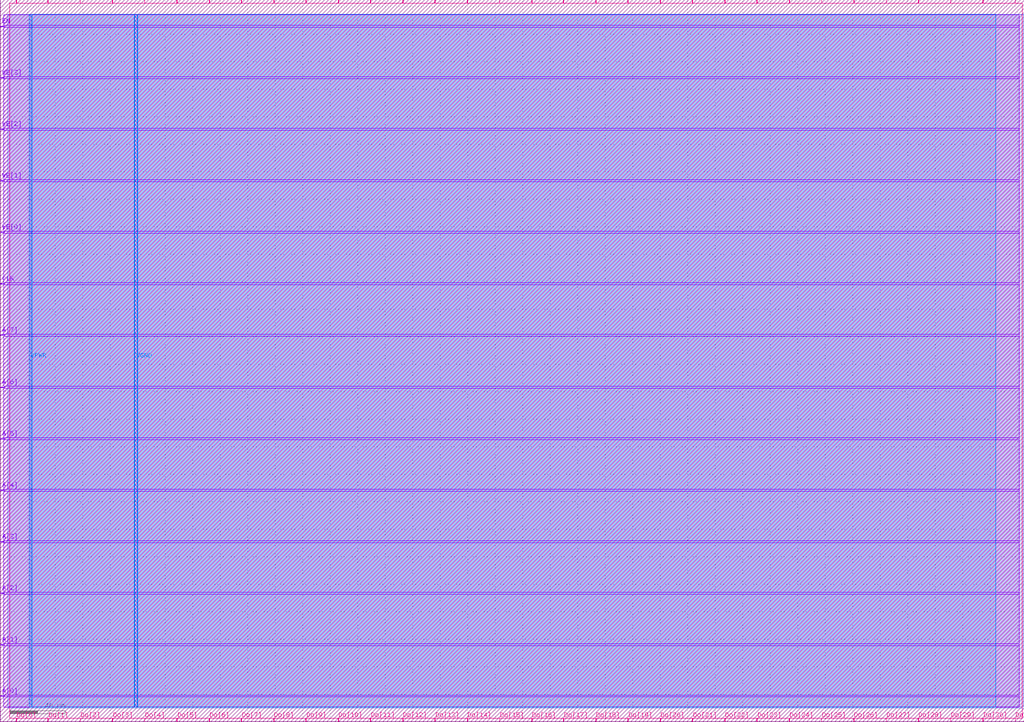
<source format=lef>
# Copyright 2020 The SkyWater PDK Authors
#
# Licensed under the Apache License, Version 2.0 (the "License");
# you may not use this file except in compliance with the License.
# You may obtain a copy of the License at
#
#     https://www.apache.org/licenses/LICENSE-2.0
#
# Unless required by applicable law or agreed to in writing, software
# distributed under the License is distributed on an "AS IS" BASIS,
# WITHOUT WARRANTIES OR CONDITIONS OF ANY KIND, either express or implied.
# See the License for the specific language governing permissions and
# limitations under the License.
#
# SPDX-License-Identifier: Apache-2.0

VERSION 5.7 ;

BUSBITCHARS "[]" ;
DIVIDERCHAR "/" ;

UNITS
  TIME NANOSECONDS 1 ;
  CAPACITANCE PICOFARADS 1 ;
  RESISTANCE OHMS 1 ;
  DATABASE MICRONS 1000 ;
END UNITS

MANUFACTURINGGRID 0.005 ;

PROPERTYDEFINITIONS
  LAYER LEF58_TYPE STRING ;
END PROPERTYDEFINITIONS

# High density, single height
SITE unithd
  SYMMETRY Y ;
  CLASS CORE ;
  SIZE 0.46 BY 2.72 ;
END unithd

# High density, double height
SITE unithddbl
  SYMMETRY Y ;
  CLASS CORE ;
  SIZE 0.46 BY 5.44 ;
END unithddbl

LAYER nwell
  TYPE MASTERSLICE ;
  PROPERTY LEF58_TYPE "TYPE NWELL ;" ;
END nwell

LAYER pwell
  TYPE MASTERSLICE ;
  PROPERTY LEF58_TYPE "TYPE PWELL ;" ;
END pwell

LAYER li1
  TYPE ROUTING ;
  DIRECTION VERTICAL ;

  PITCH 0.46 0.34 ;
  OFFSET 0.23 0.17 ;

  WIDTH 0.17 ;          # LI 1
  # SPACING  0.17 ;     # LI 2
  SPACINGTABLE
     PARALLELRUNLENGTH 0
     WIDTH 0 0.17 ;
  AREA 0.0561 ;         # LI 6
  THICKNESS 0.1 ;
  EDGECAPACITANCE 40.697E-6 ;
  CAPACITANCE CPERSQDIST 36.9866E-6 ;
  RESISTANCE RPERSQ 12.2 ;

  ANTENNAMODEL OXIDE1 ;
  ANTENNADIFFSIDEAREARATIO PWL ( ( 0 75 ) ( 0.0125 75 ) ( 0.0225 85.125 ) ( 22.5 10200 ) ) ;
END li1

LAYER mcon
  TYPE CUT ;

  WIDTH 0.17 ;                # Mcon 1
  SPACING 0.19 ;              # Mcon 2
  ENCLOSURE BELOW 0 0 ;       # Mcon 4
  ENCLOSURE ABOVE 0.03 0.06 ; # Met1 4 / Met1 5

  ANTENNADIFFAREARATIO PWL ( ( 0 3 ) ( 0.0125 3 ) ( 0.0225 3.405 ) ( 22.5 408 ) ) ;
  DCCURRENTDENSITY AVERAGE 0.36 ; # mA per via Iavg_max at Tj = 90oC

END mcon

LAYER met1
  TYPE ROUTING ;
  DIRECTION HORIZONTAL ;

  PITCH 0.34 ;
  OFFSET 0.17 ;

  WIDTH 0.14 ;                     # Met1 1
  # SPACING 0.14 ;                 # Met1 2
  # SPACING 0.28 RANGE 3.001 100 ; # Met1 3b
  SPACINGTABLE
     PARALLELRUNLENGTH 0
     WIDTH 0 0.14
     WIDTH 3 0.28 ;
  AREA 0.083 ;                     # Met1 6
  THICKNESS 0.35 ;

  ANTENNAMODEL OXIDE1 ;
  ANTENNADIFFSIDEAREARATIO PWL ( ( 0 400 ) ( 0.0125 400 ) ( 0.0225 2609 ) ( 22.5 11600 ) ) ;

  EDGECAPACITANCE 40.567E-6 ;
  CAPACITANCE CPERSQDIST 25.7784E-6 ;
  DCCURRENTDENSITY AVERAGE 2.8 ; # mA/um Iavg_max at Tj = 90oC
  ACCURRENTDENSITY RMS 6.1 ; # mA/um Irms_max at Tj = 90oC
  MAXIMUMDENSITY 70 ;
  DENSITYCHECKWINDOW 700 700 ;
  DENSITYCHECKSTEP 70 ;

  RESISTANCE RPERSQ 0.125 ;
END met1

LAYER via
  TYPE CUT ;
  WIDTH 0.15 ;                  # Via 1a
  SPACING 0.17 ;                # Via 2
  ENCLOSURE BELOW 0.055 0.085 ; # Via 4a / Via 5a
  ENCLOSURE ABOVE 0.055 0.085 ; # Met2 4 / Met2 5

  ANTENNADIFFAREARATIO PWL ( ( 0 6 ) ( 0.0125 6 ) ( 0.0225 6.81 ) ( 22.5 816 ) ) ;
  DCCURRENTDENSITY AVERAGE 0.29 ; # mA per via Iavg_max at Tj = 90oC
END via

LAYER met2
  TYPE ROUTING ;
  DIRECTION VERTICAL ;

  PITCH 0.46 ;
  OFFSET 0.23 ;

  WIDTH 0.14 ;                        # Met2 1
  # SPACING  0.14 ;                   # Met2 2
  # SPACING  0.28 RANGE 3.001 100 ;   # Met2 3b
  SPACINGTABLE
     PARALLELRUNLENGTH 0
     WIDTH 0 0.14
     WIDTH 3 0.28 ;
  AREA 0.0676 ;                       # Met2 6
  THICKNESS 0.35 ;

  EDGECAPACITANCE 37.759E-6 ;
  CAPACITANCE CPERSQDIST 16.9423E-6 ;
  RESISTANCE RPERSQ 0.125 ;
  DCCURRENTDENSITY AVERAGE 2.8 ; # mA/um Iavg_max at Tj = 90oC
  ACCURRENTDENSITY RMS 6.1 ; # mA/um Irms_max at Tj = 90oC

  ANTENNAMODEL OXIDE1 ;
  ANTENNADIFFSIDEAREARATIO PWL ( ( 0 400 ) ( 0.0125 400 ) ( 0.0225 2609 ) ( 22.5 11600 ) ) ;

  MAXIMUMDENSITY 70 ;
  DENSITYCHECKWINDOW 700 700 ;
  DENSITYCHECKSTEP 70 ;
END met2

# ******** Layer via2, type routing, number 44 **************
LAYER via2
  TYPE CUT ;
  WIDTH 0.2 ;                   # Via2 1
  SPACING 0.2 ;                 # Via2 2
  ENCLOSURE BELOW 0.04 0.085 ;  # Via2 4
  ENCLOSURE ABOVE 0.065 0.065 ; # Met3 4
  ANTENNADIFFAREARATIO PWL ( ( 0 6 ) ( 0.0125 6 ) ( 0.0225 6.81 ) ( 22.5 816 ) ) ;
  DCCURRENTDENSITY AVERAGE 0.48 ; # mA per via Iavg_max at Tj = 90oC
END via2

LAYER met3
  TYPE ROUTING ;
  DIRECTION HORIZONTAL ;

  PITCH 0.68 ;
  OFFSET 0.34 ;

  WIDTH 0.3 ;              # Met3 1
  # SPACING 0.3 ;          # Met3 2
  SPACINGTABLE
     PARALLELRUNLENGTH 0
     WIDTH 0 0.3
     WIDTH 3 0.4 ;
  AREA 0.24 ;              # Met3 6
  THICKNESS 0.8 ;

  EDGECAPACITANCE 40.989E-6 ;
  CAPACITANCE CPERSQDIST 12.3729E-6 ;
  RESISTANCE RPERSQ 0.047 ;
  DCCURRENTDENSITY AVERAGE 6.8 ; # mA/um Iavg_max at Tj = 90oC
  ACCURRENTDENSITY RMS 14.9 ; # mA/um Irms_max at Tj = 90oC

  ANTENNAMODEL OXIDE1 ;
  ANTENNADIFFSIDEAREARATIO PWL ( ( 0 400 ) ( 0.0125 400 ) ( 0.0225 2609 ) ( 22.5 11600 ) ) ;

  MAXIMUMDENSITY 70 ;
  DENSITYCHECKWINDOW 700 700 ;
  DENSITYCHECKSTEP 70 ;
END met3

LAYER via3
  TYPE CUT ;
  WIDTH 0.2 ;                   # Via3 1
  SPACING 0.2 ;                 # Via3 2
  ENCLOSURE BELOW 0.06 0.09 ;   # Via3 4 / Via3 5
  ENCLOSURE ABOVE 0.065 0.065 ; # Met4 3
  ANTENNADIFFAREARATIO PWL ( ( 0 6 ) ( 0.0125 6 ) ( 0.0225 6.81 ) ( 22.5 816 ) ) ;
  DCCURRENTDENSITY AVERAGE 0.48 ; # mA per via Iavg_max at Tj = 90oC
END via3

LAYER met4
  TYPE ROUTING ;
  DIRECTION VERTICAL ;

  PITCH 0.92 ;
  OFFSET 0.46 ;

  WIDTH 0.3 ;             # Met4 1
  # SPACING  0.3 ;             # Met4 2
  SPACINGTABLE
     PARALLELRUNLENGTH 0
     WIDTH 0 0.3
     WIDTH 3 0.4 ;
  AREA 0.24 ;            # Met4 4a

  THICKNESS 0.8 ;

  EDGECAPACITANCE 36.676E-6 ;
  CAPACITANCE CPERSQDIST 8.41537E-6 ;
  RESISTANCE RPERSQ 0.047 ;
  DCCURRENTDENSITY AVERAGE 6.8 ; # mA/um Iavg_max at Tj = 90oC
  ACCURRENTDENSITY RMS 14.9 ; # mA/um Irms_max at Tj = 90oC

  ANTENNAMODEL OXIDE1 ;
  ANTENNADIFFSIDEAREARATIO PWL ( ( 0 400 ) ( 0.0125 400 ) ( 0.0225 2609 ) ( 22.5 11600 ) ) ;

  MAXIMUMDENSITY 70 ;
  DENSITYCHECKWINDOW 700 700 ;
  DENSITYCHECKSTEP 70 ;
END met4

LAYER via4
  TYPE CUT ;

  WIDTH 0.8 ;                 # Via4 1
  SPACING 0.8 ;               # Via4 2
  ENCLOSURE BELOW 0.19 0.19 ; # Via4 4
  ENCLOSURE ABOVE 0.31 0.31 ; # Met5 3
  ANTENNADIFFAREARATIO PWL ( ( 0 6 ) ( 0.0125 6 ) ( 0.0225 6.81 ) ( 22.5 816 ) ) ;
  DCCURRENTDENSITY AVERAGE 2.49 ; # mA per via Iavg_max at Tj = 90oC
END via4

LAYER met5
  TYPE ROUTING ;
  DIRECTION HORIZONTAL ;

  PITCH 3.4 ;
  OFFSET 1.7 ;

  WIDTH 1.6 ;            # Met5 1
  #SPACING  1.6 ;        # Met5 2
  SPACINGTABLE
     PARALLELRUNLENGTH 0
     WIDTH 0 1.6 ;
  AREA 4 ;               # Met5 4

  THICKNESS 1.2 ;

  EDGECAPACITANCE 38.851E-6 ;
  CAPACITANCE CPERSQDIST 6.32063E-6 ;
  RESISTANCE RPERSQ 0.0285 ;
  DCCURRENTDENSITY AVERAGE 10.17 ; # mA/um Iavg_max at Tj = 90oC
  ACCURRENTDENSITY RMS 22.34 ; # mA/um Irms_max at Tj = 90oC

  ANTENNAMODEL OXIDE1 ;
  ANTENNADIFFSIDEAREARATIO PWL ( ( 0 400 ) ( 0.0125 400 ) ( 0.0225 2609 ) ( 22.5 11600 ) ) ;
END met5


### Routing via cells section   ###
# Plus via rule, metals are along the prefered direction
VIA L1M1_PR DEFAULT
  LAYER mcon ;
  RECT -0.085 -0.085 0.085 0.085 ;
  LAYER li1 ;
  RECT -0.085 -0.085 0.085 0.085 ;
  LAYER met1 ;
  RECT -0.145 -0.115 0.145 0.115 ;
END L1M1_PR

VIARULE L1M1_PR GENERATE
  LAYER li1 ;
  ENCLOSURE 0 0 ;
  LAYER met1 ;
  ENCLOSURE 0.06 0.03 ;
  LAYER mcon ;
  RECT -0.085 -0.085 0.085 0.085 ;
  SPACING 0.36 BY 0.36 ;
END L1M1_PR

# Plus via rule, metals are along the non prefered direction
VIA L1M1_PR_R DEFAULT
  LAYER mcon ;
  RECT -0.085 -0.085 0.085 0.085 ;
  LAYER li1 ;
  RECT -0.085 -0.085 0.085 0.085 ;
  LAYER met1 ;
  RECT -0.115 -0.145 0.115 0.145 ;
END L1M1_PR_R

VIARULE L1M1_PR_R GENERATE
  LAYER li1 ;
  ENCLOSURE 0 0 ;
  LAYER met1 ;
  ENCLOSURE 0.03 0.06 ;
  LAYER mcon ;
  RECT -0.085 -0.085 0.085 0.085 ;
  SPACING 0.36 BY 0.36 ;
END L1M1_PR_R

# Minus via rule, lower layer metal is along prefered direction
VIA L1M1_PR_M DEFAULT
  LAYER mcon ;
  RECT -0.085 -0.085 0.085 0.085 ;
  LAYER li1 ;
  RECT -0.085 -0.085 0.085 0.085 ;
  LAYER met1 ;
  RECT -0.115 -0.145 0.115 0.145 ;
END L1M1_PR_M

VIARULE L1M1_PR_M GENERATE
  LAYER li1 ;
  ENCLOSURE 0 0 ;
  LAYER met1 ;
  ENCLOSURE 0.03 0.06 ;
  LAYER mcon ;
  RECT -0.085 -0.085 0.085 0.085 ;
  SPACING 0.36 BY 0.36 ;
END L1M1_PR_M

# Minus via rule, upper layer metal is along prefered direction
VIA L1M1_PR_MR DEFAULT
  LAYER mcon ;
  RECT -0.085 -0.085 0.085 0.085 ;
  LAYER li1 ;
  RECT -0.085 -0.085 0.085 0.085 ;
  LAYER met1 ;
  RECT -0.145 -0.115 0.145 0.115 ;
END L1M1_PR_MR

VIARULE L1M1_PR_MR GENERATE
  LAYER li1 ;
  ENCLOSURE 0 0 ;
  LAYER met1 ;
  ENCLOSURE 0.06 0.03 ;
  LAYER mcon ;
  RECT -0.085 -0.085 0.085 0.085 ;
  SPACING 0.36 BY 0.36 ;
END L1M1_PR_MR

# Centered via rule, we really do not want to use it
VIA L1M1_PR_C DEFAULT
  LAYER mcon ;
  RECT -0.085 -0.085 0.085 0.085 ;
  LAYER li1 ;
  RECT -0.085 -0.085 0.085 0.085 ;
  LAYER met1 ;
  RECT -0.145 -0.145 0.145 0.145 ;
END L1M1_PR_C

VIARULE L1M1_PR_C GENERATE
  LAYER li1 ;
  ENCLOSURE 0 0 ;
  LAYER met1 ;
  ENCLOSURE 0.06 0.06 ;
  LAYER mcon ;
  RECT -0.085 -0.085 0.085 0.085 ;
  SPACING 0.36 BY 0.36 ;
END L1M1_PR_C

# Plus via rule, metals are along the prefered direction
VIA M1M2_PR DEFAULT
  LAYER via ;
  RECT -0.075 -0.075 0.075 0.075 ;
  LAYER met1 ;
  RECT -0.16 -0.13 0.16 0.13 ;
  LAYER met2 ;
  RECT -0.13 -0.16 0.13 0.16 ;
END M1M2_PR

VIARULE M1M2_PR GENERATE
  LAYER met1 ;
  ENCLOSURE 0.085 0.055 ;
  LAYER met2 ;
  ENCLOSURE 0.055 0.085 ;
  LAYER via ;
  RECT -0.075 -0.075 0.075 0.075 ;
  SPACING 0.32 BY 0.32 ;
END M1M2_PR

# Plus via rule, metals are along the non prefered direction
VIA M1M2_PR_R DEFAULT
  LAYER via ;
  RECT -0.075 -0.075 0.075 0.075 ;
  LAYER met1 ;
  RECT -0.13 -0.16 0.13 0.16 ;
  LAYER met2 ;
  RECT -0.16 -0.13 0.16 0.13 ;
END M1M2_PR_R

VIARULE M1M2_PR_R GENERATE
  LAYER met1 ;
  ENCLOSURE 0.055 0.085 ;
  LAYER met2 ;
  ENCLOSURE 0.085 0.055 ;
  LAYER via ;
  RECT -0.075 -0.075 0.075 0.075 ;
  SPACING 0.32 BY 0.32 ;
END M1M2_PR_R

# Minus via rule, lower layer metal is along prefered direction
VIA M1M2_PR_M DEFAULT
  LAYER via ;
  RECT -0.075 -0.075 0.075 0.075 ;
  LAYER met1 ;
  RECT -0.16 -0.13 0.16 0.13 ;
  LAYER met2 ;
  RECT -0.16 -0.13 0.16 0.13 ;
END M1M2_PR_M

VIARULE M1M2_PR_M GENERATE
  LAYER met1 ;
  ENCLOSURE 0.085 0.055 ;
  LAYER met2 ;
  ENCLOSURE 0.085 0.055 ;
  LAYER via ;
  RECT -0.075 -0.075 0.075 0.075 ;
  SPACING 0.32 BY 0.32 ;
END M1M2_PR_M

# Minus via rule, upper layer metal is along prefered direction
VIA M1M2_PR_MR DEFAULT
  LAYER via ;
  RECT -0.075 -0.075 0.075 0.075 ;
  LAYER met1 ;
  RECT -0.13 -0.16 0.13 0.16 ;
  LAYER met2 ;
  RECT -0.13 -0.16 0.13 0.16 ;
END M1M2_PR_MR

VIARULE M1M2_PR_MR GENERATE
  LAYER met1 ;
  ENCLOSURE 0.055 0.085 ;
  LAYER met2 ;
  ENCLOSURE 0.055 0.085 ;
  LAYER via ;
  RECT -0.075 -0.075 0.075 0.075 ;
  SPACING 0.32 BY 0.32 ;
END M1M2_PR_MR

# Centered via rule, we really do not want to use it
VIA M1M2_PR_C DEFAULT
  LAYER via ;
  RECT -0.075 -0.075 0.075 0.075 ;
  LAYER met1 ;
  RECT -0.16 -0.16 0.16 0.16 ;
  LAYER met2 ;
  RECT -0.16 -0.16 0.16 0.16 ;
END M1M2_PR_C

VIARULE M1M2_PR_C GENERATE
  LAYER met1 ;
  ENCLOSURE 0.085 0.085 ;
  LAYER met2 ;
  ENCLOSURE 0.085 0.085 ;
  LAYER via ;
  RECT -0.075 -0.075 0.075 0.075 ;
  SPACING 0.32 BY 0.32 ;
END M1M2_PR_C

# Plus via rule, metals are along the prefered direction
VIA M2M3_PR DEFAULT
  LAYER via2 ;
  RECT -0.1 -0.1 0.1 0.1 ;
  LAYER met2 ;
  RECT -0.14 -0.185 0.14 0.185 ;
  LAYER met3 ;
  RECT -0.165 -0.165 0.165 0.165 ;
END M2M3_PR

VIARULE M2M3_PR GENERATE
  LAYER met2 ;
  ENCLOSURE 0.04 0.085 ;
  LAYER met3 ;
  ENCLOSURE 0.065 0.065 ;
  LAYER via2 ;
  RECT -0.1 -0.1 0.1 0.1 ;
  SPACING 0.4 BY 0.4 ;
END M2M3_PR

# Plus via rule, metals are along the non prefered direction
VIA M2M3_PR_R DEFAULT
  LAYER via2 ;
  RECT -0.1 -0.1 0.1 0.1 ;
  LAYER met2 ;
  RECT -0.185 -0.14 0.185 0.14 ;
  LAYER met3 ;
  RECT -0.165 -0.165 0.165 0.165 ;
END M2M3_PR_R

VIARULE M2M3_PR_R GENERATE
  LAYER met2 ;
  ENCLOSURE 0.085 0.04 ;
  LAYER met3 ;
  ENCLOSURE 0.065 0.065 ;
  LAYER via2 ;
  RECT -0.1 -0.1 0.1 0.1 ;
  SPACING 0.4 BY 0.4 ;
END M2M3_PR_R

# Minus via rule, lower layer metal is along prefered direction
VIA M2M3_PR_M DEFAULT
  LAYER via2 ;
  RECT -0.1 -0.1 0.1 0.1 ;
  LAYER met2 ;
  RECT -0.14 -0.185 0.14 0.185 ;
  LAYER met3 ;
  RECT -0.165 -0.165 0.165 0.165 ;
END M2M3_PR_M

VIARULE M2M3_PR_M GENERATE
  LAYER met2 ;
  ENCLOSURE 0.04 0.085 ;
  LAYER met3 ;
  ENCLOSURE 0.065 0.065 ;
  LAYER via2 ;
  RECT -0.1 -0.1 0.1 0.1 ;
  SPACING 0.4 BY 0.4 ;
END M2M3_PR_M

# Minus via rule, upper layer metal is along prefered direction
VIA M2M3_PR_MR DEFAULT
  LAYER via2 ;
  RECT -0.1 -0.1 0.1 0.1 ;
  LAYER met2 ;
  RECT -0.185 -0.14 0.185 0.14 ;
  LAYER met3 ;
  RECT -0.165 -0.165 0.165 0.165 ;
END M2M3_PR_MR

VIARULE M2M3_PR_MR GENERATE
  LAYER met2 ;
  ENCLOSURE 0.085 0.04 ;
  LAYER met3 ;
  ENCLOSURE 0.065 0.065 ;
  LAYER via2 ;
  RECT -0.1 -0.1 0.1 0.1 ;
  SPACING 0.4 BY 0.4 ;
END M2M3_PR_MR

# Centered via rule, we really do not want to use it
VIA M2M3_PR_C DEFAULT
  LAYER via2 ;
  RECT -0.1 -0.1 0.1 0.1 ;
  LAYER met2 ;
  RECT -0.185 -0.185 0.185 0.185 ;
  LAYER met3 ;
  RECT -0.165 -0.165 0.165 0.165 ;
END M2M3_PR_C

VIARULE M2M3_PR_C GENERATE
  LAYER met2 ;
  ENCLOSURE 0.085 0.085 ;
  LAYER met3 ;
  ENCLOSURE 0.065 0.065 ;
  LAYER via2 ;
  RECT -0.1 -0.1 0.1 0.1 ;
  SPACING 0.4 BY 0.4 ;
END M2M3_PR_C

# Plus via rule, metals are along the prefered direction
VIA M3M4_PR DEFAULT
  LAYER via3 ;
  RECT -0.1 -0.1 0.1 0.1 ;
  LAYER met3 ;
  RECT -0.19 -0.16 0.19 0.16 ;
  LAYER met4 ;
  RECT -0.165 -0.165 0.165 0.165 ;
END M3M4_PR

VIARULE M3M4_PR GENERATE
  LAYER met3 ;
  ENCLOSURE 0.09 0.06 ;
  LAYER met4 ;
  ENCLOSURE 0.065 0.065 ;
  LAYER via3 ;
  RECT -0.1 -0.1 0.1 0.1 ;
  SPACING 0.4 BY 0.4 ;
END M3M4_PR

# Plus via rule, metals are along the non prefered direction
VIA M3M4_PR_R DEFAULT
  LAYER via3 ;
  RECT -0.1 -0.1 0.1 0.1 ;
  LAYER met3 ;
  RECT -0.16 -0.19 0.16 0.19 ;
  LAYER met4 ;
  RECT -0.165 -0.165 0.165 0.165 ;
END M3M4_PR_R

VIARULE M3M4_PR_R GENERATE
  LAYER met3 ;
  ENCLOSURE 0.06 0.09 ;
  LAYER met4 ;
  ENCLOSURE 0.065 0.065 ;
  LAYER via3 ;
  RECT -0.1 -0.1 0.1 0.1 ;
  SPACING 0.4 BY 0.4 ;
END M3M4_PR_R

# Minus via rule, lower layer metal is along prefered direction
VIA M3M4_PR_M DEFAULT
  LAYER via3 ;
  RECT -0.1 -0.1 0.1 0.1 ;
  LAYER met3 ;
  RECT -0.19 -0.16 0.19 0.16 ;
  LAYER met4 ;
  RECT -0.165 -0.165 0.165 0.165 ;
END M3M4_PR_M

VIARULE M3M4_PR_M GENERATE
  LAYER met3 ;
  ENCLOSURE 0.09 0.06 ;
  LAYER met4 ;
  ENCLOSURE 0.065 0.065 ;
  LAYER via3 ;
  RECT -0.1 -0.1 0.1 0.1 ;
  SPACING 0.4 BY 0.4 ;
END M3M4_PR_M

# Minus via rule, upper layer metal is along prefered direction
VIA M3M4_PR_MR DEFAULT
  LAYER via3 ;
  RECT -0.1 -0.1 0.1 0.1 ;
  LAYER met3 ;
  RECT -0.16 -0.19 0.16 0.19 ;
  LAYER met4 ;
  RECT -0.165 -0.165 0.165 0.165 ;
END M3M4_PR_MR

VIARULE M3M4_PR_MR GENERATE
  LAYER met3 ;
  ENCLOSURE 0.06 0.09 ;
  LAYER met4 ;
  ENCLOSURE 0.065 0.065 ;
  LAYER via3 ;
  RECT -0.1 -0.1 0.1 0.1 ;
  SPACING 0.4 BY 0.4 ;
END M3M4_PR_MR

# Centered via rule, we really do not want to use it
VIA M3M4_PR_C DEFAULT
  LAYER via3 ;
  RECT -0.1 -0.1 0.1 0.1 ;
  LAYER met3 ;
  RECT -0.19 -0.19 0.19 0.19 ;
  LAYER met4 ;
  RECT -0.165 -0.165 0.165 0.165 ;
END M3M4_PR_C

VIARULE M3M4_PR_C GENERATE
  LAYER met3 ;
  ENCLOSURE 0.09 0.09 ;
  LAYER met4 ;
  ENCLOSURE 0.065 0.065 ;
  LAYER via3 ;
  RECT -0.1 -0.1 0.1 0.1 ;
  SPACING 0.4 BY 0.4 ;
END M3M4_PR_C

# Plus via rule, metals are along the prefered direction
VIA M4M5_PR DEFAULT
  LAYER via4 ;
  RECT -0.4 -0.4 0.4 0.4 ;
  LAYER met4 ;
  RECT -0.59 -0.59 0.59 0.59 ;
  LAYER met5 ;
  RECT -0.71 -0.71 0.71 0.71 ;
END M4M5_PR

VIARULE M4M5_PR GENERATE
  LAYER met4 ;
  ENCLOSURE 0.19 0.19 ;
  LAYER met5 ;
  ENCLOSURE 0.31 0.31 ;
  LAYER via4 ;
  RECT -0.4 -0.4 0.4 0.4 ;
  SPACING 1.6 BY 1.6 ;
END M4M5_PR

# Plus via rule, metals are along the non prefered direction
VIA M4M5_PR_R DEFAULT
  LAYER via4 ;
  RECT -0.4 -0.4 0.4 0.4 ;
  LAYER met4 ;
  RECT -0.59 -0.59 0.59 0.59 ;
  LAYER met5 ;
  RECT -0.71 -0.71 0.71 0.71 ;
END M4M5_PR_R

VIARULE M4M5_PR_R GENERATE
  LAYER met4 ;
  ENCLOSURE 0.19 0.19 ;
  LAYER met5 ;
  ENCLOSURE 0.31 0.31 ;
  LAYER via4 ;
  RECT -0.4 -0.4 0.4 0.4 ;
  SPACING 1.6 BY 1.6 ;
END M4M5_PR_R

# Minus via rule, lower layer metal is along prefered direction
VIA M4M5_PR_M DEFAULT
  LAYER via4 ;
  RECT -0.4 -0.4 0.4 0.4 ;
  LAYER met4 ;
  RECT -0.59 -0.59 0.59 0.59 ;
  LAYER met5 ;
  RECT -0.71 -0.71 0.71 0.71 ;
END M4M5_PR_M

VIARULE M4M5_PR_M GENERATE
  LAYER met4 ;
  ENCLOSURE 0.19 0.19 ;
  LAYER met5 ;
  ENCLOSURE 0.31 0.31 ;
  LAYER via4 ;
  RECT -0.4 -0.4 0.4 0.4 ;
  SPACING 1.6 BY 1.6 ;
END M4M5_PR_M

# Minus via rule, upper layer metal is along prefered direction
VIA M4M5_PR_MR DEFAULT
  LAYER via4 ;
  RECT -0.4 -0.4 0.4 0.4 ;
  LAYER met4 ;
  RECT -0.59 -0.59 0.59 0.59 ;
  LAYER met5 ;
  RECT -0.71 -0.71 0.71 0.71 ;
END M4M5_PR_MR

VIARULE M4M5_PR_MR GENERATE
  LAYER met4 ;
  ENCLOSURE 0.19 0.19 ;
  LAYER met5 ;
  ENCLOSURE 0.31 0.31 ;
  LAYER via4 ;
  RECT -0.4 -0.4 0.4 0.4 ;
  SPACING 1.6 BY 1.6 ;
END M4M5_PR_MR

# Centered via rule, we really do not want to use it
VIA M4M5_PR_C DEFAULT
  LAYER via4 ;
  RECT -0.4 -0.4 0.4 0.4 ;
  LAYER met4 ;
  RECT -0.59 -0.59 0.59 0.59 ;
  LAYER met5 ;
  RECT -0.71 -0.71 0.71 0.71 ;
END M4M5_PR_C

VIARULE M4M5_PR_C GENERATE
  LAYER met4 ;
  ENCLOSURE 0.19 0.19 ;
  LAYER met5 ;
  ENCLOSURE 0.31 0.31 ;
  LAYER via4 ;
  RECT -0.4 -0.4 0.4 0.4 ;
  SPACING 1.6 BY 1.6 ;
END M4M5_PR_C
###  end of single via cells   ###


MACRO sky130_ef_sc_hd__fakediode_2
  CLASS CORE SPACER ;
  FOREIGN sky130_ef_sc_hd__fakediode_2 ;
  ORIGIN 0.000 0.000 ;
  SIZE 0.920 BY 2.720 ;
  PIN DIODE
    PORT
      LAYER li1 ;
        RECT 0.085 0.255 0.835 2.465 ;
    END
  END DIODE
  PIN VGND
    USE GROUND ;
    PORT
      LAYER li1 ;
        RECT 0.000 -0.085 0.920 0.085 ;
      LAYER mcon ;
        RECT 0.145 -0.085 0.315 0.085 ;
        RECT 0.605 -0.085 0.775 0.085 ;
      LAYER met1 ;
        RECT 0.000 -0.240 0.920 0.240 ;
    END
  END VGND
  PIN VPWR
    USE POWER ;
    PORT
      LAYER li1 ;
        RECT 0.000 2.635 0.920 2.805 ;
      LAYER mcon ;
        RECT 0.145 2.635 0.315 2.805 ;
        RECT 0.605 2.635 0.775 2.805 ;
      LAYER met1 ;
        RECT 0.000 2.480 0.920 2.960 ;
    END
  END VPWR
  PIN VPB
    PORT
      LAYER nwell ;
        RECT -0.190 1.305 1.110 2.910 ;
    END
  END VPB
  PIN VNB
    PORT
      LAYER pwell ;
        RECT 0.145 -0.085 0.315 0.085 ;
    END
  END VNB
END sky130_ef_sc_hd__fakediode_2
MACRO sky130_fd_sc_hd__a2111o_1
  CLASS CORE ;
  FOREIGN sky130_fd_sc_hd__a2111o_1 ;
  ORIGIN  0.000000  0.000000 ;
  SIZE  4.140000 BY  2.720000 ;
  SYMMETRY X Y R90 ;
  SITE unithd ;
  PIN A1
    ANTENNAGATEAREA  0.247500 ;
    DIRECTION INPUT ;
    USE SIGNAL ;
    PORT
      LAYER li1 ;
        RECT 2.905000 0.995000 3.290000 1.325000 ;
        RECT 2.985000 0.285000 3.540000 0.845000 ;
        RECT 2.985000 0.845000 3.290000 0.995000 ;
    END
  END A1
  PIN A2
    ANTENNAGATEAREA  0.247500 ;
    DIRECTION INPUT ;
    USE SIGNAL ;
    PORT
      LAYER li1 ;
        RECT 3.510000 1.025000 4.010000 1.290000 ;
    END
  END A2
  PIN B1
    ANTENNAGATEAREA  0.247500 ;
    DIRECTION INPUT ;
    USE SIGNAL ;
    PORT
      LAYER li1 ;
        RECT 2.400000 0.995000 2.680000 2.465000 ;
    END
  END B1
  PIN C1
    ANTENNAGATEAREA  0.247500 ;
    DIRECTION INPUT ;
    USE SIGNAL ;
    PORT
      LAYER li1 ;
        RECT 1.890000 1.050000 2.220000 2.465000 ;
    END
  END C1
  PIN D1
    ANTENNAGATEAREA  0.247500 ;
    DIRECTION INPUT ;
    USE SIGNAL ;
    PORT
      LAYER li1 ;
        RECT 1.290000 1.050000 1.720000 1.290000 ;
        RECT 1.515000 1.290000 1.720000 2.465000 ;
    END
  END D1
  PIN X
    ANTENNADIFFAREA  0.504500 ;
    DIRECTION OUTPUT ;
    USE SIGNAL ;
    PORT
      LAYER li1 ;
        RECT 0.135000 0.255000 0.465000 1.620000 ;
        RECT 0.135000 1.620000 0.390000 2.460000 ;
    END
  END X
  PIN VGND
    DIRECTION INOUT ;
    SHAPE ABUTMENT ;
    USE GROUND ;
    PORT
      LAYER met1 ;
        RECT 0.000000 -0.240000 4.140000 0.240000 ;
    END
  END VGND
  PIN VNB
    DIRECTION INOUT ;
    USE GROUND ;
    PORT
      LAYER pwell ;
        RECT 0.145000 -0.085000 0.315000 0.085000 ;
    END
    PORT
      LAYER pwell ;
        RECT 1.975000 -0.065000 2.145000 0.105000 ;
    END
  END VNB
  PIN VPB
    DIRECTION INOUT ;
    USE POWER ;
    PORT
      LAYER nwell ;
        RECT -0.190000 1.305000 4.330000 2.910000 ;
    END
  END VPB
  PIN VPWR
    DIRECTION INOUT ;
    SHAPE ABUTMENT ;
    USE POWER ;
    PORT
      LAYER met1 ;
        RECT 0.000000 2.480000 4.140000 2.960000 ;
    END
  END VPWR
  OBS
    LAYER li1 ;
      RECT 0.000000 -0.085000 4.140000 0.085000 ;
      RECT 0.000000  2.635000 4.140000 2.805000 ;
      RECT 0.565000  1.815000 0.895000 2.635000 ;
      RECT 0.635000  0.085000 1.310000 0.470000 ;
      RECT 0.695000  0.650000 1.915000 0.655000 ;
      RECT 0.695000  0.655000 2.805000 0.825000 ;
      RECT 0.695000  0.825000 0.915000 1.465000 ;
      RECT 0.695000  1.465000 1.345000 1.645000 ;
      RECT 1.135000  1.645000 1.345000 2.460000 ;
      RECT 1.585000  0.260000 1.915000 0.650000 ;
      RECT 2.085000  0.085000 2.430000 0.485000 ;
      RECT 2.600000  0.260000 2.805000 0.655000 ;
      RECT 2.860000  1.495000 3.990000 1.665000 ;
      RECT 2.860000  1.665000 3.145000 2.460000 ;
      RECT 3.325000  1.835000 3.540000 2.635000 ;
      RECT 3.715000  0.085000 3.955000 0.760000 ;
      RECT 3.720000  1.665000 3.990000 2.460000 ;
    LAYER mcon ;
      RECT 0.145000 -0.085000 0.315000 0.085000 ;
      RECT 0.145000  2.635000 0.315000 2.805000 ;
      RECT 0.605000 -0.085000 0.775000 0.085000 ;
      RECT 0.605000  2.635000 0.775000 2.805000 ;
      RECT 1.065000 -0.085000 1.235000 0.085000 ;
      RECT 1.065000  2.635000 1.235000 2.805000 ;
      RECT 1.525000 -0.085000 1.695000 0.085000 ;
      RECT 1.525000  2.635000 1.695000 2.805000 ;
      RECT 1.985000 -0.085000 2.155000 0.085000 ;
      RECT 1.985000  2.635000 2.155000 2.805000 ;
      RECT 2.445000 -0.085000 2.615000 0.085000 ;
      RECT 2.445000  2.635000 2.615000 2.805000 ;
      RECT 2.905000 -0.085000 3.075000 0.085000 ;
      RECT 2.905000  2.635000 3.075000 2.805000 ;
      RECT 3.365000 -0.085000 3.535000 0.085000 ;
      RECT 3.365000  2.635000 3.535000 2.805000 ;
      RECT 3.825000 -0.085000 3.995000 0.085000 ;
      RECT 3.825000  2.635000 3.995000 2.805000 ;
  END
END sky130_fd_sc_hd__a2111o_1
MACRO sky130_fd_sc_hd__a2111o_2
  CLASS CORE ;
  FOREIGN sky130_fd_sc_hd__a2111o_2 ;
  ORIGIN  0.000000  0.000000 ;
  SIZE  4.600000 BY  2.720000 ;
  SYMMETRY X Y R90 ;
  SITE unithd ;
  PIN A1
    ANTENNAGATEAREA  0.247500 ;
    DIRECTION INPUT ;
    USE SIGNAL ;
    PORT
      LAYER li1 ;
        RECT 3.365000 0.955000 3.775000 1.740000 ;
        RECT 3.505000 0.290000 3.995000 0.825000 ;
        RECT 3.505000 0.825000 3.775000 0.955000 ;
    END
  END A1
  PIN A2
    ANTENNAGATEAREA  0.247500 ;
    DIRECTION INPUT ;
    USE SIGNAL ;
    PORT
      LAYER li1 ;
        RECT 3.945000 0.995000 4.515000 1.740000 ;
    END
  END A2
  PIN B1
    ANTENNAGATEAREA  0.247500 ;
    DIRECTION INPUT ;
    USE SIGNAL ;
    PORT
      LAYER li1 ;
        RECT 2.905000 0.995000 3.195000 1.740000 ;
    END
  END B1
  PIN C1
    ANTENNAGATEAREA  0.247500 ;
    DIRECTION INPUT ;
    USE SIGNAL ;
    PORT
      LAYER li1 ;
        RECT 2.425000 0.995000 2.735000 2.355000 ;
    END
  END C1
  PIN D1
    ANTENNAGATEAREA  0.247500 ;
    DIRECTION INPUT ;
    USE SIGNAL ;
    PORT
      LAYER li1 ;
        RECT 1.885000 0.995000 2.255000 1.325000 ;
        RECT 1.960000 1.325000 2.255000 2.355000 ;
    END
  END D1
  PIN X
    ANTENNADIFFAREA  0.462000 ;
    DIRECTION OUTPUT ;
    USE SIGNAL ;
    PORT
      LAYER li1 ;
        RECT 0.605000 0.255000 0.895000 2.390000 ;
    END
  END X
  PIN VGND
    DIRECTION INOUT ;
    SHAPE ABUTMENT ;
    USE GROUND ;
    PORT
      LAYER met1 ;
        RECT 0.000000 -0.240000 4.600000 0.240000 ;
    END
  END VGND
  PIN VNB
    DIRECTION INOUT ;
    USE GROUND ;
    PORT
      LAYER pwell ;
        RECT 0.145000 -0.085000 0.315000 0.085000 ;
    END
  END VNB
  PIN VPB
    DIRECTION INOUT ;
    USE POWER ;
    PORT
      LAYER nwell ;
        RECT -0.190000 1.305000 4.790000 2.910000 ;
    END
  END VPB
  PIN VPWR
    DIRECTION INOUT ;
    SHAPE ABUTMENT ;
    USE POWER ;
    PORT
      LAYER met1 ;
        RECT 0.000000 2.480000 4.600000 2.960000 ;
    END
  END VPWR
  OBS
    LAYER li1 ;
      RECT 0.000000 -0.085000 4.600000 0.085000 ;
      RECT 0.000000  2.635000 4.600000 2.805000 ;
      RECT 0.085000  0.085000 0.435000 0.885000 ;
      RECT 0.085000  1.635000 0.435000 2.635000 ;
      RECT 1.065000  0.085000 2.010000 0.445000 ;
      RECT 1.065000  0.445000 1.325000 0.865000 ;
      RECT 1.065000  1.075000 1.705000 1.325000 ;
      RECT 1.065000  1.495000 1.315000 2.635000 ;
      RECT 1.495000  0.615000 3.335000 0.785000 ;
      RECT 1.495000  0.785000 1.705000 1.075000 ;
      RECT 1.495000  1.325000 1.705000 1.495000 ;
      RECT 1.495000  1.495000 1.785000 2.465000 ;
      RECT 2.180000  0.255000 2.420000 0.615000 ;
      RECT 2.590000  0.085000 2.920000 0.445000 ;
      RECT 3.070000  1.915000 4.515000 2.085000 ;
      RECT 3.070000  2.085000 3.400000 2.465000 ;
      RECT 3.090000  0.255000 3.335000 0.615000 ;
      RECT 3.590000  2.255000 3.920000 2.635000 ;
      RECT 4.090000  2.085000 4.515000 2.465000 ;
      RECT 4.165000  0.085000 4.515000 0.805000 ;
    LAYER mcon ;
      RECT 0.145000 -0.085000 0.315000 0.085000 ;
      RECT 0.145000  2.635000 0.315000 2.805000 ;
      RECT 0.605000 -0.085000 0.775000 0.085000 ;
      RECT 0.605000  2.635000 0.775000 2.805000 ;
      RECT 1.065000 -0.085000 1.235000 0.085000 ;
      RECT 1.065000  2.635000 1.235000 2.805000 ;
      RECT 1.525000 -0.085000 1.695000 0.085000 ;
      RECT 1.525000  2.635000 1.695000 2.805000 ;
      RECT 1.985000 -0.085000 2.155000 0.085000 ;
      RECT 1.985000  2.635000 2.155000 2.805000 ;
      RECT 2.445000 -0.085000 2.615000 0.085000 ;
      RECT 2.445000  2.635000 2.615000 2.805000 ;
      RECT 2.905000 -0.085000 3.075000 0.085000 ;
      RECT 2.905000  2.635000 3.075000 2.805000 ;
      RECT 3.365000 -0.085000 3.535000 0.085000 ;
      RECT 3.365000  2.635000 3.535000 2.805000 ;
      RECT 3.825000 -0.085000 3.995000 0.085000 ;
      RECT 3.825000  2.635000 3.995000 2.805000 ;
      RECT 4.285000 -0.085000 4.455000 0.085000 ;
      RECT 4.285000  2.635000 4.455000 2.805000 ;
  END
END sky130_fd_sc_hd__a2111o_2
MACRO sky130_fd_sc_hd__a2111o_4
  CLASS CORE ;
  FOREIGN sky130_fd_sc_hd__a2111o_4 ;
  ORIGIN  0.000000  0.000000 ;
  SIZE  7.820000 BY  2.720000 ;
  SYMMETRY X Y R90 ;
  SITE unithd ;
  PIN A1
    ANTENNAGATEAREA  0.495000 ;
    DIRECTION INPUT ;
    USE SIGNAL ;
    PORT
      LAYER li1 ;
        RECT 3.825000 1.075000 4.495000 1.275000 ;
    END
  END A1
  PIN A2
    ANTENNAGATEAREA  0.495000 ;
    DIRECTION INPUT ;
    USE SIGNAL ;
    PORT
      LAYER li1 ;
        RECT 4.675000 1.075000 5.625000 1.275000 ;
    END
  END A2
  PIN B1
    ANTENNAGATEAREA  0.495000 ;
    DIRECTION INPUT ;
    USE SIGNAL ;
    PORT
      LAYER li1 ;
        RECT 2.450000 0.975000 3.255000 1.285000 ;
    END
  END B1
  PIN C1
    ANTENNAGATEAREA  0.495000 ;
    DIRECTION INPUT ;
    USE SIGNAL ;
    PORT
      LAYER li1 ;
        RECT 1.040000 0.975000 2.280000 1.285000 ;
    END
  END C1
  PIN D1
    ANTENNAGATEAREA  0.495000 ;
    DIRECTION INPUT ;
    USE SIGNAL ;
    PORT
      LAYER li1 ;
        RECT 0.085000 0.975000 0.370000 1.625000 ;
    END
  END D1
  PIN X
    ANTENNADIFFAREA  0.924000 ;
    DIRECTION OUTPUT ;
    USE SIGNAL ;
    PORT
      LAYER li1 ;
        RECT 6.165000 0.255000 6.355000 0.635000 ;
        RECT 6.165000 0.635000 7.735000 0.805000 ;
        RECT 6.165000 1.465000 7.735000 1.635000 ;
        RECT 6.165000 1.635000 7.215000 1.715000 ;
        RECT 6.165000 1.715000 6.355000 2.465000 ;
        RECT 7.025000 0.255000 7.215000 0.635000 ;
        RECT 7.025000 1.715000 7.215000 2.465000 ;
        RECT 7.490000 0.805000 7.735000 1.465000 ;
    END
  END X
  PIN VGND
    DIRECTION INOUT ;
    SHAPE ABUTMENT ;
    USE GROUND ;
    PORT
      LAYER met1 ;
        RECT 0.000000 -0.240000 7.820000 0.240000 ;
    END
  END VGND
  PIN VNB
    DIRECTION INOUT ;
    USE GROUND ;
    PORT
      LAYER pwell ;
        RECT 0.145000 -0.085000 0.315000 0.085000 ;
    END
  END VNB
  PIN VPB
    DIRECTION INOUT ;
    USE POWER ;
    PORT
      LAYER nwell ;
        RECT -0.190000 1.305000 8.010000 2.910000 ;
    END
  END VPB
  PIN VPWR
    DIRECTION INOUT ;
    SHAPE ABUTMENT ;
    USE POWER ;
    PORT
      LAYER met1 ;
        RECT 0.000000 2.480000 7.820000 2.960000 ;
    END
  END VPWR
  OBS
    LAYER li1 ;
      RECT 0.000000 -0.085000 7.820000 0.085000 ;
      RECT 0.000000  2.635000 7.820000 2.805000 ;
      RECT 0.110000  1.795000 0.370000 2.295000 ;
      RECT 0.110000  2.295000 2.160000 2.465000 ;
      RECT 0.180000  0.255000 0.440000 0.635000 ;
      RECT 0.180000  0.635000 3.655000 0.805000 ;
      RECT 0.540000  0.805000 0.870000 2.125000 ;
      RECT 0.610000  0.085000 0.940000 0.465000 ;
      RECT 1.040000  1.455000 1.230000 2.295000 ;
      RECT 1.110000  0.255000 1.340000 0.615000 ;
      RECT 1.110000  0.615000 3.655000 0.635000 ;
      RECT 1.400000  1.455000 3.100000 1.625000 ;
      RECT 1.400000  1.625000 1.730000 2.125000 ;
      RECT 1.510000  0.085000 1.840000 0.445000 ;
      RECT 1.900000  1.795000 2.160000 2.295000 ;
      RECT 2.015000  0.255000 2.240000 0.615000 ;
      RECT 2.340000  1.795000 2.675000 2.295000 ;
      RECT 2.340000  2.295000 3.650000 2.465000 ;
      RECT 2.420000  0.085000 3.295000 0.445000 ;
      RECT 2.845000  1.625000 3.100000 2.125000 ;
      RECT 3.320000  1.795000 5.495000 1.995000 ;
      RECT 3.320000  1.995000 3.650000 2.295000 ;
      RECT 3.465000  0.255000 4.585000 0.445000 ;
      RECT 3.465000  0.445000 3.655000 0.615000 ;
      RECT 3.465000  0.805000 3.655000 1.445000 ;
      RECT 3.465000  1.445000 5.975000 1.625000 ;
      RECT 3.825000  0.615000 5.495000 0.785000 ;
      RECT 3.865000  2.165000 4.195000 2.635000 ;
      RECT 4.365000  1.995000 4.625000 2.415000 ;
      RECT 4.805000  0.085000 5.140000 0.445000 ;
      RECT 4.805000  2.255000 5.140000 2.635000 ;
      RECT 5.310000  0.255000 5.495000 0.615000 ;
      RECT 5.310000  1.995000 5.495000 2.465000 ;
      RECT 5.665000  0.085000 5.995000 0.515000 ;
      RECT 5.665000  1.800000 5.995000 2.635000 ;
      RECT 5.795000  1.075000 7.320000 1.245000 ;
      RECT 5.795000  1.245000 5.975000 1.445000 ;
      RECT 6.525000  0.085000 6.855000 0.445000 ;
      RECT 6.525000  1.885000 6.855000 2.635000 ;
      RECT 7.385000  0.085000 7.715000 0.465000 ;
      RECT 7.385000  1.805000 7.715000 2.635000 ;
    LAYER mcon ;
      RECT 0.145000 -0.085000 0.315000 0.085000 ;
      RECT 0.145000  2.635000 0.315000 2.805000 ;
      RECT 0.605000 -0.085000 0.775000 0.085000 ;
      RECT 0.605000  2.635000 0.775000 2.805000 ;
      RECT 1.065000 -0.085000 1.235000 0.085000 ;
      RECT 1.065000  2.635000 1.235000 2.805000 ;
      RECT 1.525000 -0.085000 1.695000 0.085000 ;
      RECT 1.525000  2.635000 1.695000 2.805000 ;
      RECT 1.985000 -0.085000 2.155000 0.085000 ;
      RECT 1.985000  2.635000 2.155000 2.805000 ;
      RECT 2.445000 -0.085000 2.615000 0.085000 ;
      RECT 2.445000  2.635000 2.615000 2.805000 ;
      RECT 2.905000 -0.085000 3.075000 0.085000 ;
      RECT 2.905000  2.635000 3.075000 2.805000 ;
      RECT 3.365000 -0.085000 3.535000 0.085000 ;
      RECT 3.365000  2.635000 3.535000 2.805000 ;
      RECT 3.825000 -0.085000 3.995000 0.085000 ;
      RECT 3.825000  2.635000 3.995000 2.805000 ;
      RECT 4.285000 -0.085000 4.455000 0.085000 ;
      RECT 4.285000  2.635000 4.455000 2.805000 ;
      RECT 4.745000 -0.085000 4.915000 0.085000 ;
      RECT 4.745000  2.635000 4.915000 2.805000 ;
      RECT 5.205000 -0.085000 5.375000 0.085000 ;
      RECT 5.205000  2.635000 5.375000 2.805000 ;
      RECT 5.665000 -0.085000 5.835000 0.085000 ;
      RECT 5.665000  2.635000 5.835000 2.805000 ;
      RECT 6.125000 -0.085000 6.295000 0.085000 ;
      RECT 6.125000  2.635000 6.295000 2.805000 ;
      RECT 6.585000 -0.085000 6.755000 0.085000 ;
      RECT 6.585000  2.635000 6.755000 2.805000 ;
      RECT 7.045000 -0.085000 7.215000 0.085000 ;
      RECT 7.045000  2.635000 7.215000 2.805000 ;
      RECT 7.505000 -0.085000 7.675000 0.085000 ;
      RECT 7.505000  2.635000 7.675000 2.805000 ;
  END
END sky130_fd_sc_hd__a2111o_4
MACRO sky130_fd_sc_hd__a2111oi_0
  CLASS CORE ;
  FOREIGN sky130_fd_sc_hd__a2111oi_0 ;
  ORIGIN  0.000000  0.000000 ;
  SIZE  3.220000 BY  2.720000 ;
  SYMMETRY X Y R90 ;
  SITE unithd ;
  PIN A1
    ANTENNAGATEAREA  0.159000 ;
    DIRECTION INPUT ;
    USE SIGNAL ;
    PORT
      LAYER li1 ;
        RECT 2.035000 1.070000 2.625000 1.400000 ;
        RECT 2.355000 0.660000 2.625000 1.070000 ;
        RECT 2.355000 1.400000 2.625000 1.735000 ;
    END
  END A1
  PIN A2
    ANTENNAGATEAREA  0.159000 ;
    DIRECTION INPUT ;
    USE SIGNAL ;
    PORT
      LAYER li1 ;
        RECT 2.795000 0.650000 3.135000 1.735000 ;
    END
  END A2
  PIN B1
    ANTENNAGATEAREA  0.159000 ;
    DIRECTION INPUT ;
    USE SIGNAL ;
    PORT
      LAYER li1 ;
        RECT 1.495000 1.055000 1.845000 1.735000 ;
    END
  END B1
  PIN C1
    ANTENNAGATEAREA  0.159000 ;
    DIRECTION INPUT ;
    USE SIGNAL ;
    PORT
      LAYER li1 ;
        RECT 0.955000 1.055000 1.325000 2.360000 ;
    END
  END C1
  PIN D1
    ANTENNAGATEAREA  0.159000 ;
    DIRECTION INPUT ;
    USE SIGNAL ;
    PORT
      LAYER li1 ;
        RECT 0.085000 0.730000 0.435000 1.655000 ;
    END
  END D1
  PIN Y
    ANTENNADIFFAREA  0.424000 ;
    DIRECTION OUTPUT ;
    USE SIGNAL ;
    PORT
      LAYER li1 ;
        RECT 0.360000 1.825000 0.785000 2.465000 ;
        RECT 0.605000 0.635000 2.040000 0.885000 ;
        RECT 0.605000 0.885000 0.785000 1.825000 ;
        RECT 0.785000 0.255000 1.040000 0.615000 ;
        RECT 0.785000 0.615000 2.040000 0.635000 ;
        RECT 1.710000 0.280000 2.040000 0.615000 ;
    END
  END Y
  PIN VGND
    DIRECTION INOUT ;
    SHAPE ABUTMENT ;
    USE GROUND ;
    PORT
      LAYER met1 ;
        RECT 0.000000 -0.240000 3.220000 0.240000 ;
    END
  END VGND
  PIN VNB
    DIRECTION INOUT ;
    USE GROUND ;
    PORT
      LAYER pwell ;
        RECT 0.145000 -0.085000 0.315000 0.085000 ;
    END
  END VNB
  PIN VPB
    DIRECTION INOUT ;
    USE POWER ;
    PORT
      LAYER nwell ;
        RECT -0.190000 1.305000 3.410000 2.910000 ;
    END
  END VPB
  PIN VPWR
    DIRECTION INOUT ;
    SHAPE ABUTMENT ;
    USE POWER ;
    PORT
      LAYER met1 ;
        RECT 0.000000 2.480000 3.220000 2.960000 ;
    END
  END VPWR
  OBS
    LAYER li1 ;
      RECT 0.000000 -0.085000 3.220000 0.085000 ;
      RECT 0.000000  2.635000 3.220000 2.805000 ;
      RECT 0.285000  0.085000 0.615000 0.465000 ;
      RECT 1.210000  0.085000 1.540000 0.445000 ;
      RECT 1.540000  1.905000 2.870000 2.085000 ;
      RECT 1.540000  2.085000 1.870000 2.465000 ;
      RECT 2.040000  2.255000 2.370000 2.635000 ;
      RECT 2.470000  0.085000 2.800000 0.480000 ;
      RECT 2.540000  2.085000 2.870000 2.465000 ;
    LAYER mcon ;
      RECT 0.145000 -0.085000 0.315000 0.085000 ;
      RECT 0.145000  2.635000 0.315000 2.805000 ;
      RECT 0.605000 -0.085000 0.775000 0.085000 ;
      RECT 0.605000  2.635000 0.775000 2.805000 ;
      RECT 1.065000 -0.085000 1.235000 0.085000 ;
      RECT 1.065000  2.635000 1.235000 2.805000 ;
      RECT 1.525000 -0.085000 1.695000 0.085000 ;
      RECT 1.525000  2.635000 1.695000 2.805000 ;
      RECT 1.985000 -0.085000 2.155000 0.085000 ;
      RECT 1.985000  2.635000 2.155000 2.805000 ;
      RECT 2.445000 -0.085000 2.615000 0.085000 ;
      RECT 2.445000  2.635000 2.615000 2.805000 ;
      RECT 2.905000 -0.085000 3.075000 0.085000 ;
      RECT 2.905000  2.635000 3.075000 2.805000 ;
  END
END sky130_fd_sc_hd__a2111oi_0
MACRO sky130_fd_sc_hd__a2111oi_1
  CLASS CORE ;
  FOREIGN sky130_fd_sc_hd__a2111oi_1 ;
  ORIGIN  0.000000  0.000000 ;
  SIZE  3.680000 BY  2.720000 ;
  SYMMETRY X Y R90 ;
  SITE unithd ;
  PIN A1
    ANTENNAGATEAREA  0.247500 ;
    DIRECTION INPUT ;
    USE SIGNAL ;
    PORT
      LAYER li1 ;
        RECT 2.440000 0.995000 2.725000 1.400000 ;
    END
  END A1
  PIN A2
    ANTENNAGATEAREA  0.247500 ;
    DIRECTION INPUT ;
    USE SIGNAL ;
    PORT
      LAYER li1 ;
        RECT 2.905000 0.350000 3.090000 1.020000 ;
        RECT 2.905000 1.020000 3.540000 1.290000 ;
    END
  END A2
  PIN B1
    ANTENNAGATEAREA  0.247500 ;
    DIRECTION INPUT ;
    USE SIGNAL ;
    PORT
      LAYER li1 ;
        RECT 1.940000 1.050000 2.270000 1.400000 ;
        RECT 1.940000 1.400000 2.215000 2.455000 ;
    END
  END B1
  PIN C1
    ANTENNAGATEAREA  0.247500 ;
    DIRECTION INPUT ;
    USE SIGNAL ;
    PORT
      LAYER li1 ;
        RECT 1.435000 1.050000 1.770000 2.455000 ;
    END
  END C1
  PIN D1
    ANTENNAGATEAREA  0.247500 ;
    DIRECTION INPUT ;
    USE SIGNAL ;
    PORT
      LAYER li1 ;
        RECT 0.785000 1.050000 1.235000 2.455000 ;
    END
  END D1
  PIN Y
    ANTENNADIFFAREA  1.388750 ;
    DIRECTION OUTPUT ;
    USE SIGNAL ;
    PORT
      LAYER li1 ;
        RECT 0.145000 0.700000 1.375000 0.705000 ;
        RECT 0.145000 0.705000 2.420000 0.815000 ;
        RECT 0.145000 0.815000 2.300000 0.880000 ;
        RECT 0.145000 0.880000 0.530000 2.460000 ;
        RECT 1.045000 0.260000 1.375000 0.700000 ;
        RECT 2.090000 0.305000 2.420000 0.705000 ;
    END
  END Y
  PIN VGND
    DIRECTION INOUT ;
    SHAPE ABUTMENT ;
    USE GROUND ;
    PORT
      LAYER met1 ;
        RECT 0.000000 -0.240000 3.680000 0.240000 ;
    END
  END VGND
  PIN VNB
    DIRECTION INOUT ;
    USE GROUND ;
    PORT
      LAYER pwell ;
        RECT 0.145000 -0.085000 0.315000 0.085000 ;
    END
    PORT
      LAYER pwell ;
        RECT 1.975000 -0.065000 2.145000 0.105000 ;
    END
  END VNB
  PIN VPB
    DIRECTION INOUT ;
    USE POWER ;
    PORT
      LAYER nwell ;
        RECT -0.190000 1.305000 3.870000 2.910000 ;
    END
  END VPB
  PIN VPWR
    DIRECTION INOUT ;
    SHAPE ABUTMENT ;
    USE POWER ;
    PORT
      LAYER met1 ;
        RECT 0.000000 2.480000 3.680000 2.960000 ;
    END
  END VPWR
  OBS
    LAYER li1 ;
      RECT 0.000000 -0.085000 3.680000 0.085000 ;
      RECT 0.000000  2.635000 3.680000 2.805000 ;
      RECT 0.315000  0.085000 0.630000 0.525000 ;
      RECT 1.550000  0.085000 1.880000 0.535000 ;
      RECT 2.395000  1.580000 3.505000 1.750000 ;
      RECT 2.395000  1.750000 2.625000 2.460000 ;
      RECT 2.800000  1.920000 3.130000 2.635000 ;
      RECT 3.270000  0.085000 3.510000 0.760000 ;
      RECT 3.310000  1.750000 3.505000 2.460000 ;
    LAYER mcon ;
      RECT 0.145000 -0.085000 0.315000 0.085000 ;
      RECT 0.145000  2.635000 0.315000 2.805000 ;
      RECT 0.605000 -0.085000 0.775000 0.085000 ;
      RECT 0.605000  2.635000 0.775000 2.805000 ;
      RECT 1.065000 -0.085000 1.235000 0.085000 ;
      RECT 1.065000  2.635000 1.235000 2.805000 ;
      RECT 1.525000 -0.085000 1.695000 0.085000 ;
      RECT 1.525000  2.635000 1.695000 2.805000 ;
      RECT 1.985000 -0.085000 2.155000 0.085000 ;
      RECT 1.985000  2.635000 2.155000 2.805000 ;
      RECT 2.445000 -0.085000 2.615000 0.085000 ;
      RECT 2.445000  2.635000 2.615000 2.805000 ;
      RECT 2.905000 -0.085000 3.075000 0.085000 ;
      RECT 2.905000  2.635000 3.075000 2.805000 ;
      RECT 3.365000 -0.085000 3.535000 0.085000 ;
      RECT 3.365000  2.635000 3.535000 2.805000 ;
  END
END sky130_fd_sc_hd__a2111oi_1
MACRO sky130_fd_sc_hd__a2111oi_2
  CLASS CORE ;
  FOREIGN sky130_fd_sc_hd__a2111oi_2 ;
  ORIGIN  0.000000  0.000000 ;
  SIZE  5.520000 BY  2.720000 ;
  SYMMETRY X Y R90 ;
  SITE unithd ;
  PIN A1
    ANTENNAGATEAREA  0.495000 ;
    DIRECTION INPUT ;
    USE SIGNAL ;
    PORT
      LAYER li1 ;
        RECT 3.465000 0.985000 3.715000 1.445000 ;
        RECT 3.465000 1.445000 5.290000 1.675000 ;
        RECT 4.895000 0.995000 5.290000 1.445000 ;
    END
  END A1
  PIN A2
    ANTENNAGATEAREA  0.495000 ;
    DIRECTION INPUT ;
    USE SIGNAL ;
    PORT
      LAYER li1 ;
        RECT 3.970000 1.015000 4.725000 1.275000 ;
    END
  END A2
  PIN B1
    ANTENNAGATEAREA  0.495000 ;
    DIRECTION INPUT ;
    USE SIGNAL ;
    PORT
      LAYER li1 ;
        RECT 2.185000 1.030000 2.855000 1.275000 ;
    END
  END B1
  PIN C1
    ANTENNAGATEAREA  0.495000 ;
    DIRECTION INPUT ;
    USE SIGNAL ;
    PORT
      LAYER li1 ;
        RECT 0.125000 1.045000 0.455000 1.445000 ;
        RECT 0.125000 1.445000 1.800000 1.680000 ;
        RECT 1.615000 1.030000 1.975000 1.275000 ;
        RECT 1.615000 1.275000 1.800000 1.445000 ;
    END
  END C1
  PIN D1
    ANTENNAGATEAREA  0.495000 ;
    DIRECTION INPUT ;
    USE SIGNAL ;
    PORT
      LAYER li1 ;
        RECT 0.755000 1.075000 1.425000 1.275000 ;
    END
  END D1
  PIN Y
    ANTENNADIFFAREA  1.212750 ;
    DIRECTION OUTPUT ;
    USE SIGNAL ;
    PORT
      LAYER li1 ;
        RECT 0.120000 0.255000 0.380000 0.615000 ;
        RECT 0.120000 0.615000 5.355000 0.805000 ;
        RECT 0.120000 0.805000 3.255000 0.845000 ;
        RECT 0.900000 1.850000 2.140000 2.105000 ;
        RECT 1.050000 0.255000 1.295000 0.615000 ;
        RECT 1.965000 0.255000 2.295000 0.615000 ;
        RECT 1.970000 1.445000 3.255000 1.625000 ;
        RECT 1.970000 1.625000 2.140000 1.850000 ;
        RECT 2.965000 0.275000 3.295000 0.615000 ;
        RECT 3.025000 0.845000 3.255000 1.445000 ;
        RECT 5.020000 0.295000 5.355000 0.615000 ;
    END
  END Y
  PIN VGND
    DIRECTION INOUT ;
    SHAPE ABUTMENT ;
    USE GROUND ;
    PORT
      LAYER met1 ;
        RECT 0.000000 -0.240000 5.520000 0.240000 ;
    END
  END VGND
  PIN VNB
    DIRECTION INOUT ;
    USE GROUND ;
    PORT
      LAYER pwell ;
        RECT 0.145000 -0.085000 0.315000 0.085000 ;
    END
  END VNB
  PIN VPB
    DIRECTION INOUT ;
    USE POWER ;
    PORT
      LAYER nwell ;
        RECT -0.190000 1.305000 5.710000 2.910000 ;
    END
  END VPB
  PIN VPWR
    DIRECTION INOUT ;
    SHAPE ABUTMENT ;
    USE POWER ;
    PORT
      LAYER met1 ;
        RECT 0.000000 2.480000 5.520000 2.960000 ;
    END
  END VPWR
  OBS
    LAYER li1 ;
      RECT 0.000000 -0.085000 5.520000 0.085000 ;
      RECT 0.000000  2.635000 5.520000 2.805000 ;
      RECT 0.100000  1.870000 0.460000 2.275000 ;
      RECT 0.100000  2.275000 2.185000 2.295000 ;
      RECT 0.100000  2.295000 2.985000 2.465000 ;
      RECT 0.550000  0.085000 0.880000 0.445000 ;
      RECT 1.465000  0.085000 1.795000 0.445000 ;
      RECT 2.310000  1.795000 3.335000 1.845000 ;
      RECT 2.310000  1.845000 5.400000 1.965000 ;
      RECT 2.310000  1.965000 2.640000 2.060000 ;
      RECT 2.465000  0.085000 2.795000 0.445000 ;
      RECT 2.815000  2.135000 2.985000 2.295000 ;
      RECT 3.155000  1.965000 5.400000 2.095000 ;
      RECT 3.155000  2.095000 3.520000 2.465000 ;
      RECT 3.690000  2.275000 4.020000 2.635000 ;
      RECT 4.125000  0.085000 4.455000 0.445000 ;
      RECT 4.190000  2.095000 5.400000 2.105000 ;
      RECT 4.190000  2.105000 4.400000 2.465000 ;
      RECT 4.570000  2.275000 4.900000 2.635000 ;
      RECT 5.070000  2.105000 5.400000 2.465000 ;
    LAYER mcon ;
      RECT 0.145000 -0.085000 0.315000 0.085000 ;
      RECT 0.145000  2.635000 0.315000 2.805000 ;
      RECT 0.605000 -0.085000 0.775000 0.085000 ;
      RECT 0.605000  2.635000 0.775000 2.805000 ;
      RECT 1.065000 -0.085000 1.235000 0.085000 ;
      RECT 1.065000  2.635000 1.235000 2.805000 ;
      RECT 1.525000 -0.085000 1.695000 0.085000 ;
      RECT 1.525000  2.635000 1.695000 2.805000 ;
      RECT 1.985000 -0.085000 2.155000 0.085000 ;
      RECT 1.985000  2.635000 2.155000 2.805000 ;
      RECT 2.445000 -0.085000 2.615000 0.085000 ;
      RECT 2.445000  2.635000 2.615000 2.805000 ;
      RECT 2.905000 -0.085000 3.075000 0.085000 ;
      RECT 2.905000  2.635000 3.075000 2.805000 ;
      RECT 3.365000 -0.085000 3.535000 0.085000 ;
      RECT 3.365000  2.635000 3.535000 2.805000 ;
      RECT 3.825000 -0.085000 3.995000 0.085000 ;
      RECT 3.825000  2.635000 3.995000 2.805000 ;
      RECT 4.285000 -0.085000 4.455000 0.085000 ;
      RECT 4.285000  2.635000 4.455000 2.805000 ;
      RECT 4.745000 -0.085000 4.915000 0.085000 ;
      RECT 4.745000  2.635000 4.915000 2.805000 ;
      RECT 5.205000 -0.085000 5.375000 0.085000 ;
      RECT 5.205000  2.635000 5.375000 2.805000 ;
  END
END sky130_fd_sc_hd__a2111oi_2
MACRO sky130_fd_sc_hd__a2111oi_4
  CLASS CORE ;
  FOREIGN sky130_fd_sc_hd__a2111oi_4 ;
  ORIGIN  0.000000  0.000000 ;
  SIZE  10.12000 BY  2.720000 ;
  SYMMETRY X Y R90 ;
  SITE unithd ;
  PIN A1
    ANTENNAGATEAREA  0.990000 ;
    DIRECTION INPUT ;
    USE SIGNAL ;
    PORT
      LAYER li1 ;
        RECT 6.095000 1.020000 7.745000 1.275000 ;
    END
  END A1
  PIN A2
    ANTENNAGATEAREA  0.990000 ;
    DIRECTION INPUT ;
    USE SIGNAL ;
    PORT
      LAYER li1 ;
        RECT 7.960000 1.020000 9.990000 1.275000 ;
    END
  END A2
  PIN B1
    ANTENNAGATEAREA  0.990000 ;
    DIRECTION INPUT ;
    USE SIGNAL ;
    PORT
      LAYER li1 ;
        RECT 3.955000 1.020000 5.650000 1.275000 ;
    END
  END B1
  PIN C1
    ANTENNAGATEAREA  0.990000 ;
    DIRECTION INPUT ;
    USE SIGNAL ;
    PORT
      LAYER li1 ;
        RECT 2.055000 1.020000 3.745000 1.275000 ;
    END
  END C1
  PIN D1
    ANTENNAGATEAREA  0.990000 ;
    DIRECTION INPUT ;
    USE SIGNAL ;
    PORT
      LAYER li1 ;
        RECT 0.495000 1.020000 1.845000 1.275000 ;
    END
  END D1
  PIN Y
    ANTENNADIFFAREA  2.009500 ;
    DIRECTION OUTPUT ;
    USE SIGNAL ;
    PORT
      LAYER li1 ;
        RECT 0.145000 0.615000 7.620000 0.785000 ;
        RECT 0.145000 0.785000 0.320000 1.475000 ;
        RECT 0.145000 1.475000 1.720000 1.655000 ;
        RECT 0.530000 1.655000 1.720000 1.685000 ;
        RECT 0.530000 1.685000 0.860000 2.085000 ;
        RECT 0.615000 0.455000 0.790000 0.615000 ;
        RECT 1.390000 1.685000 1.720000 2.085000 ;
        RECT 1.460000 0.455000 1.650000 0.615000 ;
        RECT 2.400000 0.455000 2.590000 0.615000 ;
        RECT 3.260000 0.455000 3.510000 0.615000 ;
        RECT 4.180000 0.455000 4.420000 0.615000 ;
        RECT 5.090000 0.455000 5.275000 0.615000 ;
    END
  END Y
  PIN VGND
    DIRECTION INOUT ;
    SHAPE ABUTMENT ;
    USE GROUND ;
    PORT
      LAYER met1 ;
        RECT 0.000000 -0.240000 10.120000 0.240000 ;
    END
  END VGND
  PIN VNB
    DIRECTION INOUT ;
    USE GROUND ;
    PORT
      LAYER pwell ;
        RECT 0.150000 -0.085000 0.320000 0.085000 ;
    END
  END VNB
  PIN VPB
    DIRECTION INOUT ;
    USE POWER ;
    PORT
      LAYER nwell ;
        RECT -0.190000 1.305000 10.310000 2.910000 ;
    END
  END VPB
  PIN VPWR
    DIRECTION INOUT ;
    SHAPE ABUTMENT ;
    USE POWER ;
    PORT
      LAYER met1 ;
        RECT 0.000000 2.480000 10.120000 2.960000 ;
    END
  END VPWR
  OBS
    LAYER li1 ;
      RECT 0.000000 -0.085000 10.120000 0.085000 ;
      RECT 0.000000  2.635000 10.120000 2.805000 ;
      RECT 0.100000  1.835000  0.360000 2.255000 ;
      RECT 0.100000  2.255000  3.870000 2.445000 ;
      RECT 0.115000  0.085000  0.445000 0.445000 ;
      RECT 0.960000  0.085000  1.290000 0.445000 ;
      RECT 1.030000  1.855000  1.220000 2.255000 ;
      RECT 1.820000  0.085000  2.230000 0.445000 ;
      RECT 1.890000  1.855000  2.080000 2.255000 ;
      RECT 2.250000  1.475000  5.680000 1.655000 ;
      RECT 2.250000  1.655000  3.440000 1.685000 ;
      RECT 2.250000  1.685000  2.580000 2.085000 ;
      RECT 2.750000  1.855000  2.940000 2.255000 ;
      RECT 2.760000  0.085000  3.090000 0.445000 ;
      RECT 3.110000  1.685000  3.440000 2.085000 ;
      RECT 3.610000  1.835000  3.870000 2.255000 ;
      RECT 3.680000  0.085000  4.010000 0.445000 ;
      RECT 4.060000  1.835000  4.320000 2.255000 ;
      RECT 4.060000  2.255000  5.180000 2.275000 ;
      RECT 4.060000  2.275000  6.050000 2.445000 ;
      RECT 4.490000  1.655000  5.680000 1.685000 ;
      RECT 4.490000  1.685000  4.820000 2.085000 ;
      RECT 4.590000  0.085000  4.920000 0.445000 ;
      RECT 4.990000  1.855000  5.180000 2.255000 ;
      RECT 5.350000  1.685000  5.680000 2.085000 ;
      RECT 5.445000  0.085000  5.780000 0.445000 ;
      RECT 5.860000  1.445000  9.770000 1.615000 ;
      RECT 5.860000  1.615000  6.050000 2.275000 ;
      RECT 5.980000  0.275000  8.075000 0.445000 ;
      RECT 6.220000  1.785000  6.550000 2.635000 ;
      RECT 6.720000  1.615000  6.910000 2.315000 ;
      RECT 7.080000  1.805000  7.410000 2.635000 ;
      RECT 7.580000  1.615000  9.770000 1.665000 ;
      RECT 7.580000  1.665000  7.910000 2.315000 ;
      RECT 7.885000  0.445000  8.075000 0.615000 ;
      RECT 7.885000  0.615000  9.865000 0.785000 ;
      RECT 8.080000  1.895000  8.410000 2.635000 ;
      RECT 8.245000  0.085000  8.575000 0.445000 ;
      RECT 8.580000  1.665000  9.770000 1.670000 ;
      RECT 8.580000  1.670000  8.840000 2.290000 ;
      RECT 8.745000  0.300000  8.935000 0.615000 ;
      RECT 9.030000  1.915000  9.360000 2.635000 ;
      RECT 9.105000  0.085000  9.435000 0.445000 ;
      RECT 9.530000  1.670000  9.770000 2.260000 ;
      RECT 9.605000  0.290000  9.865000 0.615000 ;
    LAYER mcon ;
      RECT 0.145000 -0.085000 0.315000 0.085000 ;
      RECT 0.145000  2.635000 0.315000 2.805000 ;
      RECT 0.605000 -0.085000 0.775000 0.085000 ;
      RECT 0.605000  2.635000 0.775000 2.805000 ;
      RECT 1.065000 -0.085000 1.235000 0.085000 ;
      RECT 1.065000  2.635000 1.235000 2.805000 ;
      RECT 1.525000 -0.085000 1.695000 0.085000 ;
      RECT 1.525000  2.635000 1.695000 2.805000 ;
      RECT 1.985000 -0.085000 2.155000 0.085000 ;
      RECT 1.985000  2.635000 2.155000 2.805000 ;
      RECT 2.445000 -0.085000 2.615000 0.085000 ;
      RECT 2.445000  2.635000 2.615000 2.805000 ;
      RECT 2.905000 -0.085000 3.075000 0.085000 ;
      RECT 2.905000  2.635000 3.075000 2.805000 ;
      RECT 3.365000 -0.085000 3.535000 0.085000 ;
      RECT 3.365000  2.635000 3.535000 2.805000 ;
      RECT 3.825000 -0.085000 3.995000 0.085000 ;
      RECT 3.825000  2.635000 3.995000 2.805000 ;
      RECT 4.285000 -0.085000 4.455000 0.085000 ;
      RECT 4.285000  2.635000 4.455000 2.805000 ;
      RECT 4.745000 -0.085000 4.915000 0.085000 ;
      RECT 4.745000  2.635000 4.915000 2.805000 ;
      RECT 5.205000 -0.085000 5.375000 0.085000 ;
      RECT 5.205000  2.635000 5.375000 2.805000 ;
      RECT 5.665000 -0.085000 5.835000 0.085000 ;
      RECT 5.665000  2.635000 5.835000 2.805000 ;
      RECT 6.125000 -0.085000 6.295000 0.085000 ;
      RECT 6.125000  2.635000 6.295000 2.805000 ;
      RECT 6.585000 -0.085000 6.755000 0.085000 ;
      RECT 6.585000  2.635000 6.755000 2.805000 ;
      RECT 7.045000 -0.085000 7.215000 0.085000 ;
      RECT 7.045000  2.635000 7.215000 2.805000 ;
      RECT 7.505000 -0.085000 7.675000 0.085000 ;
      RECT 7.505000  2.635000 7.675000 2.805000 ;
      RECT 7.965000 -0.085000 8.135000 0.085000 ;
      RECT 7.965000  2.635000 8.135000 2.805000 ;
      RECT 8.425000 -0.085000 8.595000 0.085000 ;
      RECT 8.425000  2.635000 8.595000 2.805000 ;
      RECT 8.885000 -0.085000 9.055000 0.085000 ;
      RECT 8.885000  2.635000 9.055000 2.805000 ;
      RECT 9.345000 -0.085000 9.515000 0.085000 ;
      RECT 9.345000  2.635000 9.515000 2.805000 ;
      RECT 9.805000 -0.085000 9.975000 0.085000 ;
      RECT 9.805000  2.635000 9.975000 2.805000 ;
  END
END sky130_fd_sc_hd__a2111oi_4
MACRO sky130_fd_sc_hd__a211o_1
  CLASS CORE ;
  FOREIGN sky130_fd_sc_hd__a211o_1 ;
  ORIGIN  0.000000  0.000000 ;
  SIZE  3.220000 BY  2.720000 ;
  SYMMETRY X Y R90 ;
  SITE unithd ;
  PIN A1
    ANTENNAGATEAREA  0.247500 ;
    DIRECTION INPUT ;
    USE SIGNAL ;
    PORT
      LAYER li1 ;
        RECT 1.485000 0.995000 2.060000 1.325000 ;
    END
  END A1
  PIN A2
    ANTENNAGATEAREA  0.247500 ;
    DIRECTION INPUT ;
    USE SIGNAL ;
    PORT
      LAYER li1 ;
        RECT 1.025000 0.995000 1.305000 1.325000 ;
    END
  END A2
  PIN B1
    ANTENNAGATEAREA  0.247500 ;
    DIRECTION INPUT ;
    USE SIGNAL ;
    PORT
      LAYER li1 ;
        RECT 2.240000 0.995000 2.675000 1.325000 ;
    END
  END B1
  PIN C1
    ANTENNAGATEAREA  0.247500 ;
    DIRECTION INPUT ;
    USE SIGNAL ;
    PORT
      LAYER li1 ;
        RECT 2.855000 0.995000 3.125000 1.325000 ;
    END
  END C1
  PIN X
    ANTENNADIFFAREA  0.437250 ;
    DIRECTION OUTPUT ;
    USE SIGNAL ;
    PORT
      LAYER li1 ;
        RECT 0.090000 0.265000 0.425000 1.685000 ;
        RECT 0.090000 1.685000 0.355000 2.455000 ;
    END
  END X
  PIN VGND
    DIRECTION INOUT ;
    SHAPE ABUTMENT ;
    USE GROUND ;
    PORT
      LAYER met1 ;
        RECT 0.000000 -0.240000 3.220000 0.240000 ;
    END
  END VGND
  PIN VNB
    DIRECTION INOUT ;
    USE GROUND ;
    PORT
      LAYER pwell ;
        RECT 0.135000 -0.085000 0.305000 0.085000 ;
    END
  END VNB
  PIN VPB
    DIRECTION INOUT ;
    USE POWER ;
    PORT
      LAYER nwell ;
        RECT -0.190000 1.305000 3.410000 2.910000 ;
    END
  END VPB
  PIN VPWR
    DIRECTION INOUT ;
    SHAPE ABUTMENT ;
    USE POWER ;
    PORT
      LAYER met1 ;
        RECT 0.000000 2.480000 3.220000 2.960000 ;
    END
  END VPWR
  OBS
    LAYER li1 ;
      RECT 0.000000 -0.085000 3.220000 0.085000 ;
      RECT 0.000000  2.635000 3.220000 2.805000 ;
      RECT 0.525000  1.915000 0.855000 2.635000 ;
      RECT 0.600000  0.625000 3.085000 0.815000 ;
      RECT 0.600000  0.815000 0.825000 1.505000 ;
      RECT 0.600000  1.505000 3.095000 1.685000 ;
      RECT 0.605000  0.085000 1.350000 0.455000 ;
      RECT 1.045000  1.865000 2.235000 2.095000 ;
      RECT 1.045000  2.095000 1.305000 2.455000 ;
      RECT 1.475000  2.265000 1.805000 2.635000 ;
      RECT 1.915000  0.265000 2.170000 0.625000 ;
      RECT 1.975000  2.095000 2.235000 2.455000 ;
      RECT 2.350000  0.085000 2.680000 0.455000 ;
      RECT 2.805000  1.685000 3.095000 2.455000 ;
      RECT 2.860000  0.265000 3.085000 0.625000 ;
    LAYER mcon ;
      RECT 0.145000 -0.085000 0.315000 0.085000 ;
      RECT 0.145000  2.635000 0.315000 2.805000 ;
      RECT 0.605000 -0.085000 0.775000 0.085000 ;
      RECT 0.605000  2.635000 0.775000 2.805000 ;
      RECT 1.065000 -0.085000 1.235000 0.085000 ;
      RECT 1.065000  2.635000 1.235000 2.805000 ;
      RECT 1.525000 -0.085000 1.695000 0.085000 ;
      RECT 1.525000  2.635000 1.695000 2.805000 ;
      RECT 1.985000 -0.085000 2.155000 0.085000 ;
      RECT 1.985000  2.635000 2.155000 2.805000 ;
      RECT 2.445000 -0.085000 2.615000 0.085000 ;
      RECT 2.445000  2.635000 2.615000 2.805000 ;
      RECT 2.905000 -0.085000 3.075000 0.085000 ;
      RECT 2.905000  2.635000 3.075000 2.805000 ;
  END
END sky130_fd_sc_hd__a211o_1
MACRO sky130_fd_sc_hd__a211o_2
  CLASS CORE ;
  FOREIGN sky130_fd_sc_hd__a211o_2 ;
  ORIGIN  0.000000  0.000000 ;
  SIZE  3.680000 BY  2.720000 ;
  SYMMETRY X Y R90 ;
  SITE unithd ;
  PIN A1
    ANTENNAGATEAREA  0.247500 ;
    DIRECTION INPUT ;
    USE SIGNAL ;
    PORT
      LAYER li1 ;
        RECT 1.980000 1.045000 2.450000 1.275000 ;
    END
  END A1
  PIN A2
    ANTENNAGATEAREA  0.247500 ;
    DIRECTION INPUT ;
    USE SIGNAL ;
    PORT
      LAYER li1 ;
        RECT 1.480000 1.045000 1.810000 1.275000 ;
    END
  END A2
  PIN B1
    ANTENNAGATEAREA  0.247500 ;
    DIRECTION INPUT ;
    USE SIGNAL ;
    PORT
      LAYER li1 ;
        RECT 2.620000 1.045000 3.070000 1.275000 ;
    END
  END B1
  PIN C1
    ANTENNAGATEAREA  0.247500 ;
    DIRECTION INPUT ;
    USE SIGNAL ;
    PORT
      LAYER li1 ;
        RECT 3.260000 1.045000 3.595000 1.275000 ;
    END
  END C1
  PIN X
    ANTENNADIFFAREA  0.452000 ;
    DIRECTION OUTPUT ;
    USE SIGNAL ;
    PORT
      LAYER li1 ;
        RECT 0.555000 0.255000 0.775000 0.635000 ;
        RECT 0.555000 0.635000 0.785000 2.335000 ;
    END
  END X
  PIN VGND
    DIRECTION INOUT ;
    SHAPE ABUTMENT ;
    USE GROUND ;
    PORT
      LAYER met1 ;
        RECT 0.000000 -0.240000 3.680000 0.240000 ;
    END
  END VGND
  PIN VNB
    DIRECTION INOUT ;
    USE GROUND ;
    PORT
      LAYER pwell ;
        RECT 0.150000 -0.085000 0.320000 0.085000 ;
    END
  END VNB
  PIN VPB
    DIRECTION INOUT ;
    USE POWER ;
    PORT
      LAYER nwell ;
        RECT -0.190000 1.305000 3.870000 2.910000 ;
    END
  END VPB
  PIN VPWR
    DIRECTION INOUT ;
    SHAPE ABUTMENT ;
    USE POWER ;
    PORT
      LAYER met1 ;
        RECT 0.000000 2.480000 3.680000 2.960000 ;
    END
  END VPWR
  OBS
    LAYER li1 ;
      RECT 0.000000 -0.085000 3.680000 0.085000 ;
      RECT 0.000000  2.635000 3.680000 2.805000 ;
      RECT 0.090000  0.085000 0.385000 0.905000 ;
      RECT 0.090000  1.490000 0.385000 2.635000 ;
      RECT 0.945000  0.085000 1.795000 0.445000 ;
      RECT 1.000000  0.695000 3.585000 0.875000 ;
      RECT 1.000000  0.875000 1.310000 1.490000 ;
      RECT 1.000000  1.490000 3.585000 1.660000 ;
      RECT 1.000000  1.830000 1.255000 2.635000 ;
      RECT 1.455000  1.840000 2.795000 2.020000 ;
      RECT 1.455000  2.020000 1.785000 2.465000 ;
      RECT 1.955000  2.190000 2.230000 2.635000 ;
      RECT 2.275000  0.275000 2.605000 0.695000 ;
      RECT 2.465000  2.020000 2.795000 2.465000 ;
      RECT 2.810000  0.085000 3.085000 0.525000 ;
      RECT 3.255000  0.275000 3.585000 0.695000 ;
      RECT 3.255000  1.660000 3.585000 2.325000 ;
    LAYER mcon ;
      RECT 0.145000 -0.085000 0.315000 0.085000 ;
      RECT 0.145000  2.635000 0.315000 2.805000 ;
      RECT 0.605000 -0.085000 0.775000 0.085000 ;
      RECT 0.605000  2.635000 0.775000 2.805000 ;
      RECT 1.065000 -0.085000 1.235000 0.085000 ;
      RECT 1.065000  2.635000 1.235000 2.805000 ;
      RECT 1.525000 -0.085000 1.695000 0.085000 ;
      RECT 1.525000  2.635000 1.695000 2.805000 ;
      RECT 1.985000 -0.085000 2.155000 0.085000 ;
      RECT 1.985000  2.635000 2.155000 2.805000 ;
      RECT 2.445000 -0.085000 2.615000 0.085000 ;
      RECT 2.445000  2.635000 2.615000 2.805000 ;
      RECT 2.905000 -0.085000 3.075000 0.085000 ;
      RECT 2.905000  2.635000 3.075000 2.805000 ;
      RECT 3.365000 -0.085000 3.535000 0.085000 ;
      RECT 3.365000  2.635000 3.535000 2.805000 ;
  END
END sky130_fd_sc_hd__a211o_2
MACRO sky130_fd_sc_hd__a211o_4
  CLASS CORE ;
  FOREIGN sky130_fd_sc_hd__a211o_4 ;
  ORIGIN  0.000000  0.000000 ;
  SIZE  6.440000 BY  2.720000 ;
  SYMMETRY X Y R90 ;
  SITE unithd ;
  PIN A1
    ANTENNAGATEAREA  0.495000 ;
    DIRECTION INPUT ;
    USE SIGNAL ;
    PORT
      LAYER li1 ;
        RECT 5.035000 1.020000 5.380000 1.330000 ;
    END
  END A1
  PIN A2
    ANTENNAGATEAREA  0.495000 ;
    DIRECTION INPUT ;
    USE SIGNAL ;
    PORT
      LAYER li1 ;
        RECT 4.495000 1.020000 4.825000 1.510000 ;
        RECT 4.495000 1.510000 5.845000 1.700000 ;
        RECT 5.635000 1.020000 6.225000 1.320000 ;
        RECT 5.635000 1.320000 5.845000 1.510000 ;
    END
  END A2
  PIN B1
    ANTENNAGATEAREA  0.495000 ;
    DIRECTION INPUT ;
    USE SIGNAL ;
    PORT
      LAYER li1 ;
        RECT 2.540000 0.985000 2.805000 1.325000 ;
        RECT 2.625000 1.325000 2.805000 1.445000 ;
        RECT 2.625000 1.445000 4.175000 1.700000 ;
        RECT 3.845000 0.985000 4.175000 1.445000 ;
    END
  END B1
  PIN C1
    ANTENNAGATEAREA  0.495000 ;
    DIRECTION INPUT ;
    USE SIGNAL ;
    PORT
      LAYER li1 ;
        RECT 2.975000 0.985000 3.645000 1.275000 ;
    END
  END C1
  PIN X
    ANTENNADIFFAREA  0.933750 ;
    DIRECTION OUTPUT ;
    USE SIGNAL ;
    PORT
      LAYER li1 ;
        RECT 0.085000 0.635000 2.025000 0.875000 ;
        RECT 0.085000 0.875000 0.340000 1.495000 ;
        RECT 0.085000 1.495000 1.640000 1.705000 ;
        RECT 0.595000 1.705000 0.780000 2.465000 ;
        RECT 0.985000 0.255000 1.175000 0.615000 ;
        RECT 0.985000 0.615000 2.025000 0.635000 ;
        RECT 1.450000 1.705000 1.640000 2.465000 ;
        RECT 1.845000 0.255000 2.025000 0.615000 ;
    END
  END X
  PIN VGND
    DIRECTION INOUT ;
    SHAPE ABUTMENT ;
    USE GROUND ;
    PORT
      LAYER met1 ;
        RECT 0.000000 -0.240000 6.440000 0.240000 ;
    END
  END VGND
  PIN VNB
    DIRECTION INOUT ;
    USE GROUND ;
    PORT
      LAYER pwell ;
        RECT 0.145000 -0.085000 0.315000 0.085000 ;
    END
  END VNB
  PIN VPB
    DIRECTION INOUT ;
    USE POWER ;
    PORT
      LAYER nwell ;
        RECT -0.190000 1.305000 6.630000 2.910000 ;
    END
  END VPB
  PIN VPWR
    DIRECTION INOUT ;
    SHAPE ABUTMENT ;
    USE POWER ;
    PORT
      LAYER met1 ;
        RECT 0.000000 2.480000 6.440000 2.960000 ;
    END
  END VPWR
  OBS
    LAYER li1 ;
      RECT 0.000000 -0.085000 6.440000 0.085000 ;
      RECT 0.000000  2.635000 6.440000 2.805000 ;
      RECT 0.090000  1.875000 0.425000 2.635000 ;
      RECT 0.485000  0.085000 0.815000 0.465000 ;
      RECT 0.525000  1.045000 2.370000 1.325000 ;
      RECT 0.950000  1.875000 1.280000 2.635000 ;
      RECT 1.345000  0.085000 1.675000 0.445000 ;
      RECT 1.810000  1.835000 2.060000 2.635000 ;
      RECT 2.185000  1.325000 2.370000 1.505000 ;
      RECT 2.185000  1.505000 2.455000 1.675000 ;
      RECT 2.195000  0.615000 5.490000 0.805000 ;
      RECT 2.195000  0.805000 2.370000 1.045000 ;
      RECT 2.220000  0.085000 2.555000 0.445000 ;
      RECT 2.280000  1.675000 2.455000 1.870000 ;
      RECT 2.280000  1.870000 3.510000 2.040000 ;
      RECT 2.320000  2.210000 4.450000 2.465000 ;
      RECT 2.725000  0.255000 2.970000 0.615000 ;
      RECT 3.140000  0.085000 3.470000 0.445000 ;
      RECT 3.640000  0.255000 4.020000 0.615000 ;
      RECT 4.120000  1.880000 6.345000 2.105000 ;
      RECT 4.120000  2.105000 4.450000 2.210000 ;
      RECT 4.190000  0.085000 4.560000 0.445000 ;
      RECT 4.620000  2.275000 4.950000 2.635000 ;
      RECT 5.160000  0.275000 5.490000 0.615000 ;
      RECT 5.160000  2.105000 5.420000 2.465000 ;
      RECT 5.590000  2.275000 5.920000 2.635000 ;
      RECT 6.015000  0.085000 6.345000 0.805000 ;
      RECT 6.015000  1.535000 6.345000 1.880000 ;
      RECT 6.090000  2.105000 6.345000 2.465000 ;
    LAYER mcon ;
      RECT 0.145000 -0.085000 0.315000 0.085000 ;
      RECT 0.145000  2.635000 0.315000 2.805000 ;
      RECT 0.605000 -0.085000 0.775000 0.085000 ;
      RECT 0.605000  2.635000 0.775000 2.805000 ;
      RECT 1.065000 -0.085000 1.235000 0.085000 ;
      RECT 1.065000  2.635000 1.235000 2.805000 ;
      RECT 1.525000 -0.085000 1.695000 0.085000 ;
      RECT 1.525000  2.635000 1.695000 2.805000 ;
      RECT 1.985000 -0.085000 2.155000 0.085000 ;
      RECT 1.985000  2.635000 2.155000 2.805000 ;
      RECT 2.445000 -0.085000 2.615000 0.085000 ;
      RECT 2.445000  2.635000 2.615000 2.805000 ;
      RECT 2.905000 -0.085000 3.075000 0.085000 ;
      RECT 2.905000  2.635000 3.075000 2.805000 ;
      RECT 3.365000 -0.085000 3.535000 0.085000 ;
      RECT 3.365000  2.635000 3.535000 2.805000 ;
      RECT 3.825000 -0.085000 3.995000 0.085000 ;
      RECT 3.825000  2.635000 3.995000 2.805000 ;
      RECT 4.285000 -0.085000 4.455000 0.085000 ;
      RECT 4.285000  2.635000 4.455000 2.805000 ;
      RECT 4.745000 -0.085000 4.915000 0.085000 ;
      RECT 4.745000  2.635000 4.915000 2.805000 ;
      RECT 5.205000 -0.085000 5.375000 0.085000 ;
      RECT 5.205000  2.635000 5.375000 2.805000 ;
      RECT 5.665000 -0.085000 5.835000 0.085000 ;
      RECT 5.665000  2.635000 5.835000 2.805000 ;
      RECT 6.125000 -0.085000 6.295000 0.085000 ;
      RECT 6.125000  2.635000 6.295000 2.805000 ;
  END
END sky130_fd_sc_hd__a211o_4
MACRO sky130_fd_sc_hd__a211oi_1
  CLASS CORE ;
  FOREIGN sky130_fd_sc_hd__a211oi_1 ;
  ORIGIN  0.000000  0.000000 ;
  SIZE  2.760000 BY  2.720000 ;
  SYMMETRY X Y R90 ;
  SITE unithd ;
  PIN A1
    ANTENNAGATEAREA  0.247500 ;
    DIRECTION INPUT ;
    USE SIGNAL ;
    PORT
      LAYER li1 ;
        RECT 0.605000 0.265000 0.855000 0.995000 ;
        RECT 0.605000 0.995000 1.245000 1.325000 ;
    END
  END A1
  PIN A2
    ANTENNAGATEAREA  0.247500 ;
    DIRECTION INPUT ;
    USE SIGNAL ;
    PORT
      LAYER li1 ;
        RECT 0.095000 0.765000 0.435000 1.325000 ;
    END
  END A2
  PIN B1
    ANTENNAGATEAREA  0.247500 ;
    DIRECTION INPUT ;
    USE SIGNAL ;
    PORT
      LAYER li1 ;
        RECT 1.425000 0.995000 1.755000 1.325000 ;
        RECT 1.525000 1.325000 1.755000 2.455000 ;
    END
  END B1
  PIN C1
    ANTENNAGATEAREA  0.247500 ;
    DIRECTION INPUT ;
    USE SIGNAL ;
    PORT
      LAYER li1 ;
        RECT 1.935000 0.995000 2.235000 1.615000 ;
    END
  END C1
  PIN Y
    ANTENNADIFFAREA  0.619250 ;
    DIRECTION OUTPUT ;
    USE SIGNAL ;
    PORT
      LAYER li1 ;
        RECT 1.180000 0.265000 1.365000 0.625000 ;
        RECT 1.180000 0.625000 2.660000 0.815000 ;
        RECT 1.935000 1.785000 2.660000 2.455000 ;
        RECT 2.055000 0.265000 2.280000 0.625000 ;
        RECT 2.445000 0.815000 2.660000 1.785000 ;
    END
  END Y
  PIN VGND
    DIRECTION INOUT ;
    SHAPE ABUTMENT ;
    USE GROUND ;
    PORT
      LAYER met1 ;
        RECT 0.000000 -0.240000 2.760000 0.240000 ;
    END
  END VGND
  PIN VNB
    DIRECTION INOUT ;
    USE GROUND ;
    PORT
      LAYER pwell ;
        RECT 0.145000 -0.085000 0.315000 0.085000 ;
    END
  END VNB
  PIN VPB
    DIRECTION INOUT ;
    USE POWER ;
    PORT
      LAYER nwell ;
        RECT -0.190000 1.305000 2.950000 2.910000 ;
    END
  END VPB
  PIN VPWR
    DIRECTION INOUT ;
    SHAPE ABUTMENT ;
    USE POWER ;
    PORT
      LAYER met1 ;
        RECT 0.000000 2.480000 2.760000 2.960000 ;
    END
  END VPWR
  OBS
    LAYER li1 ;
      RECT 0.000000 -0.085000 2.760000 0.085000 ;
      RECT 0.000000  2.635000 2.760000 2.805000 ;
      RECT 0.085000  0.085000 0.425000 0.595000 ;
      RECT 0.250000  1.525000 1.355000 1.725000 ;
      RECT 0.250000  1.725000 0.500000 2.455000 ;
      RECT 0.670000  1.905000 1.000000 2.635000 ;
      RECT 1.170000  1.725000 1.355000 2.455000 ;
      RECT 1.545000  0.085000 1.875000 0.455000 ;
    LAYER mcon ;
      RECT 0.145000 -0.085000 0.315000 0.085000 ;
      RECT 0.145000  2.635000 0.315000 2.805000 ;
      RECT 0.605000 -0.085000 0.775000 0.085000 ;
      RECT 0.605000  2.635000 0.775000 2.805000 ;
      RECT 1.065000 -0.085000 1.235000 0.085000 ;
      RECT 1.065000  2.635000 1.235000 2.805000 ;
      RECT 1.525000 -0.085000 1.695000 0.085000 ;
      RECT 1.525000  2.635000 1.695000 2.805000 ;
      RECT 1.985000 -0.085000 2.155000 0.085000 ;
      RECT 1.985000  2.635000 2.155000 2.805000 ;
      RECT 2.445000 -0.085000 2.615000 0.085000 ;
      RECT 2.445000  2.635000 2.615000 2.805000 ;
  END
END sky130_fd_sc_hd__a211oi_1
MACRO sky130_fd_sc_hd__a211oi_2
  CLASS CORE ;
  FOREIGN sky130_fd_sc_hd__a211oi_2 ;
  ORIGIN  0.000000  0.000000 ;
  SIZE  4.600000 BY  2.720000 ;
  SYMMETRY X Y R90 ;
  SITE unithd ;
  PIN A1
    ANTENNAGATEAREA  0.495000 ;
    DIRECTION INPUT ;
    USE SIGNAL ;
    PORT
      LAYER li1 ;
        RECT 2.370000 1.035000 3.080000 1.285000 ;
    END
  END A1
  PIN A2
    ANTENNAGATEAREA  0.495000 ;
    DIRECTION INPUT ;
    USE SIGNAL ;
    PORT
      LAYER li1 ;
        RECT 3.740000 1.035000 4.500000 1.285000 ;
        RECT 4.175000 1.285000 4.500000 1.655000 ;
    END
  END A2
  PIN B1
    ANTENNAGATEAREA  0.495000 ;
    DIRECTION INPUT ;
    USE SIGNAL ;
    PORT
      LAYER li1 ;
        RECT 1.035000 1.035000 1.785000 1.285000 ;
        RECT 1.035000 1.285000 1.255000 1.615000 ;
    END
  END B1
  PIN C1
    ANTENNAGATEAREA  0.495000 ;
    DIRECTION INPUT ;
    USE SIGNAL ;
    PORT
      LAYER li1 ;
        RECT 0.100000 0.995000 0.405000 1.615000 ;
    END
  END C1
  PIN Y
    ANTENNADIFFAREA  0.826000 ;
    DIRECTION OUTPUT ;
    USE SIGNAL ;
    PORT
      LAYER li1 ;
        RECT 0.575000 0.255000 0.835000 0.655000 ;
        RECT 0.575000 0.655000 3.145000 0.855000 ;
        RECT 0.575000 0.855000 0.855000 1.785000 ;
        RECT 0.575000 1.785000 0.905000 2.105000 ;
        RECT 1.505000 0.285000 1.695000 0.655000 ;
    END
  END Y
  PIN VGND
    DIRECTION INOUT ;
    SHAPE ABUTMENT ;
    USE GROUND ;
    PORT
      LAYER met1 ;
        RECT 0.000000 -0.240000 4.600000 0.240000 ;
    END
  END VGND
  PIN VNB
    DIRECTION INOUT ;
    USE GROUND ;
    PORT
      LAYER pwell ;
        RECT 0.125000 -0.085000 0.295000 0.085000 ;
    END
  END VNB
  PIN VPB
    DIRECTION INOUT ;
    USE POWER ;
    PORT
      LAYER nwell ;
        RECT -0.190000 1.305000 4.790000 2.910000 ;
    END
  END VPB
  PIN VPWR
    DIRECTION INOUT ;
    SHAPE ABUTMENT ;
    USE POWER ;
    PORT
      LAYER met1 ;
        RECT 0.000000 2.480000 4.600000 2.960000 ;
    END
  END VPWR
  OBS
    LAYER li1 ;
      RECT 0.000000 -0.085000 4.600000 0.085000 ;
      RECT 0.000000  2.635000 4.600000 2.805000 ;
      RECT 0.145000  0.085000 0.395000 0.815000 ;
      RECT 0.145000  1.785000 0.405000 2.285000 ;
      RECT 0.145000  2.285000 2.215000 2.455000 ;
      RECT 1.005000  0.085000 1.335000 0.475000 ;
      RECT 1.075000  1.785000 1.265000 2.255000 ;
      RECT 1.075000  2.255000 2.215000 2.285000 ;
      RECT 1.435000  1.455000 3.975000 1.655000 ;
      RECT 1.435000  1.655000 1.765000 2.075000 ;
      RECT 1.865000  0.085000 2.195000 0.475000 ;
      RECT 1.935000  1.835000 2.215000 2.255000 ;
      RECT 2.385000  0.265000 3.495000 0.475000 ;
      RECT 2.435000  1.835000 2.665000 2.635000 ;
      RECT 2.845000  1.655000 3.115000 2.465000 ;
      RECT 3.295000  1.835000 3.525000 2.635000 ;
      RECT 3.325000  0.475000 3.495000 0.635000 ;
      RECT 3.325000  0.635000 4.435000 0.855000 ;
      RECT 3.675000  0.085000 4.005000 0.455000 ;
      RECT 3.705000  1.655000 3.975000 2.465000 ;
      RECT 4.155000  1.835000 4.385000 2.635000 ;
      RECT 4.185000  0.265000 4.435000 0.635000 ;
    LAYER mcon ;
      RECT 0.145000 -0.085000 0.315000 0.085000 ;
      RECT 0.145000  2.635000 0.315000 2.805000 ;
      RECT 0.605000 -0.085000 0.775000 0.085000 ;
      RECT 0.605000  2.635000 0.775000 2.805000 ;
      RECT 1.065000 -0.085000 1.235000 0.085000 ;
      RECT 1.065000  2.635000 1.235000 2.805000 ;
      RECT 1.525000 -0.085000 1.695000 0.085000 ;
      RECT 1.525000  2.635000 1.695000 2.805000 ;
      RECT 1.985000 -0.085000 2.155000 0.085000 ;
      RECT 1.985000  2.635000 2.155000 2.805000 ;
      RECT 2.445000 -0.085000 2.615000 0.085000 ;
      RECT 2.445000  2.635000 2.615000 2.805000 ;
      RECT 2.905000 -0.085000 3.075000 0.085000 ;
      RECT 2.905000  2.635000 3.075000 2.805000 ;
      RECT 3.365000 -0.085000 3.535000 0.085000 ;
      RECT 3.365000  2.635000 3.535000 2.805000 ;
      RECT 3.825000 -0.085000 3.995000 0.085000 ;
      RECT 3.825000  2.635000 3.995000 2.805000 ;
      RECT 4.285000 -0.085000 4.455000 0.085000 ;
      RECT 4.285000  2.635000 4.455000 2.805000 ;
  END
END sky130_fd_sc_hd__a211oi_2
MACRO sky130_fd_sc_hd__a211oi_4
  CLASS CORE ;
  FOREIGN sky130_fd_sc_hd__a211oi_4 ;
  ORIGIN  0.000000  0.000000 ;
  SIZE  7.360000 BY  2.720000 ;
  SYMMETRY X Y R90 ;
  SITE unithd ;
  PIN A1
    ANTENNAGATEAREA  0.990000 ;
    DIRECTION INPUT ;
    USE SIGNAL ;
    PORT
      LAYER li1 ;
        RECT 1.655000 1.075000 3.005000 1.245000 ;
        RECT 1.660000 1.035000 3.005000 1.075000 ;
        RECT 1.660000 1.245000 3.005000 1.275000 ;
    END
  END A1
  PIN A2
    ANTENNAGATEAREA  0.990000 ;
    DIRECTION INPUT ;
    USE SIGNAL ;
    PORT
      LAYER li1 ;
        RECT 0.100000 1.035000 1.385000 1.445000 ;
        RECT 0.100000 1.445000 3.575000 1.625000 ;
        RECT 3.245000 1.035000 3.575000 1.445000 ;
    END
  END A2
  PIN B1
    ANTENNAGATEAREA  0.990000 ;
    DIRECTION INPUT ;
    USE SIGNAL ;
    PORT
      LAYER li1 ;
        RECT 3.745000 1.035000 4.755000 1.275000 ;
        RECT 3.745000 1.275000 4.460000 1.615000 ;
      LAYER mcon ;
        RECT 3.830000 1.445000 4.000000 1.615000 ;
    END
    PORT
      LAYER li1 ;
        RECT 6.590000 0.995000 6.935000 1.325000 ;
        RECT 6.590000 1.325000 6.760000 1.615000 ;
      LAYER mcon ;
        RECT 6.590000 1.445000 6.760000 1.615000 ;
    END
    PORT
      LAYER met1 ;
        RECT 3.770000 1.415000 4.060000 1.460000 ;
        RECT 3.770000 1.460000 6.820000 1.600000 ;
        RECT 3.770000 1.600000 4.060000 1.645000 ;
        RECT 6.530000 1.415000 6.820000 1.460000 ;
        RECT 6.530000 1.600000 6.820000 1.645000 ;
    END
  END B1
  PIN C1
    ANTENNAGATEAREA  0.990000 ;
    DIRECTION INPUT ;
    USE SIGNAL ;
    PORT
      LAYER li1 ;
        RECT 5.000000 1.035000 6.350000 1.275000 ;
        RECT 6.130000 1.275000 6.350000 1.695000 ;
    END
  END C1
  PIN Y
    ANTENNADIFFAREA  1.685000 ;
    DIRECTION OUTPUT ;
    USE SIGNAL ;
    PORT
      LAYER li1 ;
        RECT 1.775000 0.675000 3.330000 0.695000 ;
        RECT 1.775000 0.695000 7.275000 0.825000 ;
        RECT 1.775000 0.825000 6.355000 0.865000 ;
        RECT 3.875000 0.255000 4.195000 0.615000 ;
        RECT 3.875000 0.615000 5.045000 0.625000 ;
        RECT 3.875000 0.625000 7.275000 0.695000 ;
        RECT 4.875000 0.255000 5.045000 0.615000 ;
        RECT 5.170000 1.865000 7.275000 2.085000 ;
        RECT 5.715000 0.255000 5.885000 0.615000 ;
        RECT 5.715000 0.615000 7.275000 0.625000 ;
        RECT 6.930000 1.495000 7.275000 1.865000 ;
        RECT 7.105000 0.825000 7.275000 1.495000 ;
    END
  END Y
  PIN VGND
    DIRECTION INOUT ;
    SHAPE ABUTMENT ;
    USE GROUND ;
    PORT
      LAYER met1 ;
        RECT 0.000000 -0.240000 7.360000 0.240000 ;
    END
  END VGND
  PIN VNB
    DIRECTION INOUT ;
    USE GROUND ;
    PORT
      LAYER pwell ;
        RECT 0.150000 -0.085000 0.320000 0.085000 ;
    END
  END VNB
  PIN VPB
    DIRECTION INOUT ;
    USE POWER ;
    PORT
      LAYER nwell ;
        RECT -0.190000 1.305000 7.550000 2.910000 ;
    END
  END VPB
  PIN VPWR
    DIRECTION INOUT ;
    SHAPE ABUTMENT ;
    USE POWER ;
    PORT
      LAYER met1 ;
        RECT 0.000000 2.480000 7.360000 2.960000 ;
    END
  END VPWR
  OBS
    LAYER li1 ;
      RECT 0.000000 -0.085000 7.360000 0.085000 ;
      RECT 0.000000  2.635000 7.360000 2.805000 ;
      RECT 0.095000  0.085000 0.395000 0.585000 ;
      RECT 0.095000  1.795000 3.705000 2.085000 ;
      RECT 0.095000  2.085000 0.345000 2.465000 ;
      RECT 0.515000  2.255000 0.845000 2.635000 ;
      RECT 0.565000  0.530000 0.775000 0.695000 ;
      RECT 0.565000  0.695000 1.605000 0.865000 ;
      RECT 0.950000  0.085000 1.185000 0.525000 ;
      RECT 1.015000  2.085000 3.705000 2.105000 ;
      RECT 1.015000  2.105000 1.185000 2.465000 ;
      RECT 1.355000  0.255000 3.365000 0.505000 ;
      RECT 1.355000  0.505000 1.605000 0.695000 ;
      RECT 1.355000  2.275000 1.685000 2.635000 ;
      RECT 1.855000  2.105000 2.025000 2.465000 ;
      RECT 2.195000  2.275000 2.525000 2.635000 ;
      RECT 2.695000  2.105000 2.865000 2.465000 ;
      RECT 3.035000  2.275000 3.365000 2.635000 ;
      RECT 3.535000  0.085000 3.705000 0.525000 ;
      RECT 3.535000  2.105000 3.705000 2.255000 ;
      RECT 3.535000  2.255000 7.270000 2.465000 ;
      RECT 3.875000  1.785000 4.910000 2.085000 ;
      RECT 4.365000  0.085000 4.695000 0.445000 ;
      RECT 4.630000  1.445000 5.960000 1.695000 ;
      RECT 4.630000  1.695000 4.910000 1.785000 ;
      RECT 5.215000  0.085000 5.545000 0.445000 ;
      RECT 6.055000  0.085000 6.385000 0.445000 ;
      RECT 6.915000  0.085000 7.270000 0.445000 ;
    LAYER mcon ;
      RECT 0.145000 -0.085000 0.315000 0.085000 ;
      RECT 0.145000  2.635000 0.315000 2.805000 ;
      RECT 0.605000 -0.085000 0.775000 0.085000 ;
      RECT 0.605000  2.635000 0.775000 2.805000 ;
      RECT 1.065000 -0.085000 1.235000 0.085000 ;
      RECT 1.065000  2.635000 1.235000 2.805000 ;
      RECT 1.525000 -0.085000 1.695000 0.085000 ;
      RECT 1.525000  2.635000 1.695000 2.805000 ;
      RECT 1.985000 -0.085000 2.155000 0.085000 ;
      RECT 1.985000  2.635000 2.155000 2.805000 ;
      RECT 2.445000 -0.085000 2.615000 0.085000 ;
      RECT 2.445000  2.635000 2.615000 2.805000 ;
      RECT 2.905000 -0.085000 3.075000 0.085000 ;
      RECT 2.905000  2.635000 3.075000 2.805000 ;
      RECT 3.365000 -0.085000 3.535000 0.085000 ;
      RECT 3.365000  2.635000 3.535000 2.805000 ;
      RECT 3.825000 -0.085000 3.995000 0.085000 ;
      RECT 3.825000  2.635000 3.995000 2.805000 ;
      RECT 4.285000 -0.085000 4.455000 0.085000 ;
      RECT 4.285000  2.635000 4.455000 2.805000 ;
      RECT 4.745000 -0.085000 4.915000 0.085000 ;
      RECT 4.745000  2.635000 4.915000 2.805000 ;
      RECT 5.205000 -0.085000 5.375000 0.085000 ;
      RECT 5.205000  2.635000 5.375000 2.805000 ;
      RECT 5.665000 -0.085000 5.835000 0.085000 ;
      RECT 5.665000  2.635000 5.835000 2.805000 ;
      RECT 6.125000 -0.085000 6.295000 0.085000 ;
      RECT 6.125000  2.635000 6.295000 2.805000 ;
      RECT 6.585000 -0.085000 6.755000 0.085000 ;
      RECT 6.585000  2.635000 6.755000 2.805000 ;
      RECT 7.045000 -0.085000 7.215000 0.085000 ;
      RECT 7.045000  2.635000 7.215000 2.805000 ;
  END
END sky130_fd_sc_hd__a211oi_4
MACRO sky130_fd_sc_hd__a21bo_1
  CLASS CORE ;
  FOREIGN sky130_fd_sc_hd__a21bo_1 ;
  ORIGIN  0.000000  0.000000 ;
  SIZE  3.680000 BY  2.720000 ;
  SYMMETRY X Y R90 ;
  SITE unithd ;
  PIN A1
    ANTENNAGATEAREA  0.247500 ;
    DIRECTION INPUT ;
    USE SIGNAL ;
    PORT
      LAYER li1 ;
        RECT 1.750000 0.995000 2.175000 1.615000 ;
    END
  END A1
  PIN A2
    ANTENNAGATEAREA  0.247500 ;
    DIRECTION INPUT ;
    USE SIGNAL ;
    PORT
      LAYER li1 ;
        RECT 2.370000 0.995000 2.630000 1.615000 ;
    END
  END A2
  PIN B1_N
    ANTENNAGATEAREA  0.126000 ;
    DIRECTION INPUT ;
    USE SIGNAL ;
    PORT
      LAYER li1 ;
        RECT 0.105000 0.325000 0.335000 1.665000 ;
    END
  END B1_N
  PIN X
    ANTENNADIFFAREA  0.429000 ;
    DIRECTION OUTPUT ;
    USE SIGNAL ;
    PORT
      LAYER li1 ;
        RECT 3.300000 0.265000 3.580000 2.455000 ;
    END
  END X
  PIN VGND
    DIRECTION INOUT ;
    SHAPE ABUTMENT ;
    USE GROUND ;
    PORT
      LAYER met1 ;
        RECT 0.000000 -0.240000 3.680000 0.240000 ;
    END
  END VGND
  PIN VNB
    DIRECTION INOUT ;
    USE GROUND ;
    PORT
      LAYER pwell ;
        RECT 0.145000 -0.085000 0.315000 0.085000 ;
    END
  END VNB
  PIN VPB
    DIRECTION INOUT ;
    USE POWER ;
    PORT
      LAYER nwell ;
        RECT -0.190000 1.305000 3.870000 2.910000 ;
    END
  END VPB
  PIN VPWR
    DIRECTION INOUT ;
    SHAPE ABUTMENT ;
    USE POWER ;
    PORT
      LAYER met1 ;
        RECT 0.000000 2.480000 3.680000 2.960000 ;
    END
  END VPWR
  OBS
    LAYER li1 ;
      RECT 0.000000 -0.085000 3.680000 0.085000 ;
      RECT 0.000000  2.635000 3.680000 2.805000 ;
      RECT 0.105000  1.845000 0.855000 2.045000 ;
      RECT 0.105000  2.045000 0.345000 2.435000 ;
      RECT 0.515000  0.265000 0.745000 1.165000 ;
      RECT 0.515000  1.165000 0.855000 1.845000 ;
      RECT 0.515000  2.225000 0.865000 2.635000 ;
      RECT 0.945000  0.085000 1.190000 0.865000 ;
      RECT 1.035000  1.045000 1.580000 1.345000 ;
      RECT 1.035000  1.345000 1.365000 2.455000 ;
      RECT 1.360000  0.265000 1.790000 0.625000 ;
      RECT 1.360000  0.625000 3.100000 0.815000 ;
      RECT 1.360000  0.815000 1.580000 1.045000 ;
      RECT 1.535000  1.785000 2.560000 1.985000 ;
      RECT 1.535000  1.985000 1.715000 2.455000 ;
      RECT 1.885000  2.155000 2.215000 2.635000 ;
      RECT 2.370000  0.085000 3.100000 0.455000 ;
      RECT 2.390000  1.985000 2.560000 2.455000 ;
      RECT 2.825000  1.495000 3.110000 2.635000 ;
      RECT 2.840000  0.815000 3.100000 1.325000 ;
    LAYER mcon ;
      RECT 0.145000 -0.085000 0.315000 0.085000 ;
      RECT 0.145000  2.635000 0.315000 2.805000 ;
      RECT 0.605000 -0.085000 0.775000 0.085000 ;
      RECT 0.605000  2.635000 0.775000 2.805000 ;
      RECT 1.065000 -0.085000 1.235000 0.085000 ;
      RECT 1.065000  2.635000 1.235000 2.805000 ;
      RECT 1.525000 -0.085000 1.695000 0.085000 ;
      RECT 1.525000  2.635000 1.695000 2.805000 ;
      RECT 1.985000 -0.085000 2.155000 0.085000 ;
      RECT 1.985000  2.635000 2.155000 2.805000 ;
      RECT 2.445000 -0.085000 2.615000 0.085000 ;
      RECT 2.445000  2.635000 2.615000 2.805000 ;
      RECT 2.905000 -0.085000 3.075000 0.085000 ;
      RECT 2.905000  2.635000 3.075000 2.805000 ;
      RECT 3.365000 -0.085000 3.535000 0.085000 ;
      RECT 3.365000  2.635000 3.535000 2.805000 ;
  END
END sky130_fd_sc_hd__a21bo_1
MACRO sky130_fd_sc_hd__a21bo_2
  CLASS CORE ;
  FOREIGN sky130_fd_sc_hd__a21bo_2 ;
  ORIGIN  0.000000  0.000000 ;
  SIZE  3.680000 BY  2.720000 ;
  SYMMETRY X Y R90 ;
  SITE unithd ;
  PIN A1
    ANTENNAGATEAREA  0.247500 ;
    DIRECTION INPUT ;
    USE SIGNAL ;
    PORT
      LAYER li1 ;
        RECT 2.685000 0.995000 3.100000 1.615000 ;
    END
  END A1
  PIN A2
    ANTENNAGATEAREA  0.247500 ;
    DIRECTION INPUT ;
    USE SIGNAL ;
    PORT
      LAYER li1 ;
        RECT 3.270000 0.995000 3.560000 1.615000 ;
    END
  END A2
  PIN B1_N
    ANTENNAGATEAREA  0.126000 ;
    DIRECTION INPUT ;
    USE SIGNAL ;
    PORT
      LAYER li1 ;
        RECT 1.070000 1.035000 1.525000 1.325000 ;
        RECT 1.330000 0.995000 1.525000 1.035000 ;
    END
  END B1_N
  PIN X
    ANTENNADIFFAREA  0.462000 ;
    DIRECTION OUTPUT ;
    USE SIGNAL ;
    PORT
      LAYER li1 ;
        RECT 0.150000 0.715000 0.850000 0.885000 ;
        RECT 0.150000 0.885000 0.380000 1.835000 ;
        RECT 0.150000 1.835000 0.850000 2.005000 ;
        RECT 0.520000 0.315000 0.850000 0.715000 ;
        RECT 0.595000 2.005000 0.850000 2.425000 ;
    END
  END X
  PIN VGND
    DIRECTION INOUT ;
    SHAPE ABUTMENT ;
    USE GROUND ;
    PORT
      LAYER met1 ;
        RECT 0.000000 -0.240000 3.680000 0.240000 ;
    END
  END VGND
  PIN VNB
    DIRECTION INOUT ;
    USE GROUND ;
    PORT
      LAYER pwell ;
        RECT 0.150000 -0.085000 0.320000 0.085000 ;
    END
  END VNB
  PIN VPB
    DIRECTION INOUT ;
    USE POWER ;
    PORT
      LAYER nwell ;
        RECT -0.190000 1.305000 3.870000 2.910000 ;
    END
  END VPB
  PIN VPWR
    DIRECTION INOUT ;
    SHAPE ABUTMENT ;
    USE POWER ;
    PORT
      LAYER met1 ;
        RECT 0.000000 2.480000 3.680000 2.960000 ;
    END
  END VPWR
  OBS
    LAYER li1 ;
      RECT 0.000000 -0.085000 3.680000 0.085000 ;
      RECT 0.000000  2.635000 3.680000 2.805000 ;
      RECT 0.090000  0.085000 0.345000 0.545000 ;
      RECT 0.090000  2.255000 0.425000 2.635000 ;
      RECT 0.570000  1.075000 0.900000 1.495000 ;
      RECT 0.570000  1.495000 1.285000 1.665000 ;
      RECT 1.020000  0.085000 1.220000 0.865000 ;
      RECT 1.040000  2.275000 1.370000 2.635000 ;
      RECT 1.115000  1.665000 1.285000 1.895000 ;
      RECT 1.115000  1.895000 2.225000 2.105000 ;
      RECT 1.455000  0.655000 1.865000 0.825000 ;
      RECT 1.455000  1.555000 1.865000 1.725000 ;
      RECT 1.695000  0.825000 1.865000 0.995000 ;
      RECT 1.695000  0.995000 2.175000 1.325000 ;
      RECT 1.695000  1.325000 1.865000 1.555000 ;
      RECT 1.975000  0.085000 2.305000 0.465000 ;
      RECT 1.975000  2.105000 2.225000 2.465000 ;
      RECT 2.055000  1.505000 2.515000 1.675000 ;
      RECT 2.055000  1.675000 2.225000 1.895000 ;
      RECT 2.345000  0.635000 2.740000 0.825000 ;
      RECT 2.345000  0.825000 2.515000 1.505000 ;
      RECT 2.395000  1.845000 3.565000 2.015000 ;
      RECT 2.395000  2.015000 2.725000 2.465000 ;
      RECT 2.895000  2.185000 3.065000 2.635000 ;
      RECT 3.235000  0.085000 3.565000 0.825000 ;
      RECT 3.235000  2.015000 3.565000 2.465000 ;
    LAYER mcon ;
      RECT 0.145000 -0.085000 0.315000 0.085000 ;
      RECT 0.145000  2.635000 0.315000 2.805000 ;
      RECT 0.605000 -0.085000 0.775000 0.085000 ;
      RECT 0.605000  2.635000 0.775000 2.805000 ;
      RECT 1.065000 -0.085000 1.235000 0.085000 ;
      RECT 1.065000  2.635000 1.235000 2.805000 ;
      RECT 1.525000 -0.085000 1.695000 0.085000 ;
      RECT 1.525000  2.635000 1.695000 2.805000 ;
      RECT 1.985000 -0.085000 2.155000 0.085000 ;
      RECT 1.985000  2.635000 2.155000 2.805000 ;
      RECT 2.445000 -0.085000 2.615000 0.085000 ;
      RECT 2.445000  2.635000 2.615000 2.805000 ;
      RECT 2.905000 -0.085000 3.075000 0.085000 ;
      RECT 2.905000  2.635000 3.075000 2.805000 ;
      RECT 3.365000 -0.085000 3.535000 0.085000 ;
      RECT 3.365000  2.635000 3.535000 2.805000 ;
  END
END sky130_fd_sc_hd__a21bo_2
MACRO sky130_fd_sc_hd__a21bo_4
  CLASS CORE ;
  FOREIGN sky130_fd_sc_hd__a21bo_4 ;
  ORIGIN  0.000000  0.000000 ;
  SIZE  5.980000 BY  2.720000 ;
  SYMMETRY X Y R90 ;
  SITE unithd ;
  PIN A1
    ANTENNAGATEAREA  0.495000 ;
    DIRECTION INPUT ;
    USE SIGNAL ;
    PORT
      LAYER li1 ;
        RECT 4.590000 1.010000 4.955000 1.360000 ;
    END
  END A1
  PIN A2
    ANTENNAGATEAREA  0.495000 ;
    DIRECTION INPUT ;
    USE SIGNAL ;
    PORT
      LAYER li1 ;
        RECT 4.025000 1.010000 4.420000 1.275000 ;
        RECT 4.245000 1.275000 4.420000 1.595000 ;
        RECT 4.245000 1.595000 5.390000 1.765000 ;
        RECT 5.220000 1.055000 5.700000 1.290000 ;
        RECT 5.220000 1.290000 5.390000 1.595000 ;
    END
  END A2
  PIN B1_N
    ANTENNAGATEAREA  0.247500 ;
    DIRECTION INPUT ;
    USE SIGNAL ;
    PORT
      LAYER li1 ;
        RECT 0.500000 1.010000 0.830000 1.625000 ;
    END
  END B1_N
  PIN X
    ANTENNADIFFAREA  0.924000 ;
    DIRECTION OUTPUT ;
    USE SIGNAL ;
    PORT
      LAYER li1 ;
        RECT 1.000000 0.615000 2.340000 0.785000 ;
        RECT 1.000000 0.785000 1.235000 1.595000 ;
        RECT 1.000000 1.595000 2.410000 1.765000 ;
    END
  END X
  PIN VGND
    DIRECTION INOUT ;
    SHAPE ABUTMENT ;
    USE GROUND ;
    PORT
      LAYER met1 ;
        RECT 0.000000 -0.240000 5.980000 0.240000 ;
    END
  END VGND
  PIN VNB
    DIRECTION INOUT ;
    USE GROUND ;
    PORT
      LAYER pwell ;
        RECT 0.145000 -0.085000 0.315000 0.085000 ;
    END
  END VNB
  PIN VPB
    DIRECTION INOUT ;
    USE POWER ;
    PORT
      LAYER nwell ;
        RECT -0.190000 1.305000 6.170000 2.910000 ;
    END
  END VPB
  PIN VPWR
    DIRECTION INOUT ;
    SHAPE ABUTMENT ;
    USE POWER ;
    PORT
      LAYER met1 ;
        RECT 0.000000 2.480000 5.980000 2.960000 ;
    END
  END VPWR
  OBS
    LAYER li1 ;
      RECT 0.000000 -0.085000 5.980000 0.085000 ;
      RECT 0.000000  2.635000 5.980000 2.805000 ;
      RECT 0.105000  0.255000 0.540000 0.840000 ;
      RECT 0.105000  0.840000 0.330000 1.795000 ;
      RECT 0.105000  1.795000 0.565000 1.935000 ;
      RECT 0.105000  1.935000 2.870000 2.105000 ;
      RECT 0.105000  2.105000 0.550000 2.465000 ;
      RECT 0.710000  0.085000 1.050000 0.445000 ;
      RECT 0.720000  2.275000 1.050000 2.635000 ;
      RECT 1.405000  0.995000 2.810000 1.185000 ;
      RECT 1.405000  1.185000 2.530000 1.325000 ;
      RECT 1.580000  0.085000 1.910000 0.445000 ;
      RECT 1.580000  2.275000 1.910000 2.635000 ;
      RECT 2.435000  2.275000 2.770000 2.635000 ;
      RECT 2.515000  0.085000 3.285000 0.445000 ;
      RECT 2.640000  0.615000 3.645000 0.670000 ;
      RECT 2.640000  0.670000 4.965000 0.785000 ;
      RECT 2.640000  0.785000 3.010000 0.800000 ;
      RECT 2.640000  0.800000 2.810000 0.995000 ;
      RECT 2.700000  1.355000 3.305000 1.525000 ;
      RECT 2.700000  1.525000 2.870000 1.935000 ;
      RECT 2.995000  0.995000 3.305000 1.355000 ;
      RECT 3.055000  1.695000 3.225000 2.210000 ;
      RECT 3.055000  2.210000 4.065000 2.380000 ;
      RECT 3.475000  0.255000 3.645000 0.615000 ;
      RECT 3.475000  0.785000 4.965000 0.840000 ;
      RECT 3.475000  0.840000 3.645000 1.805000 ;
      RECT 3.855000  0.085000 4.185000 0.445000 ;
      RECT 3.885000  1.445000 4.065000 1.935000 ;
      RECT 3.885000  1.935000 5.825000 2.105000 ;
      RECT 3.885000  2.105000 4.065000 2.210000 ;
      RECT 4.235000  2.275000 4.565000 2.635000 ;
      RECT 4.685000  0.405000 4.965000 0.670000 ;
      RECT 5.075000  2.275000 5.405000 2.635000 ;
      RECT 5.545000  0.085000 5.825000 0.885000 ;
      RECT 5.570000  1.460000 5.825000 1.935000 ;
    LAYER mcon ;
      RECT 0.145000 -0.085000 0.315000 0.085000 ;
      RECT 0.145000  2.635000 0.315000 2.805000 ;
      RECT 0.605000 -0.085000 0.775000 0.085000 ;
      RECT 0.605000  2.635000 0.775000 2.805000 ;
      RECT 1.065000 -0.085000 1.235000 0.085000 ;
      RECT 1.065000  2.635000 1.235000 2.805000 ;
      RECT 1.525000 -0.085000 1.695000 0.085000 ;
      RECT 1.525000  2.635000 1.695000 2.805000 ;
      RECT 1.985000 -0.085000 2.155000 0.085000 ;
      RECT 1.985000  2.635000 2.155000 2.805000 ;
      RECT 2.445000 -0.085000 2.615000 0.085000 ;
      RECT 2.445000  2.635000 2.615000 2.805000 ;
      RECT 2.905000 -0.085000 3.075000 0.085000 ;
      RECT 2.905000  2.635000 3.075000 2.805000 ;
      RECT 3.365000 -0.085000 3.535000 0.085000 ;
      RECT 3.365000  2.635000 3.535000 2.805000 ;
      RECT 3.825000 -0.085000 3.995000 0.085000 ;
      RECT 3.825000  2.635000 3.995000 2.805000 ;
      RECT 4.285000 -0.085000 4.455000 0.085000 ;
      RECT 4.285000  2.635000 4.455000 2.805000 ;
      RECT 4.745000 -0.085000 4.915000 0.085000 ;
      RECT 4.745000  2.635000 4.915000 2.805000 ;
      RECT 5.205000 -0.085000 5.375000 0.085000 ;
      RECT 5.205000  2.635000 5.375000 2.805000 ;
      RECT 5.665000 -0.085000 5.835000 0.085000 ;
      RECT 5.665000  2.635000 5.835000 2.805000 ;
  END
END sky130_fd_sc_hd__a21bo_4
MACRO sky130_fd_sc_hd__a21boi_0
  CLASS CORE ;
  FOREIGN sky130_fd_sc_hd__a21boi_0 ;
  ORIGIN  0.000000  0.000000 ;
  SIZE  2.760000 BY  2.720000 ;
  SYMMETRY X Y R90 ;
  SITE unithd ;
  PIN A1
    ANTENNAGATEAREA  0.159000 ;
    DIRECTION INPUT ;
    USE SIGNAL ;
    PORT
      LAYER li1 ;
        RECT 1.780000 0.765000 2.170000 1.615000 ;
    END
  END A1
  PIN A2
    ANTENNAGATEAREA  0.159000 ;
    DIRECTION INPUT ;
    USE SIGNAL ;
    PORT
      LAYER li1 ;
        RECT 2.340000 0.765000 2.615000 1.435000 ;
    END
  END A2
  PIN B1_N
    ANTENNAGATEAREA  0.126000 ;
    DIRECTION INPUT ;
    USE SIGNAL ;
    PORT
      LAYER li1 ;
        RECT 0.470000 1.200000 0.895000 1.955000 ;
    END
  END B1_N
  PIN Y
    ANTENNADIFFAREA  0.392200 ;
    DIRECTION OUTPUT ;
    USE SIGNAL ;
    PORT
      LAYER li1 ;
        RECT 1.065000 1.200000 1.610000 1.655000 ;
        RECT 1.065000 1.655000 1.305000 2.465000 ;
        RECT 1.315000 0.255000 1.610000 1.200000 ;
    END
  END Y
  PIN VGND
    DIRECTION INOUT ;
    SHAPE ABUTMENT ;
    USE GROUND ;
    PORT
      LAYER met1 ;
        RECT 0.000000 -0.240000 2.760000 0.240000 ;
    END
  END VGND
  PIN VNB
    DIRECTION INOUT ;
    USE GROUND ;
    PORT
      LAYER pwell ;
        RECT 0.145000 -0.085000 0.315000 0.085000 ;
    END
  END VNB
  PIN VPB
    DIRECTION INOUT ;
    USE POWER ;
    PORT
      LAYER nwell ;
        RECT -0.190000 1.305000 2.950000 2.910000 ;
    END
  END VPB
  PIN VPWR
    DIRECTION INOUT ;
    SHAPE ABUTMENT ;
    USE POWER ;
    PORT
      LAYER met1 ;
        RECT 0.000000 2.480000 2.760000 2.960000 ;
    END
  END VPWR
  OBS
    LAYER li1 ;
      RECT 0.000000 -0.085000 2.760000 0.085000 ;
      RECT 0.000000  2.635000 2.760000 2.805000 ;
      RECT 0.095000  0.280000 0.380000 0.780000 ;
      RECT 0.095000  0.780000 1.145000 1.030000 ;
      RECT 0.095000  1.030000 0.300000 2.085000 ;
      RECT 0.095000  2.085000 0.355000 2.465000 ;
      RECT 0.525000  2.175000 0.855000 2.635000 ;
      RECT 0.550000  0.085000 1.145000 0.610000 ;
      RECT 1.475000  1.825000 2.665000 2.005000 ;
      RECT 1.475000  2.005000 1.805000 2.465000 ;
      RECT 1.975000  2.175000 2.165000 2.635000 ;
      RECT 2.335000  0.085000 2.665000 0.595000 ;
      RECT 2.335000  2.005000 2.665000 2.465000 ;
    LAYER mcon ;
      RECT 0.145000 -0.085000 0.315000 0.085000 ;
      RECT 0.145000  2.635000 0.315000 2.805000 ;
      RECT 0.605000 -0.085000 0.775000 0.085000 ;
      RECT 0.605000  2.635000 0.775000 2.805000 ;
      RECT 1.065000 -0.085000 1.235000 0.085000 ;
      RECT 1.065000  2.635000 1.235000 2.805000 ;
      RECT 1.525000 -0.085000 1.695000 0.085000 ;
      RECT 1.525000  2.635000 1.695000 2.805000 ;
      RECT 1.985000 -0.085000 2.155000 0.085000 ;
      RECT 1.985000  2.635000 2.155000 2.805000 ;
      RECT 2.445000 -0.085000 2.615000 0.085000 ;
      RECT 2.445000  2.635000 2.615000 2.805000 ;
  END
END sky130_fd_sc_hd__a21boi_0
MACRO sky130_fd_sc_hd__a21boi_1
  CLASS CORE ;
  FOREIGN sky130_fd_sc_hd__a21boi_1 ;
  ORIGIN  0.000000  0.000000 ;
  SIZE  2.760000 BY  2.720000 ;
  SYMMETRY X Y R90 ;
  SITE unithd ;
  PIN A1
    ANTENNAGATEAREA  0.247500 ;
    DIRECTION INPUT ;
    USE SIGNAL ;
    PORT
      LAYER li1 ;
        RECT 1.760000 0.995000 2.155000 1.345000 ;
        RECT 1.945000 0.375000 2.155000 0.995000 ;
    END
  END A1
  PIN A2
    ANTENNAGATEAREA  0.247500 ;
    DIRECTION INPUT ;
    USE SIGNAL ;
    PORT
      LAYER li1 ;
        RECT 2.350000 0.995000 2.640000 1.345000 ;
    END
  END A2
  PIN B1_N
    ANTENNAGATEAREA  0.126000 ;
    DIRECTION INPUT ;
    USE SIGNAL ;
    PORT
      LAYER li1 ;
        RECT 0.105000 0.975000 0.335000 1.665000 ;
    END
  END B1_N
  PIN Y
    ANTENNADIFFAREA  0.551000 ;
    DIRECTION OUTPUT ;
    USE SIGNAL ;
    PORT
      LAYER li1 ;
        RECT 1.045000 1.045000 1.580000 1.345000 ;
        RECT 1.045000 1.345000 1.375000 2.455000 ;
        RECT 1.335000 0.265000 1.765000 0.795000 ;
        RECT 1.335000 0.795000 1.580000 1.045000 ;
    END
  END Y
  PIN VGND
    DIRECTION INOUT ;
    SHAPE ABUTMENT ;
    USE GROUND ;
    PORT
      LAYER met1 ;
        RECT 0.000000 -0.240000 2.760000 0.240000 ;
    END
  END VGND
  PIN VNB
    DIRECTION INOUT ;
    USE GROUND ;
    PORT
      LAYER pwell ;
        RECT 0.145000 -0.085000 0.315000 0.085000 ;
    END
  END VNB
  PIN VPB
    DIRECTION INOUT ;
    USE POWER ;
    PORT
      LAYER nwell ;
        RECT -0.190000 1.305000 2.950000 2.910000 ;
    END
  END VPB
  PIN VPWR
    DIRECTION INOUT ;
    SHAPE ABUTMENT ;
    USE POWER ;
    PORT
      LAYER met1 ;
        RECT 0.000000 2.480000 2.760000 2.960000 ;
    END
  END VPWR
  OBS
    LAYER li1 ;
      RECT 0.000000 -0.085000 2.760000 0.085000 ;
      RECT 0.000000  2.635000 2.760000 2.805000 ;
      RECT 0.095000  1.845000 0.855000 2.045000 ;
      RECT 0.095000  2.045000 0.355000 2.435000 ;
      RECT 0.365000  0.265000 0.745000 0.715000 ;
      RECT 0.515000  0.715000 0.745000 1.165000 ;
      RECT 0.515000  1.165000 0.855000 1.845000 ;
      RECT 0.525000  2.225000 0.855000 2.635000 ;
      RECT 0.925000  0.085000 1.155000 0.865000 ;
      RECT 1.545000  1.525000 2.585000 1.725000 ;
      RECT 1.545000  1.725000 1.735000 2.455000 ;
      RECT 1.905000  1.905000 2.235000 2.635000 ;
      RECT 2.325000  0.085000 2.655000 0.815000 ;
      RECT 2.415000  1.725000 2.585000 2.455000 ;
    LAYER mcon ;
      RECT 0.145000 -0.085000 0.315000 0.085000 ;
      RECT 0.145000  2.635000 0.315000 2.805000 ;
      RECT 0.605000 -0.085000 0.775000 0.085000 ;
      RECT 0.605000  2.635000 0.775000 2.805000 ;
      RECT 1.065000 -0.085000 1.235000 0.085000 ;
      RECT 1.065000  2.635000 1.235000 2.805000 ;
      RECT 1.525000 -0.085000 1.695000 0.085000 ;
      RECT 1.525000  2.635000 1.695000 2.805000 ;
      RECT 1.985000 -0.085000 2.155000 0.085000 ;
      RECT 1.985000  2.635000 2.155000 2.805000 ;
      RECT 2.445000 -0.085000 2.615000 0.085000 ;
      RECT 2.445000  2.635000 2.615000 2.805000 ;
  END
END sky130_fd_sc_hd__a21boi_1
MACRO sky130_fd_sc_hd__a21boi_2
  CLASS CORE ;
  FOREIGN sky130_fd_sc_hd__a21boi_2 ;
  ORIGIN  0.000000  0.000000 ;
  SIZE  4.140000 BY  2.720000 ;
  SYMMETRY X Y R90 ;
  SITE unithd ;
  PIN A1
    ANTENNAGATEAREA  0.495000 ;
    DIRECTION INPUT ;
    USE SIGNAL ;
    PORT
      LAYER li1 ;
        RECT 2.605000 0.995000 3.215000 1.325000 ;
    END
  END A1
  PIN A2
    ANTENNAGATEAREA  0.495000 ;
    DIRECTION INPUT ;
    USE SIGNAL ;
    PORT
      LAYER li1 ;
        RECT 2.095000 1.075000 2.425000 1.245000 ;
        RECT 2.100000 1.245000 2.425000 1.495000 ;
        RECT 2.100000 1.495000 3.675000 1.675000 ;
        RECT 3.385000 1.035000 3.795000 1.295000 ;
        RECT 3.385000 1.295000 3.675000 1.495000 ;
    END
  END A2
  PIN B1_N
    ANTENNAGATEAREA  0.126000 ;
    DIRECTION INPUT ;
    USE SIGNAL ;
    PORT
      LAYER li1 ;
        RECT 0.120000 0.765000 0.425000 1.805000 ;
    END
  END B1_N
  PIN Y
    ANTENNADIFFAREA  0.627500 ;
    DIRECTION OUTPUT ;
    USE SIGNAL ;
    PORT
      LAYER li1 ;
        RECT 1.520000 0.255000 1.720000 0.615000 ;
        RECT 1.520000 0.615000 3.060000 0.785000 ;
        RECT 1.520000 0.785000 1.715000 2.115000 ;
        RECT 2.730000 0.255000 3.060000 0.615000 ;
    END
  END Y
  PIN VGND
    DIRECTION INOUT ;
    SHAPE ABUTMENT ;
    USE GROUND ;
    PORT
      LAYER met1 ;
        RECT 0.000000 -0.240000 4.140000 0.240000 ;
    END
  END VGND
  PIN VNB
    DIRECTION INOUT ;
    USE GROUND ;
    PORT
      LAYER pwell ;
        RECT 0.150000 -0.085000 0.320000 0.085000 ;
    END
  END VNB
  PIN VPB
    DIRECTION INOUT ;
    USE POWER ;
    PORT
      LAYER nwell ;
        RECT -0.190000 1.305000 4.330000 2.910000 ;
    END
  END VPB
  PIN VPWR
    DIRECTION INOUT ;
    SHAPE ABUTMENT ;
    USE POWER ;
    PORT
      LAYER met1 ;
        RECT 0.000000 2.480000 4.140000 2.960000 ;
    END
  END VPWR
  OBS
    LAYER li1 ;
      RECT 0.000000 -0.085000 4.140000 0.085000 ;
      RECT 0.000000  2.635000 4.140000 2.805000 ;
      RECT 0.095000  2.080000 0.425000 2.635000 ;
      RECT 0.265000  0.360000 0.795000 0.530000 ;
      RECT 0.595000  0.530000 0.795000 1.070000 ;
      RECT 0.595000  1.070000 1.325000 1.285000 ;
      RECT 0.595000  1.285000 0.855000 2.265000 ;
      RECT 0.985000  0.085000 1.225000 0.885000 ;
      RECT 1.045000  1.795000 1.350000 2.285000 ;
      RECT 1.045000  2.285000 2.215000 2.465000 ;
      RECT 1.885000  1.855000 3.920000 2.025000 ;
      RECT 1.885000  2.025000 2.215000 2.285000 ;
      RECT 1.940000  0.085000 2.270000 0.445000 ;
      RECT 2.385000  2.195000 2.555000 2.635000 ;
      RECT 2.810000  2.025000 3.920000 2.105000 ;
      RECT 2.810000  2.105000 2.980000 2.465000 ;
      RECT 3.160000  2.275000 3.490000 2.635000 ;
      RECT 3.635000  0.085000 3.930000 0.865000 ;
      RECT 3.660000  2.105000 3.920000 2.465000 ;
    LAYER mcon ;
      RECT 0.145000 -0.085000 0.315000 0.085000 ;
      RECT 0.145000  2.635000 0.315000 2.805000 ;
      RECT 0.605000 -0.085000 0.775000 0.085000 ;
      RECT 0.605000  2.635000 0.775000 2.805000 ;
      RECT 1.065000 -0.085000 1.235000 0.085000 ;
      RECT 1.065000  2.635000 1.235000 2.805000 ;
      RECT 1.525000 -0.085000 1.695000 0.085000 ;
      RECT 1.525000  2.635000 1.695000 2.805000 ;
      RECT 1.985000 -0.085000 2.155000 0.085000 ;
      RECT 1.985000  2.635000 2.155000 2.805000 ;
      RECT 2.445000 -0.085000 2.615000 0.085000 ;
      RECT 2.445000  2.635000 2.615000 2.805000 ;
      RECT 2.905000 -0.085000 3.075000 0.085000 ;
      RECT 2.905000  2.635000 3.075000 2.805000 ;
      RECT 3.365000 -0.085000 3.535000 0.085000 ;
      RECT 3.365000  2.635000 3.535000 2.805000 ;
      RECT 3.825000 -0.085000 3.995000 0.085000 ;
      RECT 3.825000  2.635000 3.995000 2.805000 ;
  END
END sky130_fd_sc_hd__a21boi_2
MACRO sky130_fd_sc_hd__a21boi_4
  CLASS CORE ;
  FOREIGN sky130_fd_sc_hd__a21boi_4 ;
  ORIGIN  0.000000  0.000000 ;
  SIZE  6.900000 BY  2.720000 ;
  SYMMETRY X Y R90 ;
  SITE unithd ;
  PIN A1
    ANTENNAGATEAREA  0.990000 ;
    DIRECTION INPUT ;
    USE SIGNAL ;
    PORT
      LAYER li1 ;
        RECT 3.545000 1.065000 4.970000 1.310000 ;
    END
  END A1
  PIN A2
    ANTENNAGATEAREA  0.990000 ;
    DIRECTION INPUT ;
    USE SIGNAL ;
    PORT
      LAYER li1 ;
        RECT 3.030000 1.065000 3.375000 1.480000 ;
        RECT 3.030000 1.480000 6.450000 1.705000 ;
        RECT 5.205000 1.075000 6.450000 1.480000 ;
    END
  END A2
  PIN B1_N
    ANTENNAGATEAREA  0.247500 ;
    DIRECTION INPUT ;
    USE SIGNAL ;
    PORT
      LAYER li1 ;
        RECT 0.145000 1.075000 0.650000 1.615000 ;
        RECT 0.480000 0.995000 0.650000 1.075000 ;
    END
  END B1_N
  PIN Y
    ANTENNADIFFAREA  1.288000 ;
    DIRECTION OUTPUT ;
    USE SIGNAL ;
    PORT
      LAYER li1 ;
        RECT 1.275000 0.370000 1.465000 0.615000 ;
        RECT 1.275000 0.615000 2.325000 0.695000 ;
        RECT 1.275000 0.695000 4.885000 0.865000 ;
        RECT 1.560000 1.585000 2.860000 1.705000 ;
        RECT 1.560000 1.705000 2.725000 2.035000 ;
        RECT 2.135000 0.255000 2.325000 0.615000 ;
        RECT 2.570000 0.865000 4.885000 0.895000 ;
        RECT 2.570000 0.895000 2.860000 1.585000 ;
        RECT 3.255000 0.675000 4.885000 0.695000 ;
    END
  END Y
  PIN VGND
    DIRECTION INOUT ;
    SHAPE ABUTMENT ;
    USE GROUND ;
    PORT
      LAYER met1 ;
        RECT 0.000000 -0.240000 6.900000 0.240000 ;
    END
  END VGND
  PIN VNB
    DIRECTION INOUT ;
    USE GROUND ;
    PORT
      LAYER pwell ;
        RECT 0.145000 -0.085000 0.315000 0.085000 ;
    END
  END VNB
  PIN VPB
    DIRECTION INOUT ;
    USE POWER ;
    PORT
      LAYER nwell ;
        RECT -0.190000 1.305000 7.090000 2.910000 ;
    END
  END VPB
  PIN VPWR
    DIRECTION INOUT ;
    SHAPE ABUTMENT ;
    USE POWER ;
    PORT
      LAYER met1 ;
        RECT 0.000000 2.480000 6.900000 2.960000 ;
    END
  END VPWR
  OBS
    LAYER li1 ;
      RECT 0.000000 -0.085000 6.900000 0.085000 ;
      RECT 0.000000  2.635000 6.900000 2.805000 ;
      RECT 0.090000  0.255000 0.445000 0.615000 ;
      RECT 0.090000  0.615000 1.105000 0.795000 ;
      RECT 0.125000  1.785000 0.990000 2.005000 ;
      RECT 0.125000  2.005000 0.455000 2.465000 ;
      RECT 0.625000  2.175000 0.885000 2.635000 ;
      RECT 0.720000  0.085000 1.105000 0.445000 ;
      RECT 0.820000  0.795000 1.105000 1.035000 ;
      RECT 0.820000  1.035000 2.400000 1.345000 ;
      RECT 0.820000  1.345000 0.990000 1.785000 ;
      RECT 1.160000  1.795000 1.355000 2.215000 ;
      RECT 1.160000  2.215000 3.095000 2.465000 ;
      RECT 1.635000  0.085000 1.965000 0.445000 ;
      RECT 1.935000  2.205000 3.095000 2.215000 ;
      RECT 2.495000  0.085000 3.085000 0.525000 ;
      RECT 2.895000  1.875000 6.605000 2.105000 ;
      RECT 2.895000  2.105000 3.095000 2.205000 ;
      RECT 3.265000  0.255000 5.315000 0.505000 ;
      RECT 3.265000  2.275000 3.595000 2.635000 ;
      RECT 4.125000  2.275000 4.455000 2.635000 ;
      RECT 4.625000  2.105000 4.815000 2.465000 ;
      RECT 4.985000  2.275000 5.315000 2.635000 ;
      RECT 5.055000  0.505000 5.315000 0.735000 ;
      RECT 5.055000  0.735000 6.175000 0.905000 ;
      RECT 5.485000  0.085000 5.675000 0.565000 ;
      RECT 5.485000  2.105000 5.665000 2.465000 ;
      RECT 5.845000  0.255000 6.175000 0.735000 ;
      RECT 5.845000  2.275000 6.175000 2.635000 ;
      RECT 6.345000  0.085000 6.605000 0.885000 ;
      RECT 6.345000  2.105000 6.605000 2.465000 ;
    LAYER mcon ;
      RECT 0.145000 -0.085000 0.315000 0.085000 ;
      RECT 0.145000  2.635000 0.315000 2.805000 ;
      RECT 0.605000 -0.085000 0.775000 0.085000 ;
      RECT 0.605000  2.635000 0.775000 2.805000 ;
      RECT 1.065000 -0.085000 1.235000 0.085000 ;
      RECT 1.065000  2.635000 1.235000 2.805000 ;
      RECT 1.525000 -0.085000 1.695000 0.085000 ;
      RECT 1.525000  2.635000 1.695000 2.805000 ;
      RECT 1.985000 -0.085000 2.155000 0.085000 ;
      RECT 1.985000  2.635000 2.155000 2.805000 ;
      RECT 2.445000 -0.085000 2.615000 0.085000 ;
      RECT 2.445000  2.635000 2.615000 2.805000 ;
      RECT 2.905000 -0.085000 3.075000 0.085000 ;
      RECT 2.905000  2.635000 3.075000 2.805000 ;
      RECT 3.365000 -0.085000 3.535000 0.085000 ;
      RECT 3.365000  2.635000 3.535000 2.805000 ;
      RECT 3.825000 -0.085000 3.995000 0.085000 ;
      RECT 3.825000  2.635000 3.995000 2.805000 ;
      RECT 4.285000 -0.085000 4.455000 0.085000 ;
      RECT 4.285000  2.635000 4.455000 2.805000 ;
      RECT 4.745000 -0.085000 4.915000 0.085000 ;
      RECT 4.745000  2.635000 4.915000 2.805000 ;
      RECT 5.205000 -0.085000 5.375000 0.085000 ;
      RECT 5.205000  2.635000 5.375000 2.805000 ;
      RECT 5.665000 -0.085000 5.835000 0.085000 ;
      RECT 5.665000  2.635000 5.835000 2.805000 ;
      RECT 6.125000 -0.085000 6.295000 0.085000 ;
      RECT 6.125000  2.635000 6.295000 2.805000 ;
      RECT 6.585000 -0.085000 6.755000 0.085000 ;
      RECT 6.585000  2.635000 6.755000 2.805000 ;
  END
END sky130_fd_sc_hd__a21boi_4
MACRO sky130_fd_sc_hd__a21o_1
  CLASS CORE ;
  FOREIGN sky130_fd_sc_hd__a21o_1 ;
  ORIGIN  0.000000  0.000000 ;
  SIZE  2.760000 BY  2.720000 ;
  SYMMETRY X Y R90 ;
  SITE unithd ;
  PIN A1
    ANTENNAGATEAREA  0.247500 ;
    DIRECTION INPUT ;
    USE SIGNAL ;
    PORT
      LAYER li1 ;
        RECT 1.660000 1.015000 2.185000 1.325000 ;
        RECT 1.955000 0.375000 2.185000 1.015000 ;
    END
  END A1
  PIN A2
    ANTENNAGATEAREA  0.247500 ;
    DIRECTION INPUT ;
    USE SIGNAL ;
    PORT
      LAYER li1 ;
        RECT 2.365000 0.995000 2.665000 1.325000 ;
    END
  END A2
  PIN B1
    ANTENNAGATEAREA  0.247500 ;
    DIRECTION INPUT ;
    USE SIGNAL ;
    PORT
      LAYER li1 ;
        RECT 1.015000 1.015000 1.480000 1.325000 ;
    END
  END B1
  PIN X
    ANTENNADIFFAREA  0.429000 ;
    DIRECTION OUTPUT ;
    USE SIGNAL ;
    PORT
      LAYER li1 ;
        RECT 0.095000 0.265000 0.355000 2.455000 ;
    END
  END X
  PIN VGND
    DIRECTION INOUT ;
    SHAPE ABUTMENT ;
    USE GROUND ;
    PORT
      LAYER met1 ;
        RECT 0.000000 -0.240000 2.760000 0.240000 ;
    END
  END VGND
  PIN VNB
    DIRECTION INOUT ;
    USE GROUND ;
    PORT
      LAYER pwell ;
        RECT 0.145000 -0.085000 0.315000 0.085000 ;
    END
  END VNB
  PIN VPB
    DIRECTION INOUT ;
    USE POWER ;
    PORT
      LAYER nwell ;
        RECT -0.190000 1.305000 2.950000 2.910000 ;
    END
  END VPB
  PIN VPWR
    DIRECTION INOUT ;
    SHAPE ABUTMENT ;
    USE POWER ;
    PORT
      LAYER met1 ;
        RECT 0.000000 2.480000 2.760000 2.960000 ;
    END
  END VPWR
  OBS
    LAYER li1 ;
      RECT 0.000000 -0.085000 2.760000 0.085000 ;
      RECT 0.000000  2.635000 2.760000 2.805000 ;
      RECT 0.525000  1.905000 0.865000 2.635000 ;
      RECT 0.545000  0.635000 1.775000 0.835000 ;
      RECT 0.545000  0.835000 0.835000 1.505000 ;
      RECT 0.545000  1.505000 1.315000 1.725000 ;
      RECT 0.615000  0.085000 1.285000 0.455000 ;
      RECT 1.045000  1.725000 1.315000 2.455000 ;
      RECT 1.465000  0.265000 1.775000 0.635000 ;
      RECT 1.495000  1.505000 2.655000 1.745000 ;
      RECT 1.495000  1.745000 1.725000 2.455000 ;
      RECT 1.895000  1.925000 2.225000 2.635000 ;
      RECT 2.365000  0.085000 2.655000 0.815000 ;
      RECT 2.395000  1.745000 2.655000 2.455000 ;
    LAYER mcon ;
      RECT 0.145000 -0.085000 0.315000 0.085000 ;
      RECT 0.145000  2.635000 0.315000 2.805000 ;
      RECT 0.605000 -0.085000 0.775000 0.085000 ;
      RECT 0.605000  2.635000 0.775000 2.805000 ;
      RECT 1.065000 -0.085000 1.235000 0.085000 ;
      RECT 1.065000  2.635000 1.235000 2.805000 ;
      RECT 1.525000 -0.085000 1.695000 0.085000 ;
      RECT 1.525000  2.635000 1.695000 2.805000 ;
      RECT 1.985000 -0.085000 2.155000 0.085000 ;
      RECT 1.985000  2.635000 2.155000 2.805000 ;
      RECT 2.445000 -0.085000 2.615000 0.085000 ;
      RECT 2.445000  2.635000 2.615000 2.805000 ;
  END
END sky130_fd_sc_hd__a21o_1
MACRO sky130_fd_sc_hd__a21o_2
  CLASS CORE ;
  FOREIGN sky130_fd_sc_hd__a21o_2 ;
  ORIGIN  0.000000  0.000000 ;
  SIZE  3.220000 BY  2.720000 ;
  SYMMETRY X Y R90 ;
  SITE unithd ;
  PIN A1
    ANTENNAGATEAREA  0.247500 ;
    DIRECTION INPUT ;
    USE SIGNAL ;
    PORT
      LAYER li1 ;
        RECT 2.240000 0.365000 2.620000 1.325000 ;
    END
  END A1
  PIN A2
    ANTENNAGATEAREA  0.247500 ;
    DIRECTION INPUT ;
    USE SIGNAL ;
    PORT
      LAYER li1 ;
        RECT 2.810000 0.750000 3.125000 1.325000 ;
    END
  END A2
  PIN B1
    ANTENNAGATEAREA  0.247500 ;
    DIRECTION INPUT ;
    USE SIGNAL ;
    PORT
      LAYER li1 ;
        RECT 1.465000 0.995000 1.790000 1.410000 ;
    END
  END B1
  PIN X
    ANTENNADIFFAREA  0.462000 ;
    DIRECTION OUTPUT ;
    USE SIGNAL ;
    PORT
      LAYER li1 ;
        RECT 0.555000 0.635000 0.955000 0.825000 ;
        RECT 0.555000 0.825000 0.785000 2.465000 ;
        RECT 0.765000 0.255000 0.955000 0.635000 ;
    END
  END X
  PIN VGND
    DIRECTION INOUT ;
    SHAPE ABUTMENT ;
    USE GROUND ;
    PORT
      LAYER met1 ;
        RECT 0.000000 -0.240000 3.220000 0.240000 ;
    END
  END VGND
  PIN VNB
    DIRECTION INOUT ;
    USE GROUND ;
    PORT
      LAYER pwell ;
        RECT 0.150000 -0.085000 0.320000 0.085000 ;
    END
  END VNB
  PIN VPB
    DIRECTION INOUT ;
    USE POWER ;
    PORT
      LAYER nwell ;
        RECT -0.190000 1.305000 3.410000 2.910000 ;
    END
  END VPB
  PIN VPWR
    DIRECTION INOUT ;
    SHAPE ABUTMENT ;
    USE POWER ;
    PORT
      LAYER met1 ;
        RECT 0.000000 2.480000 3.220000 2.960000 ;
    END
  END VPWR
  OBS
    LAYER li1 ;
      RECT 0.000000 -0.085000 3.220000 0.085000 ;
      RECT 0.000000  2.635000 3.220000 2.805000 ;
      RECT 0.095000  1.665000 0.385000 2.635000 ;
      RECT 0.265000  0.085000 0.595000 0.465000 ;
      RECT 0.955000  0.995000 1.295000 1.690000 ;
      RECT 0.955000  1.690000 1.790000 1.920000 ;
      RECT 0.955000  2.220000 1.285000 2.635000 ;
      RECT 1.125000  0.085000 1.455000 0.445000 ;
      RECT 1.125000  0.655000 1.865000 0.825000 ;
      RECT 1.125000  0.825000 1.295000 0.995000 ;
      RECT 1.475000  1.920000 1.790000 2.465000 ;
      RECT 1.675000  0.255000 1.865000 0.655000 ;
      RECT 1.960000  1.670000 3.075000 1.935000 ;
      RECT 1.960000  1.935000 2.185000 2.465000 ;
      RECT 2.355000  2.125000 2.685000 2.635000 ;
      RECT 2.805000  0.085000 3.135000 0.565000 ;
      RECT 2.855000  1.935000 3.075000 2.465000 ;
    LAYER mcon ;
      RECT 0.145000 -0.085000 0.315000 0.085000 ;
      RECT 0.145000  2.635000 0.315000 2.805000 ;
      RECT 0.605000 -0.085000 0.775000 0.085000 ;
      RECT 0.605000  2.635000 0.775000 2.805000 ;
      RECT 1.065000 -0.085000 1.235000 0.085000 ;
      RECT 1.065000  2.635000 1.235000 2.805000 ;
      RECT 1.525000 -0.085000 1.695000 0.085000 ;
      RECT 1.525000  2.635000 1.695000 2.805000 ;
      RECT 1.985000 -0.085000 2.155000 0.085000 ;
      RECT 1.985000  2.635000 2.155000 2.805000 ;
      RECT 2.445000 -0.085000 2.615000 0.085000 ;
      RECT 2.445000  2.635000 2.615000 2.805000 ;
      RECT 2.905000 -0.085000 3.075000 0.085000 ;
      RECT 2.905000  2.635000 3.075000 2.805000 ;
  END
END sky130_fd_sc_hd__a21o_2
MACRO sky130_fd_sc_hd__a21o_4
  CLASS CORE ;
  FOREIGN sky130_fd_sc_hd__a21o_4 ;
  ORIGIN  0.000000  0.000000 ;
  SIZE  5.520000 BY  2.720000 ;
  SYMMETRY X Y R90 ;
  SITE unithd ;
  PIN A1
    ANTENNAGATEAREA  0.495000 ;
    DIRECTION INPUT ;
    USE SIGNAL ;
    PORT
      LAYER li1 ;
        RECT 3.990000 1.010000 4.515000 1.275000 ;
    END
  END A1
  PIN A2
    ANTENNAGATEAREA  0.495000 ;
    DIRECTION INPUT ;
    USE SIGNAL ;
    PORT
      LAYER li1 ;
        RECT 3.425000 1.010000 3.820000 1.275000 ;
        RECT 3.645000 1.275000 3.820000 1.510000 ;
        RECT 3.645000 1.510000 4.935000 1.680000 ;
        RECT 4.685000 1.055000 5.100000 1.290000 ;
        RECT 4.685000 1.290000 4.935000 1.510000 ;
    END
  END A2
  PIN B1
    ANTENNAGATEAREA  0.495000 ;
    DIRECTION INPUT ;
    USE SIGNAL ;
    PORT
      LAYER li1 ;
        RECT 2.395000 0.995000 2.705000 1.525000 ;
    END
  END B1
  PIN X
    ANTENNADIFFAREA  0.924000 ;
    DIRECTION OUTPUT ;
    USE SIGNAL ;
    PORT
      LAYER li1 ;
        RECT 0.145000 0.615000 1.735000 0.785000 ;
        RECT 0.145000 0.785000 0.630000 1.585000 ;
        RECT 0.145000 1.585000 1.735000 1.755000 ;
        RECT 0.625000 1.755000 0.795000 2.185000 ;
        RECT 1.485000 1.755000 1.735000 2.185000 ;
    END
  END X
  PIN VGND
    DIRECTION INOUT ;
    SHAPE ABUTMENT ;
    USE GROUND ;
    PORT
      LAYER met1 ;
        RECT 0.000000 -0.240000 5.520000 0.240000 ;
    END
  END VGND
  PIN VNB
    DIRECTION INOUT ;
    USE GROUND ;
    PORT
      LAYER pwell ;
        RECT 0.145000 -0.085000 0.315000 0.085000 ;
    END
  END VNB
  PIN VPB
    DIRECTION INOUT ;
    USE POWER ;
    PORT
      LAYER nwell ;
        RECT -0.190000 1.305000 5.710000 2.910000 ;
    END
  END VPB
  PIN VPWR
    DIRECTION INOUT ;
    SHAPE ABUTMENT ;
    USE POWER ;
    PORT
      LAYER met1 ;
        RECT 0.000000 2.480000 5.520000 2.960000 ;
    END
  END VPWR
  OBS
    LAYER li1 ;
      RECT 0.000000 -0.085000 5.520000 0.085000 ;
      RECT 0.000000  2.635000 5.520000 2.805000 ;
      RECT 0.105000  0.085000 0.445000 0.445000 ;
      RECT 0.115000  1.935000 0.445000 2.635000 ;
      RECT 0.800000  0.995000 2.205000 1.325000 ;
      RECT 0.975000  0.085000 1.305000 0.445000 ;
      RECT 0.975000  1.935000 1.305000 2.635000 ;
      RECT 1.910000  0.085000 2.685000 0.445000 ;
      RECT 1.915000  1.515000 2.165000 2.635000 ;
      RECT 2.035000  0.615000 3.045000 0.670000 ;
      RECT 2.035000  0.670000 4.365000 0.785000 ;
      RECT 2.035000  0.785000 2.205000 0.995000 ;
      RECT 2.455000  1.695000 2.625000 2.295000 ;
      RECT 2.455000  2.295000 3.465000 2.465000 ;
      RECT 2.875000  0.255000 3.045000 0.615000 ;
      RECT 2.875000  0.785000 4.365000 0.840000 ;
      RECT 2.875000  0.840000 3.045000 2.125000 ;
      RECT 3.255000  0.085000 3.585000 0.445000 ;
      RECT 3.285000  1.445000 3.465000 1.850000 ;
      RECT 3.285000  1.850000 5.360000 2.020000 ;
      RECT 3.285000  2.020000 3.465000 2.295000 ;
      RECT 3.635000  2.275000 3.965000 2.635000 ;
      RECT 4.085000  0.405000 4.365000 0.670000 ;
      RECT 4.135000  2.020000 4.305000 2.465000 ;
      RECT 4.475000  2.275000 4.805000 2.635000 ;
      RECT 4.945000  0.085000 5.225000 0.885000 ;
      RECT 5.030000  2.020000 5.360000 2.395000 ;
      RECT 5.105000  1.460000 5.360000 1.850000 ;
    LAYER mcon ;
      RECT 0.145000 -0.085000 0.315000 0.085000 ;
      RECT 0.145000  2.635000 0.315000 2.805000 ;
      RECT 0.605000 -0.085000 0.775000 0.085000 ;
      RECT 0.605000  2.635000 0.775000 2.805000 ;
      RECT 1.065000 -0.085000 1.235000 0.085000 ;
      RECT 1.065000  2.635000 1.235000 2.805000 ;
      RECT 1.525000 -0.085000 1.695000 0.085000 ;
      RECT 1.525000  2.635000 1.695000 2.805000 ;
      RECT 1.985000 -0.085000 2.155000 0.085000 ;
      RECT 1.985000  2.635000 2.155000 2.805000 ;
      RECT 2.445000 -0.085000 2.615000 0.085000 ;
      RECT 2.445000  2.635000 2.615000 2.805000 ;
      RECT 2.905000 -0.085000 3.075000 0.085000 ;
      RECT 2.905000  2.635000 3.075000 2.805000 ;
      RECT 3.365000 -0.085000 3.535000 0.085000 ;
      RECT 3.365000  2.635000 3.535000 2.805000 ;
      RECT 3.825000 -0.085000 3.995000 0.085000 ;
      RECT 3.825000  2.635000 3.995000 2.805000 ;
      RECT 4.285000 -0.085000 4.455000 0.085000 ;
      RECT 4.285000  2.635000 4.455000 2.805000 ;
      RECT 4.745000 -0.085000 4.915000 0.085000 ;
      RECT 4.745000  2.635000 4.915000 2.805000 ;
      RECT 5.205000 -0.085000 5.375000 0.085000 ;
      RECT 5.205000  2.635000 5.375000 2.805000 ;
  END
END sky130_fd_sc_hd__a21o_4
MACRO sky130_fd_sc_hd__a21oi_1
  CLASS CORE ;
  FOREIGN sky130_fd_sc_hd__a21oi_1 ;
  ORIGIN  0.000000  0.000000 ;
  SIZE  1.840000 BY  2.720000 ;
  SYMMETRY X Y R90 ;
  SITE unithd ;
  PIN A1
    ANTENNAGATEAREA  0.247500 ;
    DIRECTION INPUT ;
    USE SIGNAL ;
    PORT
      LAYER li1 ;
        RECT 0.850000 0.995000 1.265000 1.325000 ;
        RECT 1.035000 0.375000 1.265000 0.995000 ;
    END
  END A1
  PIN A2
    ANTENNAGATEAREA  0.247500 ;
    DIRECTION INPUT ;
    USE SIGNAL ;
    PORT
      LAYER li1 ;
        RECT 1.445000 0.995000 1.740000 1.325000 ;
    END
  END A2
  PIN B1
    ANTENNAGATEAREA  0.247500 ;
    DIRECTION INPUT ;
    USE SIGNAL ;
    PORT
      LAYER li1 ;
        RECT 0.095000 0.675000 0.335000 1.325000 ;
    END
  END B1
  PIN Y
    ANTENNADIFFAREA  0.447000 ;
    DIRECTION OUTPUT ;
    USE SIGNAL ;
    PORT
      LAYER li1 ;
        RECT 0.095000 1.495000 0.680000 1.685000 ;
        RECT 0.095000 1.685000 0.370000 2.455000 ;
        RECT 0.505000 0.645000 0.835000 0.825000 ;
        RECT 0.505000 0.825000 0.680000 1.495000 ;
        RECT 0.610000 0.265000 0.835000 0.645000 ;
    END
  END Y
  PIN VGND
    DIRECTION INOUT ;
    SHAPE ABUTMENT ;
    USE GROUND ;
    PORT
      LAYER met1 ;
        RECT 0.000000 -0.240000 1.840000 0.240000 ;
    END
  END VGND
  PIN VNB
    DIRECTION INOUT ;
    USE GROUND ;
    PORT
      LAYER pwell ;
        RECT 0.145000 -0.085000 0.315000 0.085000 ;
    END
  END VNB
  PIN VPB
    DIRECTION INOUT ;
    USE POWER ;
    PORT
      LAYER nwell ;
        RECT -0.190000 1.305000 2.030000 2.910000 ;
    END
  END VPB
  PIN VPWR
    DIRECTION INOUT ;
    SHAPE ABUTMENT ;
    USE POWER ;
    PORT
      LAYER met1 ;
        RECT 0.000000 2.480000 1.840000 2.960000 ;
    END
  END VPWR
  OBS
    LAYER li1 ;
      RECT 0.000000 -0.085000 1.840000 0.085000 ;
      RECT 0.000000  2.635000 1.840000 2.805000 ;
      RECT 0.110000  0.085000 0.440000 0.475000 ;
      RECT 0.540000  1.855000 1.745000 2.025000 ;
      RECT 0.540000  2.025000 0.870000 2.455000 ;
      RECT 0.850000  1.525000 1.745000 1.855000 ;
      RECT 1.040000  2.195000 1.235000 2.635000 ;
      RECT 1.415000  2.025000 1.745000 2.455000 ;
      RECT 1.445000  0.085000 1.745000 0.815000 ;
    LAYER mcon ;
      RECT 0.145000 -0.085000 0.315000 0.085000 ;
      RECT 0.145000  2.635000 0.315000 2.805000 ;
      RECT 0.605000 -0.085000 0.775000 0.085000 ;
      RECT 0.605000  2.635000 0.775000 2.805000 ;
      RECT 1.065000 -0.085000 1.235000 0.085000 ;
      RECT 1.065000  2.635000 1.235000 2.805000 ;
      RECT 1.525000 -0.085000 1.695000 0.085000 ;
      RECT 1.525000  2.635000 1.695000 2.805000 ;
  END
END sky130_fd_sc_hd__a21oi_1
MACRO sky130_fd_sc_hd__a21oi_2
  CLASS CORE ;
  FOREIGN sky130_fd_sc_hd__a21oi_2 ;
  ORIGIN  0.000000  0.000000 ;
  SIZE  3.220000 BY  2.720000 ;
  SYMMETRY X Y R90 ;
  SITE unithd ;
  PIN A1
    ANTENNAGATEAREA  0.495000 ;
    DIRECTION INPUT ;
    USE SIGNAL ;
    PORT
      LAYER li1 ;
        RECT 0.815000 0.995000 1.425000 1.325000 ;
    END
  END A1
  PIN A2
    ANTENNAGATEAREA  0.495000 ;
    DIRECTION INPUT ;
    USE SIGNAL ;
    PORT
      LAYER li1 ;
        RECT 0.145000 1.035000 0.645000 1.495000 ;
        RECT 0.145000 1.495000 1.930000 1.675000 ;
        RECT 1.605000 1.075000 1.935000 1.245000 ;
        RECT 1.605000 1.245000 1.930000 1.495000 ;
    END
  END A2
  PIN B1
    ANTENNAGATEAREA  0.495000 ;
    DIRECTION INPUT ;
    USE SIGNAL ;
    PORT
      LAYER li1 ;
        RECT 2.800000 0.995000 3.075000 1.625000 ;
    END
  END B1
  PIN Y
    ANTENNADIFFAREA  0.627500 ;
    DIRECTION OUTPUT ;
    USE SIGNAL ;
    PORT
      LAYER li1 ;
        RECT 0.955000 0.255000 1.300000 0.615000 ;
        RECT 0.955000 0.615000 2.615000 0.785000 ;
        RECT 2.295000 0.255000 2.615000 0.615000 ;
        RECT 2.315000 0.785000 2.615000 2.115000 ;
    END
  END Y
  PIN VGND
    DIRECTION INOUT ;
    SHAPE ABUTMENT ;
    USE GROUND ;
    PORT
      LAYER met1 ;
        RECT 0.000000 -0.240000 3.220000 0.240000 ;
    END
  END VGND
  PIN VNB
    DIRECTION INOUT ;
    USE GROUND ;
    PORT
      LAYER pwell ;
        RECT 0.145000 -0.085000 0.315000 0.085000 ;
    END
  END VNB
  PIN VPB
    DIRECTION INOUT ;
    USE POWER ;
    PORT
      LAYER nwell ;
        RECT -0.190000 1.305000 3.410000 2.910000 ;
    END
  END VPB
  PIN VPWR
    DIRECTION INOUT ;
    SHAPE ABUTMENT ;
    USE POWER ;
    PORT
      LAYER met1 ;
        RECT 0.000000 2.480000 3.220000 2.960000 ;
    END
  END VPWR
  OBS
    LAYER li1 ;
      RECT 0.000000 -0.085000 3.220000 0.085000 ;
      RECT 0.000000  2.635000 3.220000 2.805000 ;
      RECT 0.100000  0.085000 0.395000 0.865000 ;
      RECT 0.110000  1.855000 2.145000 2.025000 ;
      RECT 0.110000  2.025000 1.220000 2.105000 ;
      RECT 0.110000  2.105000 0.370000 2.465000 ;
      RECT 0.540000  2.275000 0.870000 2.635000 ;
      RECT 1.050000  2.105000 1.220000 2.465000 ;
      RECT 1.475000  2.195000 1.645000 2.635000 ;
      RECT 1.760000  0.085000 2.090000 0.445000 ;
      RECT 1.815000  2.025000 2.145000 2.285000 ;
      RECT 1.815000  2.285000 3.090000 2.465000 ;
      RECT 2.785000  1.795000 3.090000 2.285000 ;
      RECT 2.795000  0.085000 3.125000 0.825000 ;
    LAYER mcon ;
      RECT 0.145000 -0.085000 0.315000 0.085000 ;
      RECT 0.145000  2.635000 0.315000 2.805000 ;
      RECT 0.605000 -0.085000 0.775000 0.085000 ;
      RECT 0.605000  2.635000 0.775000 2.805000 ;
      RECT 1.065000 -0.085000 1.235000 0.085000 ;
      RECT 1.065000  2.635000 1.235000 2.805000 ;
      RECT 1.525000 -0.085000 1.695000 0.085000 ;
      RECT 1.525000  2.635000 1.695000 2.805000 ;
      RECT 1.985000 -0.085000 2.155000 0.085000 ;
      RECT 1.985000  2.635000 2.155000 2.805000 ;
      RECT 2.445000 -0.085000 2.615000 0.085000 ;
      RECT 2.445000  2.635000 2.615000 2.805000 ;
      RECT 2.905000 -0.085000 3.075000 0.085000 ;
      RECT 2.905000  2.635000 3.075000 2.805000 ;
  END
END sky130_fd_sc_hd__a21oi_2
MACRO sky130_fd_sc_hd__a21oi_4
  CLASS CORE ;
  FOREIGN sky130_fd_sc_hd__a21oi_4 ;
  ORIGIN  0.000000  0.000000 ;
  SIZE  5.980000 BY  2.720000 ;
  SYMMETRY X Y R90 ;
  SITE unithd ;
  PIN A1
    ANTENNAGATEAREA  0.990000 ;
    DIRECTION INPUT ;
    USE SIGNAL ;
    PORT
      LAYER li1 ;
        RECT 2.565000 1.065000 4.000000 1.310000 ;
    END
  END A1
  PIN A2
    ANTENNAGATEAREA  0.990000 ;
    DIRECTION INPUT ;
    USE SIGNAL ;
    PORT
      LAYER li1 ;
        RECT 2.050000 1.065000 2.395000 1.480000 ;
        RECT 2.050000 1.480000 5.470000 1.705000 ;
        RECT 4.225000 1.075000 5.470000 1.480000 ;
    END
  END A2
  PIN B1
    ANTENNAGATEAREA  0.990000 ;
    DIRECTION INPUT ;
    USE SIGNAL ;
    PORT
      LAYER li1 ;
        RECT 0.090000 0.995000 0.400000 1.035000 ;
        RECT 0.090000 1.035000 1.430000 1.415000 ;
    END
  END B1
  PIN Y
    ANTENNADIFFAREA  1.288000 ;
    DIRECTION OUTPUT ;
    USE SIGNAL ;
    PORT
      LAYER li1 ;
        RECT 0.580000 1.585000 1.880000 1.705000 ;
        RECT 0.580000 1.705000 1.745000 2.035000 ;
        RECT 0.595000 0.370000 0.785000 0.615000 ;
        RECT 0.595000 0.615000 1.645000 0.695000 ;
        RECT 0.595000 0.695000 3.905000 0.865000 ;
        RECT 1.455000 0.255000 1.645000 0.615000 ;
        RECT 1.600000 0.865000 3.905000 0.895000 ;
        RECT 1.600000 0.895000 1.880000 1.585000 ;
        RECT 2.275000 0.675000 3.905000 0.695000 ;
    END
  END Y
  PIN VGND
    DIRECTION INOUT ;
    SHAPE ABUTMENT ;
    USE GROUND ;
    PORT
      LAYER met1 ;
        RECT 0.000000 -0.240000 5.980000 0.240000 ;
    END
  END VGND
  PIN VNB
    DIRECTION INOUT ;
    USE GROUND ;
    PORT
      LAYER pwell ;
        RECT 0.150000 -0.085000 0.320000 0.085000 ;
    END
  END VNB
  PIN VPB
    DIRECTION INOUT ;
    USE POWER ;
    PORT
      LAYER nwell ;
        RECT -0.190000 1.305000 6.170000 2.910000 ;
    END
  END VPB
  PIN VPWR
    DIRECTION INOUT ;
    SHAPE ABUTMENT ;
    USE POWER ;
    PORT
      LAYER met1 ;
        RECT 0.000000 2.480000 5.980000 2.960000 ;
    END
  END VPWR
  OBS
    LAYER li1 ;
      RECT 0.000000 -0.085000 5.980000 0.085000 ;
      RECT 0.000000  2.635000 5.980000 2.805000 ;
      RECT 0.090000  0.085000 0.425000 0.805000 ;
      RECT 0.180000  1.795000 0.375000 2.215000 ;
      RECT 0.180000  2.215000 2.115000 2.465000 ;
      RECT 0.955000  0.085000 1.285000 0.445000 ;
      RECT 0.955000  2.205000 2.115000 2.215000 ;
      RECT 1.835000  0.085000 2.115000 0.525000 ;
      RECT 1.915000  1.875000 5.625000 2.105000 ;
      RECT 1.915000  2.105000 2.115000 2.205000 ;
      RECT 2.285000  0.255000 4.335000 0.505000 ;
      RECT 2.285000  2.275000 2.615000 2.635000 ;
      RECT 2.785000  2.105000 2.975000 2.465000 ;
      RECT 3.145000  2.275000 3.475000 2.635000 ;
      RECT 3.645000  2.105000 3.835000 2.465000 ;
      RECT 4.005000  2.275000 4.335000 2.635000 ;
      RECT 4.075000  0.505000 4.335000 0.735000 ;
      RECT 4.075000  0.735000 5.195000 0.905000 ;
      RECT 4.505000  0.085000 4.695000 0.565000 ;
      RECT 4.505000  2.105000 4.685000 2.465000 ;
      RECT 4.865000  0.255000 5.195000 0.735000 ;
      RECT 4.865000  2.275000 5.195000 2.635000 ;
      RECT 5.365000  0.085000 5.625000 0.885000 ;
      RECT 5.365000  2.105000 5.625000 2.465000 ;
    LAYER mcon ;
      RECT 0.145000 -0.085000 0.315000 0.085000 ;
      RECT 0.145000  2.635000 0.315000 2.805000 ;
      RECT 0.605000 -0.085000 0.775000 0.085000 ;
      RECT 0.605000  2.635000 0.775000 2.805000 ;
      RECT 1.065000 -0.085000 1.235000 0.085000 ;
      RECT 1.065000  2.635000 1.235000 2.805000 ;
      RECT 1.525000 -0.085000 1.695000 0.085000 ;
      RECT 1.525000  2.635000 1.695000 2.805000 ;
      RECT 1.985000 -0.085000 2.155000 0.085000 ;
      RECT 1.985000  2.635000 2.155000 2.805000 ;
      RECT 2.445000 -0.085000 2.615000 0.085000 ;
      RECT 2.445000  2.635000 2.615000 2.805000 ;
      RECT 2.905000 -0.085000 3.075000 0.085000 ;
      RECT 2.905000  2.635000 3.075000 2.805000 ;
      RECT 3.365000 -0.085000 3.535000 0.085000 ;
      RECT 3.365000  2.635000 3.535000 2.805000 ;
      RECT 3.825000 -0.085000 3.995000 0.085000 ;
      RECT 3.825000  2.635000 3.995000 2.805000 ;
      RECT 4.285000 -0.085000 4.455000 0.085000 ;
      RECT 4.285000  2.635000 4.455000 2.805000 ;
      RECT 4.745000 -0.085000 4.915000 0.085000 ;
      RECT 4.745000  2.635000 4.915000 2.805000 ;
      RECT 5.205000 -0.085000 5.375000 0.085000 ;
      RECT 5.205000  2.635000 5.375000 2.805000 ;
      RECT 5.665000 -0.085000 5.835000 0.085000 ;
      RECT 5.665000  2.635000 5.835000 2.805000 ;
  END
END sky130_fd_sc_hd__a21oi_4
MACRO sky130_fd_sc_hd__a221o_1
  CLASS CORE ;
  FOREIGN sky130_fd_sc_hd__a221o_1 ;
  ORIGIN  0.000000  0.000000 ;
  SIZE  3.680000 BY  2.720000 ;
  SYMMETRY X Y R90 ;
  SITE unithd ;
  PIN A1
    ANTENNAGATEAREA  0.247500 ;
    DIRECTION INPUT ;
    USE SIGNAL ;
    PORT
      LAYER li1 ;
        RECT 1.970000 0.675000 2.255000 1.075000 ;
        RECT 1.970000 1.075000 2.300000 1.275000 ;
    END
  END A1
  PIN A2
    ANTENNAGATEAREA  0.247500 ;
    DIRECTION INPUT ;
    USE SIGNAL ;
    PORT
      LAYER li1 ;
        RECT 2.470000 1.075000 2.835000 1.275000 ;
    END
  END A2
  PIN B1
    ANTENNAGATEAREA  0.247500 ;
    DIRECTION INPUT ;
    USE SIGNAL ;
    PORT
      LAYER li1 ;
        RECT 1.225000 1.075000 1.700000 1.275000 ;
        RECT 1.420000 0.675000 1.700000 1.075000 ;
    END
  END B1
  PIN B2
    ANTENNAGATEAREA  0.247500 ;
    DIRECTION INPUT ;
    USE SIGNAL ;
    PORT
      LAYER li1 ;
        RECT 0.610000 1.075000 1.055000 1.275000 ;
    END
  END B2
  PIN C1
    ANTENNAGATEAREA  0.247500 ;
    DIRECTION INPUT ;
    USE SIGNAL ;
    PORT
      LAYER li1 ;
        RECT 0.090000 1.075000 0.440000 1.285000 ;
    END
  END C1
  PIN X
    ANTENNADIFFAREA  0.429000 ;
    DIRECTION OUTPUT ;
    USE SIGNAL ;
    PORT
      LAYER li1 ;
        RECT 3.320000 0.255000 3.575000 0.585000 ;
        RECT 3.320000 1.795000 3.575000 2.465000 ;
        RECT 3.390000 0.585000 3.575000 0.665000 ;
        RECT 3.405000 0.665000 3.575000 1.795000 ;
    END
  END X
  PIN VGND
    DIRECTION INOUT ;
    SHAPE ABUTMENT ;
    USE GROUND ;
    PORT
      LAYER met1 ;
        RECT 0.000000 -0.240000 3.680000 0.240000 ;
    END
  END VGND
  PIN VNB
    DIRECTION INOUT ;
    USE GROUND ;
    PORT
      LAYER pwell ;
        RECT 0.150000 -0.085000 0.320000 0.085000 ;
    END
  END VNB
  PIN VPB
    DIRECTION INOUT ;
    USE POWER ;
    PORT
      LAYER nwell ;
        RECT -0.190000 1.305000 3.870000 2.910000 ;
    END
  END VPB
  PIN VPWR
    DIRECTION INOUT ;
    SHAPE ABUTMENT ;
    USE POWER ;
    PORT
      LAYER met1 ;
        RECT 0.000000 2.480000 3.680000 2.960000 ;
    END
  END VPWR
  OBS
    LAYER li1 ;
      RECT 0.000000 -0.085000 3.680000 0.085000 ;
      RECT 0.000000  2.635000 3.680000 2.805000 ;
      RECT 0.175000  0.255000 0.345000 0.735000 ;
      RECT 0.175000  0.735000 1.240000 0.905000 ;
      RECT 0.175000  1.455000 3.235000 1.625000 ;
      RECT 0.175000  1.625000 0.345000 2.465000 ;
      RECT 0.515000  0.085000 0.845000 0.565000 ;
      RECT 0.515000  1.795000 0.845000 2.295000 ;
      RECT 0.515000  2.295000 1.685000 2.465000 ;
      RECT 1.015000  1.795000 2.650000 2.035000 ;
      RECT 1.015000  2.035000 1.245000 2.125000 ;
      RECT 1.070000  0.255000 2.605000 0.505000 ;
      RECT 1.070000  0.505000 1.240000 0.735000 ;
      RECT 1.355000  2.255000 1.685000 2.295000 ;
      RECT 1.875000  2.215000 2.230000 2.635000 ;
      RECT 2.400000  2.035000 2.650000 2.465000 ;
      RECT 2.435000  0.505000 2.605000 0.735000 ;
      RECT 2.435000  0.735000 3.235000 0.905000 ;
      RECT 2.775000  0.085000 3.105000 0.565000 ;
      RECT 2.820000  1.875000 3.150000 2.635000 ;
      RECT 3.065000  0.905000 3.235000 1.455000 ;
    LAYER mcon ;
      RECT 0.145000 -0.085000 0.315000 0.085000 ;
      RECT 0.145000  2.635000 0.315000 2.805000 ;
      RECT 0.605000 -0.085000 0.775000 0.085000 ;
      RECT 0.605000  2.635000 0.775000 2.805000 ;
      RECT 1.065000 -0.085000 1.235000 0.085000 ;
      RECT 1.065000  2.635000 1.235000 2.805000 ;
      RECT 1.525000 -0.085000 1.695000 0.085000 ;
      RECT 1.525000  2.635000 1.695000 2.805000 ;
      RECT 1.985000 -0.085000 2.155000 0.085000 ;
      RECT 1.985000  2.635000 2.155000 2.805000 ;
      RECT 2.445000 -0.085000 2.615000 0.085000 ;
      RECT 2.445000  2.635000 2.615000 2.805000 ;
      RECT 2.905000 -0.085000 3.075000 0.085000 ;
      RECT 2.905000  2.635000 3.075000 2.805000 ;
      RECT 3.365000 -0.085000 3.535000 0.085000 ;
      RECT 3.365000  2.635000 3.535000 2.805000 ;
  END
END sky130_fd_sc_hd__a221o_1
MACRO sky130_fd_sc_hd__a221o_2
  CLASS CORE ;
  FOREIGN sky130_fd_sc_hd__a221o_2 ;
  ORIGIN  0.000000  0.000000 ;
  SIZE  4.140000 BY  2.720000 ;
  SYMMETRY X Y R90 ;
  SITE unithd ;
  PIN A1
    ANTENNAGATEAREA  0.247500 ;
    DIRECTION INPUT ;
    USE SIGNAL ;
    PORT
      LAYER li1 ;
        RECT 1.970000 0.675000 2.255000 1.075000 ;
        RECT 1.970000 1.075000 2.300000 1.275000 ;
    END
  END A1
  PIN A2
    ANTENNAGATEAREA  0.247500 ;
    DIRECTION INPUT ;
    USE SIGNAL ;
    PORT
      LAYER li1 ;
        RECT 2.470000 1.075000 2.835000 1.275000 ;
    END
  END A2
  PIN B1
    ANTENNAGATEAREA  0.247500 ;
    DIRECTION INPUT ;
    USE SIGNAL ;
    PORT
      LAYER li1 ;
        RECT 1.225000 1.075000 1.700000 1.275000 ;
        RECT 1.420000 0.675000 1.700000 1.075000 ;
    END
  END B1
  PIN B2
    ANTENNAGATEAREA  0.247500 ;
    DIRECTION INPUT ;
    USE SIGNAL ;
    PORT
      LAYER li1 ;
        RECT 0.610000 1.075000 1.055000 1.275000 ;
    END
  END B2
  PIN C1
    ANTENNAGATEAREA  0.247500 ;
    DIRECTION INPUT ;
    USE SIGNAL ;
    PORT
      LAYER li1 ;
        RECT 0.085000 1.075000 0.440000 1.285000 ;
    END
  END C1
  PIN X
    ANTENNADIFFAREA  0.445500 ;
    DIRECTION OUTPUT ;
    USE SIGNAL ;
    PORT
      LAYER li1 ;
        RECT 3.320000 0.255000 3.575000 0.585000 ;
        RECT 3.320000 1.795000 3.575000 2.465000 ;
        RECT 3.390000 0.585000 3.575000 0.665000 ;
        RECT 3.405000 0.665000 3.575000 1.795000 ;
    END
  END X
  PIN VGND
    DIRECTION INOUT ;
    SHAPE ABUTMENT ;
    USE GROUND ;
    PORT
      LAYER met1 ;
        RECT 0.000000 -0.240000 4.140000 0.240000 ;
    END
  END VGND
  PIN VNB
    DIRECTION INOUT ;
    USE GROUND ;
    PORT
      LAYER pwell ;
        RECT 0.150000 -0.085000 0.320000 0.085000 ;
    END
  END VNB
  PIN VPB
    DIRECTION INOUT ;
    USE POWER ;
    PORT
      LAYER nwell ;
        RECT -0.190000 1.305000 4.330000 2.910000 ;
    END
  END VPB
  PIN VPWR
    DIRECTION INOUT ;
    SHAPE ABUTMENT ;
    USE POWER ;
    PORT
      LAYER met1 ;
        RECT 0.000000 2.480000 4.140000 2.960000 ;
    END
  END VPWR
  OBS
    LAYER li1 ;
      RECT 0.000000 -0.085000 4.140000 0.085000 ;
      RECT 0.000000  2.635000 4.140000 2.805000 ;
      RECT 0.175000  0.255000 0.345000 0.735000 ;
      RECT 0.175000  0.735000 1.240000 0.905000 ;
      RECT 0.175000  1.455000 3.235000 1.625000 ;
      RECT 0.175000  1.625000 0.345000 2.465000 ;
      RECT 0.515000  0.085000 0.845000 0.565000 ;
      RECT 0.515000  1.795000 0.845000 2.295000 ;
      RECT 0.515000  2.295000 1.685000 2.465000 ;
      RECT 1.015000  1.795000 2.650000 2.035000 ;
      RECT 1.015000  2.035000 1.245000 2.125000 ;
      RECT 1.070000  0.255000 2.605000 0.505000 ;
      RECT 1.070000  0.505000 1.240000 0.735000 ;
      RECT 1.355000  2.255000 1.685000 2.295000 ;
      RECT 1.875000  2.215000 2.230000 2.635000 ;
      RECT 2.400000  2.035000 2.650000 2.465000 ;
      RECT 2.435000  0.505000 2.605000 0.735000 ;
      RECT 2.435000  0.735000 3.235000 0.905000 ;
      RECT 2.775000  0.085000 3.105000 0.565000 ;
      RECT 2.820000  1.875000 3.150000 2.635000 ;
      RECT 3.065000  0.905000 3.235000 1.455000 ;
      RECT 3.745000  0.085000 3.915000 0.980000 ;
      RECT 3.745000  1.445000 3.915000 2.635000 ;
    LAYER mcon ;
      RECT 0.145000 -0.085000 0.315000 0.085000 ;
      RECT 0.145000  2.635000 0.315000 2.805000 ;
      RECT 0.605000 -0.085000 0.775000 0.085000 ;
      RECT 0.605000  2.635000 0.775000 2.805000 ;
      RECT 1.065000 -0.085000 1.235000 0.085000 ;
      RECT 1.065000  2.635000 1.235000 2.805000 ;
      RECT 1.525000 -0.085000 1.695000 0.085000 ;
      RECT 1.525000  2.635000 1.695000 2.805000 ;
      RECT 1.985000 -0.085000 2.155000 0.085000 ;
      RECT 1.985000  2.635000 2.155000 2.805000 ;
      RECT 2.445000 -0.085000 2.615000 0.085000 ;
      RECT 2.445000  2.635000 2.615000 2.805000 ;
      RECT 2.905000 -0.085000 3.075000 0.085000 ;
      RECT 2.905000  2.635000 3.075000 2.805000 ;
      RECT 3.365000 -0.085000 3.535000 0.085000 ;
      RECT 3.365000  2.635000 3.535000 2.805000 ;
      RECT 3.825000 -0.085000 3.995000 0.085000 ;
      RECT 3.825000  2.635000 3.995000 2.805000 ;
  END
END sky130_fd_sc_hd__a221o_2
MACRO sky130_fd_sc_hd__a221o_4
  CLASS CORE ;
  FOREIGN sky130_fd_sc_hd__a221o_4 ;
  ORIGIN  0.000000  0.000000 ;
  SIZE  7.820000 BY  2.720000 ;
  SYMMETRY X Y R90 ;
  SITE unithd ;
  PIN A1
    ANTENNAGATEAREA  0.495000 ;
    DIRECTION INPUT ;
    USE SIGNAL ;
    PORT
      LAYER li1 ;
        RECT 2.855000 1.075000 3.190000 1.105000 ;
        RECT 2.855000 1.105000 4.060000 1.285000 ;
        RECT 3.710000 1.075000 4.060000 1.105000 ;
    END
  END A1
  PIN A2
    ANTENNAGATEAREA  0.495000 ;
    DIRECTION INPUT ;
    USE SIGNAL ;
    PORT
      LAYER li1 ;
        RECT 2.265000 1.075000 2.680000 1.285000 ;
    END
  END A2
  PIN B1
    ANTENNAGATEAREA  0.495000 ;
    DIRECTION INPUT ;
    USE SIGNAL ;
    PORT
      LAYER li1 ;
        RECT 5.235000 1.075000 6.035000 1.285000 ;
    END
  END B1
  PIN B2
    ANTENNAGATEAREA  0.495000 ;
    DIRECTION INPUT ;
    USE SIGNAL ;
    PORT
      LAYER li1 ;
        RECT 6.270000 1.075000 7.280000 1.285000 ;
    END
  END B2
  PIN C1
    ANTENNAGATEAREA  0.495000 ;
    DIRECTION INPUT ;
    USE SIGNAL ;
    PORT
      LAYER li1 ;
        RECT 4.230000 1.075000 4.725000 1.285000 ;
    END
  END C1
  PIN X
    ANTENNADIFFAREA  0.891000 ;
    DIRECTION OUTPUT ;
    USE SIGNAL ;
    PORT
      LAYER li1 ;
        RECT 0.095000 0.735000 1.685000 0.905000 ;
        RECT 0.095000 0.905000 0.325000 1.455000 ;
        RECT 0.095000 1.455000 1.645000 1.625000 ;
        RECT 0.515000 0.255000 0.845000 0.725000 ;
        RECT 0.515000 0.725000 1.685000 0.735000 ;
        RECT 0.555000 1.625000 0.805000 2.465000 ;
        RECT 1.355000 0.255000 1.685000 0.725000 ;
        RECT 1.395000 1.625000 1.645000 2.465000 ;
    END
  END X
  PIN VGND
    DIRECTION INOUT ;
    SHAPE ABUTMENT ;
    USE GROUND ;
    PORT
      LAYER met1 ;
        RECT 0.000000 -0.240000 7.820000 0.240000 ;
    END
  END VGND
  PIN VNB
    DIRECTION INOUT ;
    USE GROUND ;
    PORT
      LAYER pwell ;
        RECT 0.155000 -0.085000 0.325000 0.085000 ;
    END
  END VNB
  PIN VPB
    DIRECTION INOUT ;
    USE POWER ;
    PORT
      LAYER nwell ;
        RECT -0.190000 1.305000 8.010000 2.910000 ;
    END
  END VPB
  PIN VPWR
    DIRECTION INOUT ;
    SHAPE ABUTMENT ;
    USE POWER ;
    PORT
      LAYER met1 ;
        RECT 0.000000 2.480000 7.820000 2.960000 ;
    END
  END VPWR
  OBS
    LAYER li1 ;
      RECT 0.000000 -0.085000 7.820000 0.085000 ;
      RECT 0.000000  2.635000 7.820000 2.805000 ;
      RECT 0.155000  1.795000 0.385000 2.635000 ;
      RECT 0.175000  0.085000 0.345000 0.555000 ;
      RECT 0.495000  1.075000 1.845000 1.115000 ;
      RECT 0.495000  1.115000 1.985000 1.285000 ;
      RECT 0.975000  1.795000 1.225000 2.635000 ;
      RECT 1.015000  0.085000 1.185000 0.555000 ;
      RECT 1.815000  1.285000 1.985000 1.455000 ;
      RECT 1.815000  1.455000 5.065000 1.625000 ;
      RECT 1.815000  1.795000 2.065000 2.635000 ;
      RECT 1.855000  0.085000 2.025000 0.555000 ;
      RECT 1.855000  0.735000 2.525000 0.905000 ;
      RECT 1.945000  0.905000 2.165000 0.935000 ;
      RECT 2.195000  0.255000 2.525000 0.735000 ;
      RECT 2.235000  1.795000 4.230000 1.875000 ;
      RECT 2.235000  1.875000 5.575000 1.965000 ;
      RECT 2.235000  1.965000 2.485000 2.465000 ;
      RECT 2.655000  2.135000 2.905000 2.635000 ;
      RECT 2.695000  0.085000 2.865000 0.895000 ;
      RECT 3.075000  1.965000 3.330000 2.465000 ;
      RECT 3.080000  0.305000 4.305000 0.475000 ;
      RECT 3.190000  0.735000 3.885000 0.905000 ;
      RECT 3.315000  0.905000 3.610000 0.935000 ;
      RECT 3.500000  2.135000 3.750000 2.635000 ;
      RECT 3.550000  0.645000 3.885000 0.735000 ;
      RECT 3.940000  2.215000 6.385000 2.295000 ;
      RECT 3.940000  2.295000 7.225000 2.465000 ;
      RECT 4.055000  0.475000 4.305000 0.725000 ;
      RECT 4.055000  0.725000 5.065000 0.905000 ;
      RECT 4.060000  1.965000 5.575000 2.045000 ;
      RECT 4.405000  1.625000 4.735000 1.705000 ;
      RECT 4.475000  0.085000 4.645000 0.555000 ;
      RECT 4.815000  0.255000 5.985000 0.475000 ;
      RECT 4.815000  0.475000 5.065000 0.725000 ;
      RECT 4.895000  0.905000 5.065000 1.455000 ;
      RECT 5.235000  0.645000 6.505000 0.725000 ;
      RECT 5.235000  0.725000 7.345000 0.905000 ;
      RECT 5.245000  1.455000 6.805000 1.625000 ;
      RECT 5.245000  1.625000 5.575000 1.875000 ;
      RECT 5.745000  1.795000 6.385000 2.215000 ;
      RECT 6.555000  1.625000 6.805000 2.125000 ;
      RECT 6.675000  0.085000 6.845000 0.555000 ;
      RECT 6.975000  1.785000 7.225000 2.295000 ;
      RECT 7.015000  0.255000 7.345000 0.725000 ;
    LAYER mcon ;
      RECT 0.145000 -0.085000 0.315000 0.085000 ;
      RECT 0.145000  2.635000 0.315000 2.805000 ;
      RECT 0.605000 -0.085000 0.775000 0.085000 ;
      RECT 0.605000  2.635000 0.775000 2.805000 ;
      RECT 1.065000 -0.085000 1.235000 0.085000 ;
      RECT 1.065000  2.635000 1.235000 2.805000 ;
      RECT 1.525000 -0.085000 1.695000 0.085000 ;
      RECT 1.525000  2.635000 1.695000 2.805000 ;
      RECT 1.985000 -0.085000 2.155000 0.085000 ;
      RECT 1.985000  2.635000 2.155000 2.805000 ;
      RECT 1.995000  0.765000 2.165000 0.935000 ;
      RECT 2.445000 -0.085000 2.615000 0.085000 ;
      RECT 2.445000  2.635000 2.615000 2.805000 ;
      RECT 2.905000 -0.085000 3.075000 0.085000 ;
      RECT 2.905000  2.635000 3.075000 2.805000 ;
      RECT 3.365000 -0.085000 3.535000 0.085000 ;
      RECT 3.365000  2.635000 3.535000 2.805000 ;
      RECT 3.400000  0.765000 3.570000 0.935000 ;
      RECT 3.825000 -0.085000 3.995000 0.085000 ;
      RECT 3.825000  2.635000 3.995000 2.805000 ;
      RECT 4.285000 -0.085000 4.455000 0.085000 ;
      RECT 4.285000  2.635000 4.455000 2.805000 ;
      RECT 4.745000 -0.085000 4.915000 0.085000 ;
      RECT 4.745000  2.635000 4.915000 2.805000 ;
      RECT 5.205000 -0.085000 5.375000 0.085000 ;
      RECT 5.205000  2.635000 5.375000 2.805000 ;
      RECT 5.665000 -0.085000 5.835000 0.085000 ;
      RECT 5.665000  2.635000 5.835000 2.805000 ;
      RECT 6.125000 -0.085000 6.295000 0.085000 ;
      RECT 6.125000  2.635000 6.295000 2.805000 ;
      RECT 6.585000 -0.085000 6.755000 0.085000 ;
      RECT 6.585000  2.635000 6.755000 2.805000 ;
      RECT 7.045000 -0.085000 7.215000 0.085000 ;
      RECT 7.045000  2.635000 7.215000 2.805000 ;
      RECT 7.505000 -0.085000 7.675000 0.085000 ;
      RECT 7.505000  2.635000 7.675000 2.805000 ;
    LAYER met1 ;
      RECT 1.935000 0.735000 2.225000 0.780000 ;
      RECT 1.935000 0.780000 3.630000 0.920000 ;
      RECT 1.935000 0.920000 2.225000 0.965000 ;
      RECT 3.340000 0.735000 3.630000 0.780000 ;
      RECT 3.340000 0.920000 3.630000 0.965000 ;
  END
END sky130_fd_sc_hd__a221o_4
MACRO sky130_fd_sc_hd__a221oi_1
  CLASS CORE ;
  FOREIGN sky130_fd_sc_hd__a221oi_1 ;
  ORIGIN  0.000000  0.000000 ;
  SIZE  3.220000 BY  2.720000 ;
  SYMMETRY X Y R90 ;
  SITE unithd ;
  PIN A1
    ANTENNAGATEAREA  0.247500 ;
    DIRECTION INPUT ;
    USE SIGNAL ;
    PORT
      LAYER li1 ;
        RECT 1.945000 0.675000 2.200000 1.075000 ;
        RECT 1.945000 1.075000 2.275000 1.285000 ;
    END
  END A1
  PIN A2
    ANTENNAGATEAREA  0.247500 ;
    DIRECTION INPUT ;
    USE SIGNAL ;
    PORT
      LAYER li1 ;
        RECT 2.470000 0.995000 2.755000 1.325000 ;
    END
  END A2
  PIN B1
    ANTENNAGATEAREA  0.247500 ;
    DIRECTION INPUT ;
    USE SIGNAL ;
    PORT
      LAYER li1 ;
        RECT 1.225000 1.075000 1.695000 1.285000 ;
        RECT 1.415000 0.675000 1.695000 1.075000 ;
    END
  END B1
  PIN B2
    ANTENNAGATEAREA  0.247500 ;
    DIRECTION INPUT ;
    USE SIGNAL ;
    PORT
      LAYER li1 ;
        RECT 0.615000 1.075000 1.055000 1.285000 ;
    END
  END B2
  PIN C1
    ANTENNAGATEAREA  0.247500 ;
    DIRECTION INPUT ;
    USE SIGNAL ;
    PORT
      LAYER li1 ;
        RECT 0.085000 1.075000 0.435000 1.285000 ;
    END
  END C1
  PIN Y
    ANTENNADIFFAREA  0.767000 ;
    DIRECTION OUTPUT ;
    USE SIGNAL ;
    PORT
      LAYER li1 ;
        RECT 0.170000 0.255000 0.345000 0.735000 ;
        RECT 0.170000 0.735000 1.235000 0.905000 ;
        RECT 0.175000 1.455000 2.300000 1.495000 ;
        RECT 0.175000 1.495000 3.135000 1.625000 ;
        RECT 0.175000 1.625000 0.345000 2.465000 ;
        RECT 1.065000 0.255000 2.580000 0.505000 ;
        RECT 1.065000 0.505000 1.235000 0.735000 ;
        RECT 2.150000 1.625000 3.135000 1.665000 ;
        RECT 2.380000 0.505000 2.580000 0.655000 ;
        RECT 2.380000 0.655000 3.135000 0.825000 ;
        RECT 2.925000 0.825000 3.135000 1.495000 ;
    END
  END Y
  PIN VGND
    DIRECTION INOUT ;
    SHAPE ABUTMENT ;
    USE GROUND ;
    PORT
      LAYER met1 ;
        RECT 0.000000 -0.240000 3.220000 0.240000 ;
    END
  END VGND
  PIN VNB
    DIRECTION INOUT ;
    USE GROUND ;
    PORT
      LAYER pwell ;
        RECT 0.145000 -0.085000 0.315000 0.085000 ;
    END
  END VNB
  PIN VPB
    DIRECTION INOUT ;
    USE POWER ;
    PORT
      LAYER nwell ;
        RECT -0.190000 1.305000 3.410000 2.910000 ;
    END
  END VPB
  PIN VPWR
    DIRECTION INOUT ;
    SHAPE ABUTMENT ;
    USE POWER ;
    PORT
      LAYER met1 ;
        RECT 0.000000 2.480000 3.220000 2.960000 ;
    END
  END VPWR
  OBS
    LAYER li1 ;
      RECT 0.000000 -0.085000 3.220000 0.085000 ;
      RECT 0.000000  2.635000 3.220000 2.805000 ;
      RECT 0.515000  0.085000 0.845000 0.565000 ;
      RECT 0.515000  1.795000 0.765000 2.295000 ;
      RECT 0.515000  2.295000 1.685000 2.465000 ;
      RECT 1.015000  1.795000 2.025000 1.835000 ;
      RECT 1.015000  1.835000 2.625000 2.045000 ;
      RECT 1.015000  2.045000 1.240000 2.125000 ;
      RECT 1.355000  2.255000 1.685000 2.295000 ;
      RECT 1.875000  2.215000 2.205000 2.635000 ;
      RECT 2.375000  2.045000 2.625000 2.465000 ;
      RECT 2.750000  0.085000 3.080000 0.485000 ;
      RECT 2.795000  1.875000 3.125000 2.635000 ;
    LAYER mcon ;
      RECT 0.145000 -0.085000 0.315000 0.085000 ;
      RECT 0.145000  2.635000 0.315000 2.805000 ;
      RECT 0.605000 -0.085000 0.775000 0.085000 ;
      RECT 0.605000  2.635000 0.775000 2.805000 ;
      RECT 1.065000 -0.085000 1.235000 0.085000 ;
      RECT 1.065000  2.635000 1.235000 2.805000 ;
      RECT 1.525000 -0.085000 1.695000 0.085000 ;
      RECT 1.525000  2.635000 1.695000 2.805000 ;
      RECT 1.985000 -0.085000 2.155000 0.085000 ;
      RECT 1.985000  2.635000 2.155000 2.805000 ;
      RECT 2.445000 -0.085000 2.615000 0.085000 ;
      RECT 2.445000  2.635000 2.615000 2.805000 ;
      RECT 2.905000 -0.085000 3.075000 0.085000 ;
      RECT 2.905000  2.635000 3.075000 2.805000 ;
  END
END sky130_fd_sc_hd__a221oi_1
MACRO sky130_fd_sc_hd__a221oi_2
  CLASS CORE ;
  FOREIGN sky130_fd_sc_hd__a221oi_2 ;
  ORIGIN  0.000000  0.000000 ;
  SIZE  5.520000 BY  2.720000 ;
  SYMMETRY X Y R90 ;
  SITE unithd ;
  PIN A1
    ANTENNAGATEAREA  0.495000 ;
    DIRECTION INPUT ;
    USE SIGNAL ;
    PORT
      LAYER li1 ;
        RECT 3.985000 1.075000 4.480000 1.275000 ;
    END
  END A1
  PIN A2
    ANTENNAGATEAREA  0.495000 ;
    DIRECTION INPUT ;
    USE SIGNAL ;
    PORT
      LAYER li1 ;
        RECT 3.435000 1.075000 3.765000 1.445000 ;
        RECT 3.435000 1.445000 4.820000 1.615000 ;
        RECT 4.650000 1.075000 5.435000 1.275000 ;
        RECT 4.650000 1.275000 4.820000 1.445000 ;
    END
  END A2
  PIN B1
    ANTENNAGATEAREA  0.495000 ;
    DIRECTION INPUT ;
    USE SIGNAL ;
    PORT
      LAYER li1 ;
        RECT 2.210000 1.075000 2.765000 1.275000 ;
    END
  END B1
  PIN B2
    ANTENNAGATEAREA  0.495000 ;
    DIRECTION INPUT ;
    USE SIGNAL ;
    PORT
      LAYER li1 ;
        RECT 1.505000 1.075000 2.040000 1.445000 ;
        RECT 1.505000 1.445000 3.265000 1.615000 ;
        RECT 2.935000 1.075000 3.265000 1.445000 ;
    END
  END B2
  PIN C1
    ANTENNAGATEAREA  0.495000 ;
    DIRECTION INPUT ;
    USE SIGNAL ;
    PORT
      LAYER li1 ;
        RECT 0.090000 1.075000 0.420000 1.615000 ;
    END
  END C1
  PIN Y
    ANTENNADIFFAREA  0.796500 ;
    DIRECTION OUTPUT ;
    USE SIGNAL ;
    PORT
      LAYER li1 ;
        RECT 0.525000 0.305000 0.855000 0.725000 ;
        RECT 0.525000 0.725000 4.395000 0.865000 ;
        RECT 0.605000 0.865000 4.395000 0.905000 ;
        RECT 0.605000 0.905000 0.855000 2.125000 ;
        RECT 2.285000 0.645000 2.635000 0.725000 ;
        RECT 4.065000 0.645000 4.395000 0.725000 ;
    END
  END Y
  PIN VGND
    DIRECTION INOUT ;
    SHAPE ABUTMENT ;
    USE GROUND ;
    PORT
      LAYER met1 ;
        RECT 0.000000 -0.240000 5.520000 0.240000 ;
    END
  END VGND
  PIN VNB
    DIRECTION INOUT ;
    USE GROUND ;
    PORT
      LAYER pwell ;
        RECT 0.150000 -0.085000 0.320000 0.085000 ;
    END
  END VNB
  PIN VPB
    DIRECTION INOUT ;
    USE POWER ;
    PORT
      LAYER nwell ;
        RECT -0.190000 1.305000 5.710000 2.910000 ;
    END
  END VPB
  PIN VPWR
    DIRECTION INOUT ;
    SHAPE ABUTMENT ;
    USE POWER ;
    PORT
      LAYER met1 ;
        RECT 0.000000 2.480000 5.520000 2.960000 ;
    END
  END VPWR
  OBS
    LAYER li1 ;
      RECT 0.000000 -0.085000 5.520000 0.085000 ;
      RECT 0.000000  2.635000 5.520000 2.805000 ;
      RECT 0.090000  1.795000 0.435000 2.295000 ;
      RECT 0.090000  2.295000 1.275000 2.465000 ;
      RECT 0.105000  0.085000 0.355000 0.895000 ;
      RECT 1.025000  0.085000 1.715000 0.555000 ;
      RECT 1.025000  1.495000 1.275000 1.785000 ;
      RECT 1.025000  1.785000 3.015000 1.955000 ;
      RECT 1.025000  1.955000 1.275000 2.295000 ;
      RECT 1.505000  2.125000 1.755000 2.295000 ;
      RECT 1.505000  2.295000 3.475000 2.465000 ;
      RECT 1.885000  0.255000 3.055000 0.475000 ;
      RECT 1.925000  1.955000 2.175000 2.125000 ;
      RECT 2.345000  2.125000 2.595000 2.295000 ;
      RECT 2.765000  1.955000 3.015000 2.125000 ;
      RECT 3.225000  1.785000 5.195000 1.955000 ;
      RECT 3.225000  1.955000 3.475000 2.295000 ;
      RECT 3.270000  0.085000 3.440000 0.555000 ;
      RECT 3.645000  0.255000 4.815000 0.475000 ;
      RECT 3.685000  2.125000 3.935000 2.635000 ;
      RECT 4.105000  1.955000 4.355000 2.465000 ;
      RECT 4.525000  2.125000 4.775000 2.635000 ;
      RECT 4.565000  0.475000 4.815000 0.905000 ;
      RECT 4.985000  0.085000 5.155000 0.905000 ;
      RECT 4.990000  1.455000 5.195000 1.785000 ;
      RECT 4.990000  1.955000 5.195000 2.465000 ;
    LAYER mcon ;
      RECT 0.145000 -0.085000 0.315000 0.085000 ;
      RECT 0.145000  2.635000 0.315000 2.805000 ;
      RECT 0.605000 -0.085000 0.775000 0.085000 ;
      RECT 0.605000  2.635000 0.775000 2.805000 ;
      RECT 1.065000 -0.085000 1.235000 0.085000 ;
      RECT 1.065000  2.635000 1.235000 2.805000 ;
      RECT 1.525000 -0.085000 1.695000 0.085000 ;
      RECT 1.525000  2.635000 1.695000 2.805000 ;
      RECT 1.985000 -0.085000 2.155000 0.085000 ;
      RECT 1.985000  2.635000 2.155000 2.805000 ;
      RECT 2.445000 -0.085000 2.615000 0.085000 ;
      RECT 2.445000  2.635000 2.615000 2.805000 ;
      RECT 2.905000 -0.085000 3.075000 0.085000 ;
      RECT 2.905000  2.635000 3.075000 2.805000 ;
      RECT 3.365000 -0.085000 3.535000 0.085000 ;
      RECT 3.365000  2.635000 3.535000 2.805000 ;
      RECT 3.825000 -0.085000 3.995000 0.085000 ;
      RECT 3.825000  2.635000 3.995000 2.805000 ;
      RECT 4.285000 -0.085000 4.455000 0.085000 ;
      RECT 4.285000  2.635000 4.455000 2.805000 ;
      RECT 4.745000 -0.085000 4.915000 0.085000 ;
      RECT 4.745000  2.635000 4.915000 2.805000 ;
      RECT 5.205000 -0.085000 5.375000 0.085000 ;
      RECT 5.205000  2.635000 5.375000 2.805000 ;
  END
END sky130_fd_sc_hd__a221oi_2
MACRO sky130_fd_sc_hd__a221oi_4
  CLASS CORE ;
  FOREIGN sky130_fd_sc_hd__a221oi_4 ;
  ORIGIN  0.000000  0.000000 ;
  SIZE  9.660000 BY  2.720000 ;
  SYMMETRY X Y R90 ;
  SITE unithd ;
  PIN A1
    ANTENNAGATEAREA  0.990000 ;
    DIRECTION INPUT ;
    USE SIGNAL ;
    PORT
      LAYER li1 ;
        RECT 6.475000 1.075000 7.885000 1.275000 ;
    END
  END A1
  PIN A2
    ANTENNAGATEAREA  0.990000 ;
    DIRECTION INPUT ;
    USE SIGNAL ;
    PORT
      LAYER li1 ;
        RECT 5.965000 1.075000 6.295000 1.445000 ;
        RECT 5.965000 1.445000 8.265000 1.615000 ;
        RECT 8.095000 1.075000 9.575000 1.275000 ;
        RECT 8.095000 1.275000 8.265000 1.445000 ;
    END
  END A2
  PIN B1
    ANTENNAGATEAREA  0.990000 ;
    DIRECTION INPUT ;
    USE SIGNAL ;
    PORT
      LAYER li1 ;
        RECT 3.935000 0.995000 5.285000 1.275000 ;
    END
  END B1
  PIN B2
    ANTENNAGATEAREA  0.990000 ;
    DIRECTION INPUT ;
    USE SIGNAL ;
    PORT
      LAYER li1 ;
        RECT 3.415000 0.995000 3.765000 1.325000 ;
        RECT 3.595000 1.325000 3.765000 1.445000 ;
        RECT 3.595000 1.445000 5.795000 1.615000 ;
        RECT 5.465000 1.075000 5.795000 1.445000 ;
    END
  END B2
  PIN C1
    ANTENNAGATEAREA  0.990000 ;
    DIRECTION INPUT ;
    USE SIGNAL ;
    PORT
      LAYER li1 ;
        RECT 0.090000 1.075000 1.335000 1.275000 ;
    END
  END C1
  PIN Y
    ANTENNADIFFAREA  1.593000 ;
    DIRECTION OUTPUT ;
    USE SIGNAL ;
    PORT
      LAYER li1 ;
        RECT 0.535000 0.255000 0.865000 0.725000 ;
        RECT 0.535000 0.725000 1.705000 0.905000 ;
        RECT 0.575000 1.445000 1.705000 1.615000 ;
        RECT 0.575000 1.615000 0.825000 2.125000 ;
        RECT 1.375000 0.255000 1.705000 0.725000 ;
        RECT 1.415000 1.615000 1.665000 2.125000 ;
        RECT 1.505000 0.905000 1.705000 1.095000 ;
        RECT 1.505000 1.095000 3.245000 1.275000 ;
        RECT 1.505000 1.275000 1.705000 1.445000 ;
        RECT 3.075000 0.645000 5.680000 0.735000 ;
        RECT 3.075000 0.735000 7.765000 0.820000 ;
        RECT 3.075000 0.820000 3.245000 1.095000 ;
        RECT 5.510000 0.820000 6.460000 0.905000 ;
        RECT 6.290000 0.645000 7.765000 0.735000 ;
    END
  END Y
  PIN VGND
    DIRECTION INOUT ;
    SHAPE ABUTMENT ;
    USE GROUND ;
    PORT
      LAYER met1 ;
        RECT 0.000000 -0.240000 9.660000 0.240000 ;
    END
  END VGND
  PIN VNB
    DIRECTION INOUT ;
    USE GROUND ;
    PORT
      LAYER pwell ;
        RECT 0.150000 -0.085000 0.320000 0.085000 ;
    END
  END VNB
  PIN VPB
    DIRECTION INOUT ;
    USE POWER ;
    PORT
      LAYER nwell ;
        RECT -0.190000 1.305000 9.850000 2.910000 ;
    END
  END VPB
  PIN VPWR
    DIRECTION INOUT ;
    SHAPE ABUTMENT ;
    USE POWER ;
    PORT
      LAYER met1 ;
        RECT 0.000000 2.480000 9.660000 2.960000 ;
    END
  END VPWR
  OBS
    LAYER li1 ;
      RECT 0.000000 -0.085000 9.660000 0.085000 ;
      RECT 0.000000  2.635000 9.660000 2.805000 ;
      RECT 0.090000  1.445000 0.405000 2.295000 ;
      RECT 0.090000  2.295000 2.125000 2.465000 ;
      RECT 0.115000  0.085000 0.365000 0.895000 ;
      RECT 0.995000  1.785000 1.245000 2.295000 ;
      RECT 1.035000  0.085000 1.205000 0.555000 ;
      RECT 1.875000  0.085000 2.045000 0.645000 ;
      RECT 1.875000  0.645000 2.905000 0.925000 ;
      RECT 1.875000  1.445000 3.030000 1.615000 ;
      RECT 1.875000  1.615000 2.125000 2.295000 ;
      RECT 2.235000  0.255000 5.585000 0.425000 ;
      RECT 2.235000  0.425000 2.610000 0.475000 ;
      RECT 2.315000  1.795000 2.565000 2.215000 ;
      RECT 2.315000  2.215000 6.005000 2.465000 ;
      RECT 2.735000  0.595000 2.905000 0.645000 ;
      RECT 2.735000  1.615000 3.030000 1.835000 ;
      RECT 2.735000  1.835000 5.585000 2.045000 ;
      RECT 3.035000  0.425000 5.585000 0.475000 ;
      RECT 5.755000  1.785000 8.605000 2.045000 ;
      RECT 5.755000  2.045000 6.005000 2.215000 ;
      RECT 5.835000  0.085000 6.005000 0.555000 ;
      RECT 6.175000  0.255000 8.185000 0.475000 ;
      RECT 6.175000  2.215000 8.185000 2.635000 ;
      RECT 7.935000  0.475000 8.185000 0.725000 ;
      RECT 7.935000  0.725000 9.025000 0.905000 ;
      RECT 8.355000  0.085000 8.525000 0.555000 ;
      RECT 8.355000  2.045000 8.525000 2.465000 ;
      RECT 8.435000  1.445000 9.405000 1.615000 ;
      RECT 8.435000  1.615000 8.605000 1.785000 ;
      RECT 8.695000  0.255000 9.025000 0.725000 ;
      RECT 8.775000  1.795000 8.945000 2.635000 ;
      RECT 9.155000  1.615000 9.405000 2.465000 ;
      RECT 9.195000  0.085000 9.365000 0.905000 ;
    LAYER mcon ;
      RECT 0.145000 -0.085000 0.315000 0.085000 ;
      RECT 0.145000  2.635000 0.315000 2.805000 ;
      RECT 0.605000 -0.085000 0.775000 0.085000 ;
      RECT 0.605000  2.635000 0.775000 2.805000 ;
      RECT 1.065000 -0.085000 1.235000 0.085000 ;
      RECT 1.065000  2.635000 1.235000 2.805000 ;
      RECT 1.525000 -0.085000 1.695000 0.085000 ;
      RECT 1.525000  2.635000 1.695000 2.805000 ;
      RECT 1.985000 -0.085000 2.155000 0.085000 ;
      RECT 1.985000  2.635000 2.155000 2.805000 ;
      RECT 2.445000 -0.085000 2.615000 0.085000 ;
      RECT 2.445000  2.635000 2.615000 2.805000 ;
      RECT 2.905000 -0.085000 3.075000 0.085000 ;
      RECT 2.905000  2.635000 3.075000 2.805000 ;
      RECT 3.365000 -0.085000 3.535000 0.085000 ;
      RECT 3.365000  2.635000 3.535000 2.805000 ;
      RECT 3.825000 -0.085000 3.995000 0.085000 ;
      RECT 3.825000  2.635000 3.995000 2.805000 ;
      RECT 4.285000 -0.085000 4.455000 0.085000 ;
      RECT 4.285000  2.635000 4.455000 2.805000 ;
      RECT 4.745000 -0.085000 4.915000 0.085000 ;
      RECT 4.745000  2.635000 4.915000 2.805000 ;
      RECT 5.205000 -0.085000 5.375000 0.085000 ;
      RECT 5.205000  2.635000 5.375000 2.805000 ;
      RECT 5.665000 -0.085000 5.835000 0.085000 ;
      RECT 5.665000  2.635000 5.835000 2.805000 ;
      RECT 6.125000 -0.085000 6.295000 0.085000 ;
      RECT 6.125000  2.635000 6.295000 2.805000 ;
      RECT 6.585000 -0.085000 6.755000 0.085000 ;
      RECT 6.585000  2.635000 6.755000 2.805000 ;
      RECT 7.045000 -0.085000 7.215000 0.085000 ;
      RECT 7.045000  2.635000 7.215000 2.805000 ;
      RECT 7.505000 -0.085000 7.675000 0.085000 ;
      RECT 7.505000  2.635000 7.675000 2.805000 ;
      RECT 7.965000 -0.085000 8.135000 0.085000 ;
      RECT 7.965000  2.635000 8.135000 2.805000 ;
      RECT 8.425000 -0.085000 8.595000 0.085000 ;
      RECT 8.425000  2.635000 8.595000 2.805000 ;
      RECT 8.885000 -0.085000 9.055000 0.085000 ;
      RECT 8.885000  2.635000 9.055000 2.805000 ;
      RECT 9.345000 -0.085000 9.515000 0.085000 ;
      RECT 9.345000  2.635000 9.515000 2.805000 ;
  END
END sky130_fd_sc_hd__a221oi_4
MACRO sky130_fd_sc_hd__a222oi_1
  CLASS CORE ;
  FOREIGN sky130_fd_sc_hd__a222oi_1 ;
  ORIGIN  0.000000  0.000000 ;
  SIZE  3.680000 BY  2.720000 ;
  SYMMETRY X Y R90 ;
  SITE unithd ;
  PIN A1
    ANTENNAGATEAREA  0.246000 ;
    DIRECTION INPUT ;
    USE SIGNAL ;
    PORT
      LAYER li1 ;
        RECT 2.615000 1.000000 2.925000 1.330000 ;
    END
  END A1
  PIN A2
    ANTENNAGATEAREA  0.246000 ;
    DIRECTION INPUT ;
    USE SIGNAL ;
    PORT
      LAYER li1 ;
        RECT 3.095000 1.000000 3.435000 1.330000 ;
    END
  END A2
  PIN B1
    ANTENNAGATEAREA  0.246000 ;
    DIRECTION INPUT ;
    USE SIGNAL ;
    PORT
      LAYER li1 ;
        RECT 2.135000 1.000000 2.445000 1.330000 ;
    END
  END B1
  PIN B2
    ANTENNAGATEAREA  0.246000 ;
    DIRECTION INPUT ;
    USE SIGNAL ;
    PORT
      LAYER li1 ;
        RECT 1.655000 1.000000 1.965000 1.330000 ;
    END
  END B2
  PIN C1
    ANTENNAGATEAREA  0.246000 ;
    DIRECTION INPUT ;
    USE SIGNAL ;
    PORT
      LAYER li1 ;
        RECT 0.085000 1.000000 0.545000 1.315000 ;
    END
  END C1
  PIN C2
    ANTENNAGATEAREA  0.246000 ;
    DIRECTION INPUT ;
    USE SIGNAL ;
    PORT
      LAYER li1 ;
        RECT 0.715000 1.000000 1.085000 1.315000 ;
    END
  END C2
  PIN Y
    ANTENNADIFFAREA  0.897600 ;
    DIRECTION OUTPUT ;
    USE SIGNAL ;
    PORT
      LAYER li1 ;
        RECT 0.095000 0.255000 0.425000 0.645000 ;
        RECT 0.095000 0.645000 2.645000 0.815000 ;
        RECT 0.095000 1.485000 0.425000 1.500000 ;
        RECT 0.095000 1.500000 1.425000 1.670000 ;
        RECT 0.095000 1.670000 0.425000 1.680000 ;
        RECT 0.095000 1.680000 0.345000 2.255000 ;
        RECT 0.095000 2.255000 0.425000 2.465000 ;
        RECT 1.015000 1.670000 1.185000 1.830000 ;
        RECT 1.255000 0.815000 1.480000 1.330000 ;
        RECT 1.255000 1.330000 1.425000 1.500000 ;
        RECT 2.315000 0.295000 2.645000 0.645000 ;
    END
  END Y
  PIN VGND
    DIRECTION INOUT ;
    SHAPE ABUTMENT ;
    USE GROUND ;
    PORT
      LAYER met1 ;
        RECT 0.000000 -0.240000 3.680000 0.240000 ;
    END
  END VGND
  PIN VNB
    DIRECTION INOUT ;
    USE GROUND ;
    PORT
      LAYER pwell ;
        RECT 0.000000 0.000000 3.680000 0.240000 ;
    END
  END VNB
  PIN VPB
    DIRECTION INOUT ;
    USE POWER ;
    PORT
      LAYER nwell ;
        RECT -0.190000 1.305000 3.870000 2.910000 ;
    END
  END VPB
  PIN VPWR
    DIRECTION INOUT ;
    SHAPE ABUTMENT ;
    USE POWER ;
    PORT
      LAYER met1 ;
        RECT 0.000000 2.480000 3.680000 2.960000 ;
    END
  END VPWR
  OBS
    LAYER li1 ;
      RECT 0.000000 -0.085000 3.680000 0.085000 ;
      RECT 0.000000  2.635000 3.680000 2.805000 ;
      RECT 0.515000  1.875000 0.845000 2.075000 ;
      RECT 0.595000  2.075000 0.765000 2.295000 ;
      RECT 0.595000  2.295000 2.185000 2.465000 ;
      RECT 0.875000  0.085000 1.605000 0.465000 ;
      RECT 1.515000  1.825000 2.015000 1.965000 ;
      RECT 1.515000  1.965000 1.970000 1.970000 ;
      RECT 1.515000  1.970000 1.935000 1.980000 ;
      RECT 1.515000  1.980000 1.915000 1.995000 ;
      RECT 1.845000  1.655000 3.595000 1.670000 ;
      RECT 1.845000  1.670000 2.685000 1.735000 ;
      RECT 1.845000  1.735000 2.605000 1.825000 ;
      RECT 2.015000  2.135000 2.185000 2.295000 ;
      RECT 2.355000  1.500000 3.595000 1.655000 ;
      RECT 2.355000  1.825000 2.605000 2.255000 ;
      RECT 2.355000  2.255000 2.685000 2.465000 ;
      RECT 2.775000  1.905000 3.105000 2.075000 ;
      RECT 2.855000  2.075000 3.025000 2.635000 ;
      RECT 3.220000  1.670000 3.595000 1.735000 ;
      RECT 3.255000  0.085000 3.585000 0.815000 ;
      RECT 3.255000  2.255000 3.595000 2.465000 ;
      RECT 3.335000  1.735000 3.595000 2.255000 ;
    LAYER mcon ;
      RECT 0.145000 -0.085000 0.315000 0.085000 ;
      RECT 0.145000  2.635000 0.315000 2.805000 ;
      RECT 0.605000 -0.085000 0.775000 0.085000 ;
      RECT 0.605000  2.635000 0.775000 2.805000 ;
      RECT 1.065000 -0.085000 1.235000 0.085000 ;
      RECT 1.065000  2.635000 1.235000 2.805000 ;
      RECT 1.525000 -0.085000 1.695000 0.085000 ;
      RECT 1.525000  2.635000 1.695000 2.805000 ;
      RECT 1.985000 -0.085000 2.155000 0.085000 ;
      RECT 1.985000  2.635000 2.155000 2.805000 ;
      RECT 2.445000 -0.085000 2.615000 0.085000 ;
      RECT 2.445000  2.635000 2.615000 2.805000 ;
      RECT 2.905000 -0.085000 3.075000 0.085000 ;
      RECT 2.905000  2.635000 3.075000 2.805000 ;
      RECT 3.365000 -0.085000 3.535000 0.085000 ;
      RECT 3.365000  2.635000 3.535000 2.805000 ;
  END
END sky130_fd_sc_hd__a222oi_1
MACRO sky130_fd_sc_hd__a22o_1
  CLASS CORE ;
  FOREIGN sky130_fd_sc_hd__a22o_1 ;
  ORIGIN  0.000000  0.000000 ;
  SIZE  3.220000 BY  2.720000 ;
  SYMMETRY X Y R90 ;
  SITE unithd ;
  PIN A1
    ANTENNAGATEAREA  0.247500 ;
    DIRECTION INPUT ;
    USE SIGNAL ;
    PORT
      LAYER li1 ;
        RECT 1.485000 0.675000 1.695000 1.075000 ;
        RECT 1.485000 1.075000 1.815000 1.285000 ;
    END
  END A1
  PIN A2
    ANTENNAGATEAREA  0.247500 ;
    DIRECTION INPUT ;
    USE SIGNAL ;
    PORT
      LAYER li1 ;
        RECT 1.985000 1.040000 2.395000 1.345000 ;
    END
  END A2
  PIN B1
    ANTENNAGATEAREA  0.247500 ;
    DIRECTION INPUT ;
    USE SIGNAL ;
    PORT
      LAYER li1 ;
        RECT 0.765000 1.075000 1.240000 1.285000 ;
        RECT 1.020000 0.675000 1.240000 1.075000 ;
    END
  END B1
  PIN B2
    ANTENNAGATEAREA  0.247500 ;
    DIRECTION INPUT ;
    USE SIGNAL ;
    PORT
      LAYER li1 ;
        RECT 0.085000 1.075000 0.575000 1.275000 ;
    END
  END B2
  PIN X
    ANTENNADIFFAREA  0.429000 ;
    DIRECTION OUTPUT ;
    USE SIGNAL ;
    PORT
      LAYER li1 ;
        RECT 2.875000 0.255000 3.135000 0.585000 ;
        RECT 2.875000 1.785000 3.135000 2.465000 ;
        RECT 2.965000 0.585000 3.135000 1.785000 ;
    END
  END X
  PIN VGND
    DIRECTION INOUT ;
    SHAPE ABUTMENT ;
    USE GROUND ;
    PORT
      LAYER met1 ;
        RECT 0.000000 -0.240000 3.220000 0.240000 ;
    END
  END VGND
  PIN VNB
    DIRECTION INOUT ;
    USE GROUND ;
    PORT
      LAYER pwell ;
        RECT 0.145000 -0.085000 0.315000 0.085000 ;
    END
  END VNB
  PIN VPB
    DIRECTION INOUT ;
    USE POWER ;
    PORT
      LAYER nwell ;
        RECT -0.190000 1.305000 3.410000 2.910000 ;
    END
  END VPB
  PIN VPWR
    DIRECTION INOUT ;
    SHAPE ABUTMENT ;
    USE POWER ;
    PORT
      LAYER met1 ;
        RECT 0.000000 2.480000 3.220000 2.960000 ;
    END
  END VPWR
  OBS
    LAYER li1 ;
      RECT 0.000000 -0.085000 3.220000 0.085000 ;
      RECT 0.000000  2.635000 3.220000 2.805000 ;
      RECT 0.090000  0.085000 0.545000 0.850000 ;
      RECT 0.090000  1.455000 1.265000 1.515000 ;
      RECT 0.090000  1.515000 2.795000 1.625000 ;
      RECT 0.090000  1.625000 0.345000 2.245000 ;
      RECT 0.090000  2.245000 0.425000 2.465000 ;
      RECT 0.595000  1.795000 0.780000 1.885000 ;
      RECT 0.595000  1.885000 2.205000 2.085000 ;
      RECT 0.595000  2.085000 0.825000 2.125000 ;
      RECT 0.820000  0.255000 2.120000 0.465000 ;
      RECT 0.935000  1.625000 2.735000 1.685000 ;
      RECT 0.935000  1.685000 1.265000 1.715000 ;
      RECT 1.370000  1.875000 2.205000 1.885000 ;
      RECT 1.430000  2.255000 1.785000 2.635000 ;
      RECT 1.950000  0.465000 2.120000 0.615000 ;
      RECT 1.950000  0.615000 2.705000 0.740000 ;
      RECT 1.950000  0.740000 2.795000 0.785000 ;
      RECT 1.955000  2.085000 2.205000 2.465000 ;
      RECT 2.375000  0.085000 2.705000 0.445000 ;
      RECT 2.455000  1.855000 2.705000 2.635000 ;
      RECT 2.525000  0.785000 2.795000 0.905000 ;
      RECT 2.595000  1.480000 2.795000 1.515000 ;
      RECT 2.625000  0.905000 2.795000 1.480000 ;
    LAYER mcon ;
      RECT 0.145000 -0.085000 0.315000 0.085000 ;
      RECT 0.145000  2.635000 0.315000 2.805000 ;
      RECT 0.605000 -0.085000 0.775000 0.085000 ;
      RECT 0.605000  2.635000 0.775000 2.805000 ;
      RECT 1.065000 -0.085000 1.235000 0.085000 ;
      RECT 1.065000  2.635000 1.235000 2.805000 ;
      RECT 1.525000 -0.085000 1.695000 0.085000 ;
      RECT 1.525000  2.635000 1.695000 2.805000 ;
      RECT 1.985000 -0.085000 2.155000 0.085000 ;
      RECT 1.985000  2.635000 2.155000 2.805000 ;
      RECT 2.445000 -0.085000 2.615000 0.085000 ;
      RECT 2.445000  2.635000 2.615000 2.805000 ;
      RECT 2.905000 -0.085000 3.075000 0.085000 ;
      RECT 2.905000  2.635000 3.075000 2.805000 ;
  END
END sky130_fd_sc_hd__a22o_1
MACRO sky130_fd_sc_hd__a22o_2
  CLASS CORE ;
  FOREIGN sky130_fd_sc_hd__a22o_2 ;
  ORIGIN  0.000000  0.000000 ;
  SIZE  3.680000 BY  2.720000 ;
  SYMMETRY X Y R90 ;
  SITE unithd ;
  PIN A1
    ANTENNAGATEAREA  0.247500 ;
    DIRECTION INPUT ;
    USE SIGNAL ;
    PORT
      LAYER li1 ;
        RECT 1.510000 0.675000 1.720000 1.075000 ;
        RECT 1.510000 1.075000 1.840000 1.285000 ;
    END
  END A1
  PIN A2
    ANTENNAGATEAREA  0.247500 ;
    DIRECTION INPUT ;
    USE SIGNAL ;
    PORT
      LAYER li1 ;
        RECT 2.010000 1.075000 2.415000 1.275000 ;
    END
  END A2
  PIN B1
    ANTENNAGATEAREA  0.247500 ;
    DIRECTION INPUT ;
    USE SIGNAL ;
    PORT
      LAYER li1 ;
        RECT 0.765000 1.075000 1.240000 1.285000 ;
        RECT 1.020000 0.675000 1.240000 1.075000 ;
    END
  END B1
  PIN B2
    ANTENNAGATEAREA  0.247500 ;
    DIRECTION INPUT ;
    USE SIGNAL ;
    PORT
      LAYER li1 ;
        RECT 0.090000 1.075000 0.575000 1.275000 ;
    END
  END B2
  PIN X
    ANTENNADIFFAREA  0.445500 ;
    DIRECTION OUTPUT ;
    USE SIGNAL ;
    PORT
      LAYER li1 ;
        RECT 2.900000 0.255000 3.160000 0.585000 ;
        RECT 2.900000 1.785000 3.160000 2.465000 ;
        RECT 2.990000 0.585000 3.160000 1.785000 ;
    END
  END X
  PIN VGND
    DIRECTION INOUT ;
    SHAPE ABUTMENT ;
    USE GROUND ;
    PORT
      LAYER met1 ;
        RECT 0.000000 -0.240000 3.680000 0.240000 ;
    END
  END VGND
  PIN VNB
    DIRECTION INOUT ;
    USE GROUND ;
    PORT
      LAYER pwell ;
        RECT 0.150000 -0.085000 0.320000 0.085000 ;
    END
  END VNB
  PIN VPB
    DIRECTION INOUT ;
    USE POWER ;
    PORT
      LAYER nwell ;
        RECT -0.190000 1.305000 3.870000 2.910000 ;
    END
  END VPB
  PIN VPWR
    DIRECTION INOUT ;
    SHAPE ABUTMENT ;
    USE POWER ;
    PORT
      LAYER met1 ;
        RECT 0.000000 2.480000 3.680000 2.960000 ;
    END
  END VPWR
  OBS
    LAYER li1 ;
      RECT 0.000000 -0.085000 3.680000 0.085000 ;
      RECT 0.000000  2.635000 3.680000 2.805000 ;
      RECT 0.095000  0.085000 0.545000 0.850000 ;
      RECT 0.095000  1.455000 2.815000 1.625000 ;
      RECT 0.095000  1.625000 0.425000 2.295000 ;
      RECT 0.095000  2.295000 1.265000 2.465000 ;
      RECT 0.595000  1.795000 2.230000 2.035000 ;
      RECT 0.595000  2.035000 0.825000 2.125000 ;
      RECT 0.820000  0.255000 2.145000 0.505000 ;
      RECT 0.935000  2.255000 1.265000 2.295000 ;
      RECT 1.455000  2.215000 1.810000 2.635000 ;
      RECT 1.975000  0.505000 2.145000 0.735000 ;
      RECT 1.975000  0.735000 2.815000 0.905000 ;
      RECT 1.980000  2.035000 2.230000 2.465000 ;
      RECT 2.355000  0.085000 2.685000 0.565000 ;
      RECT 2.400000  1.875000 2.730000 2.635000 ;
      RECT 2.645000  0.905000 2.815000 1.455000 ;
      RECT 3.330000  0.085000 3.500000 0.985000 ;
      RECT 3.330000  1.445000 3.500000 2.635000 ;
    LAYER mcon ;
      RECT 0.145000 -0.085000 0.315000 0.085000 ;
      RECT 0.145000  2.635000 0.315000 2.805000 ;
      RECT 0.605000 -0.085000 0.775000 0.085000 ;
      RECT 0.605000  2.635000 0.775000 2.805000 ;
      RECT 1.065000 -0.085000 1.235000 0.085000 ;
      RECT 1.065000  2.635000 1.235000 2.805000 ;
      RECT 1.525000 -0.085000 1.695000 0.085000 ;
      RECT 1.525000  2.635000 1.695000 2.805000 ;
      RECT 1.985000 -0.085000 2.155000 0.085000 ;
      RECT 1.985000  2.635000 2.155000 2.805000 ;
      RECT 2.445000 -0.085000 2.615000 0.085000 ;
      RECT 2.445000  2.635000 2.615000 2.805000 ;
      RECT 2.905000 -0.085000 3.075000 0.085000 ;
      RECT 2.905000  2.635000 3.075000 2.805000 ;
      RECT 3.365000 -0.085000 3.535000 0.085000 ;
      RECT 3.365000  2.635000 3.535000 2.805000 ;
  END
END sky130_fd_sc_hd__a22o_2
MACRO sky130_fd_sc_hd__a22o_4
  CLASS CORE ;
  FOREIGN sky130_fd_sc_hd__a22o_4 ;
  ORIGIN  0.000000  0.000000 ;
  SIZE  6.440000 BY  2.720000 ;
  SYMMETRY X Y R90 ;
  SITE unithd ;
  PIN A1
    ANTENNAGATEAREA  0.495000 ;
    DIRECTION INPUT ;
    USE SIGNAL ;
    PORT
      LAYER li1 ;
        RECT 4.900000 1.075000 5.395000 1.275000 ;
    END
  END A1
  PIN A2
    ANTENNAGATEAREA  0.495000 ;
    DIRECTION INPUT ;
    USE SIGNAL ;
    PORT
      LAYER li1 ;
        RECT 4.350000 1.075000 4.680000 1.445000 ;
        RECT 4.350000 1.445000 5.735000 1.615000 ;
        RECT 5.565000 1.075000 6.355000 1.275000 ;
        RECT 5.565000 1.275000 5.735000 1.445000 ;
    END
  END A2
  PIN B1
    ANTENNAGATEAREA  0.495000 ;
    DIRECTION INPUT ;
    USE SIGNAL ;
    PORT
      LAYER li1 ;
        RECT 3.125000 1.075000 3.680000 1.275000 ;
    END
  END B1
  PIN B2
    ANTENNAGATEAREA  0.495000 ;
    DIRECTION INPUT ;
    USE SIGNAL ;
    PORT
      LAYER li1 ;
        RECT 2.420000 1.075000 2.955000 1.445000 ;
        RECT 2.420000 1.445000 4.180000 1.615000 ;
        RECT 3.850000 1.075000 4.180000 1.445000 ;
    END
  END B2
  PIN X
    ANTENNADIFFAREA  0.891000 ;
    DIRECTION OUTPUT ;
    USE SIGNAL ;
    PORT
      LAYER li1 ;
        RECT 0.085000 0.725000 1.770000 0.905000 ;
        RECT 0.085000 0.905000 0.370000 1.445000 ;
        RECT 0.085000 1.445000 1.730000 1.615000 ;
        RECT 0.600000 0.265000 0.930000 0.725000 ;
        RECT 0.640000 1.615000 0.890000 2.465000 ;
        RECT 1.440000 0.255000 1.770000 0.725000 ;
        RECT 1.480000 1.615000 1.730000 2.465000 ;
    END
  END X
  PIN VGND
    DIRECTION INOUT ;
    SHAPE ABUTMENT ;
    USE GROUND ;
    PORT
      LAYER met1 ;
        RECT 0.000000 -0.240000 6.440000 0.240000 ;
    END
  END VGND
  PIN VNB
    DIRECTION INOUT ;
    USE GROUND ;
    PORT
      LAYER pwell ;
        RECT 0.145000 -0.085000 0.315000 0.085000 ;
    END
  END VNB
  PIN VPB
    DIRECTION INOUT ;
    USE POWER ;
    PORT
      LAYER nwell ;
        RECT -0.190000 1.305000 6.630000 2.910000 ;
    END
  END VPB
  PIN VPWR
    DIRECTION INOUT ;
    SHAPE ABUTMENT ;
    USE POWER ;
    PORT
      LAYER met1 ;
        RECT 0.000000 2.480000 6.440000 2.960000 ;
    END
  END VPWR
  OBS
    LAYER li1 ;
      RECT 0.000000 -0.085000 6.440000 0.085000 ;
      RECT 0.000000  2.635000 6.440000 2.805000 ;
      RECT 0.220000  1.825000 0.470000 2.635000 ;
      RECT 0.260000  0.085000 0.430000 0.555000 ;
      RECT 0.540000  1.075000 2.230000 1.275000 ;
      RECT 1.060000  1.795000 1.310000 2.635000 ;
      RECT 1.100000  0.085000 1.270000 0.555000 ;
      RECT 1.900000  1.275000 2.230000 1.785000 ;
      RECT 1.900000  1.785000 3.930000 1.955000 ;
      RECT 1.900000  2.125000 2.150000 2.635000 ;
      RECT 1.940000  0.085000 2.630000 0.555000 ;
      RECT 1.940000  0.735000 5.310000 0.905000 ;
      RECT 1.940000  0.905000 2.230000 1.075000 ;
      RECT 2.420000  2.125000 2.670000 2.295000 ;
      RECT 2.420000  2.295000 4.430000 2.465000 ;
      RECT 2.800000  0.255000 3.970000 0.475000 ;
      RECT 2.840000  1.955000 3.090000 2.125000 ;
      RECT 3.170000  0.645000 3.605000 0.735000 ;
      RECT 3.260000  2.125000 3.510000 2.295000 ;
      RECT 3.680000  1.955000 3.930000 2.125000 ;
      RECT 4.100000  1.785000 6.110000 1.955000 ;
      RECT 4.100000  1.955000 4.430000 2.295000 ;
      RECT 4.185000  0.085000 4.355000 0.555000 ;
      RECT 4.560000  0.255000 5.730000 0.475000 ;
      RECT 4.600000  2.125000 4.850000 2.635000 ;
      RECT 4.935000  0.645000 5.310000 0.735000 ;
      RECT 5.020000  1.955000 5.270000 2.465000 ;
      RECT 5.440000  2.125000 5.690000 2.635000 ;
      RECT 5.480000  0.475000 5.730000 0.895000 ;
      RECT 5.900000  0.085000 6.070000 0.895000 ;
      RECT 5.905000  1.455000 6.110000 1.785000 ;
      RECT 5.905000  1.955000 6.110000 2.465000 ;
    LAYER mcon ;
      RECT 0.145000 -0.085000 0.315000 0.085000 ;
      RECT 0.145000  2.635000 0.315000 2.805000 ;
      RECT 0.605000 -0.085000 0.775000 0.085000 ;
      RECT 0.605000  2.635000 0.775000 2.805000 ;
      RECT 1.065000 -0.085000 1.235000 0.085000 ;
      RECT 1.065000  2.635000 1.235000 2.805000 ;
      RECT 1.525000 -0.085000 1.695000 0.085000 ;
      RECT 1.525000  2.635000 1.695000 2.805000 ;
      RECT 1.985000 -0.085000 2.155000 0.085000 ;
      RECT 1.985000  2.635000 2.155000 2.805000 ;
      RECT 2.445000 -0.085000 2.615000 0.085000 ;
      RECT 2.445000  2.635000 2.615000 2.805000 ;
      RECT 2.905000 -0.085000 3.075000 0.085000 ;
      RECT 2.905000  2.635000 3.075000 2.805000 ;
      RECT 3.365000 -0.085000 3.535000 0.085000 ;
      RECT 3.365000  2.635000 3.535000 2.805000 ;
      RECT 3.825000 -0.085000 3.995000 0.085000 ;
      RECT 3.825000  2.635000 3.995000 2.805000 ;
      RECT 4.285000 -0.085000 4.455000 0.085000 ;
      RECT 4.285000  2.635000 4.455000 2.805000 ;
      RECT 4.745000 -0.085000 4.915000 0.085000 ;
      RECT 4.745000  2.635000 4.915000 2.805000 ;
      RECT 5.205000 -0.085000 5.375000 0.085000 ;
      RECT 5.205000  2.635000 5.375000 2.805000 ;
      RECT 5.665000 -0.085000 5.835000 0.085000 ;
      RECT 5.665000  2.635000 5.835000 2.805000 ;
      RECT 6.125000 -0.085000 6.295000 0.085000 ;
      RECT 6.125000  2.635000 6.295000 2.805000 ;
  END
END sky130_fd_sc_hd__a22o_4
MACRO sky130_fd_sc_hd__a22oi_1
  CLASS CORE ;
  FOREIGN sky130_fd_sc_hd__a22oi_1 ;
  ORIGIN  0.000000  0.000000 ;
  SIZE  2.760000 BY  2.720000 ;
  SYMMETRY X Y R90 ;
  SITE unithd ;
  PIN A1
    ANTENNAGATEAREA  0.247500 ;
    DIRECTION INPUT ;
    USE SIGNAL ;
    PORT
      LAYER li1 ;
        RECT 1.490000 0.675000 1.700000 1.075000 ;
        RECT 1.490000 1.075000 1.840000 1.275000 ;
    END
  END A1
  PIN A2
    ANTENNAGATEAREA  0.247500 ;
    DIRECTION INPUT ;
    USE SIGNAL ;
    PORT
      LAYER li1 ;
        RECT 2.010000 0.995000 2.335000 1.325000 ;
    END
  END A2
  PIN B1
    ANTENNAGATEAREA  0.247500 ;
    DIRECTION INPUT ;
    USE SIGNAL ;
    PORT
      LAYER li1 ;
        RECT 0.765000 1.075000 1.240000 1.275000 ;
        RECT 0.990000 0.675000 1.240000 1.075000 ;
    END
  END B1
  PIN B2
    ANTENNAGATEAREA  0.247500 ;
    DIRECTION INPUT ;
    USE SIGNAL ;
    PORT
      LAYER li1 ;
        RECT 0.125000 0.765000 0.575000 1.275000 ;
    END
  END B2
  PIN Y
    ANTENNADIFFAREA  0.858000 ;
    DIRECTION OUTPUT ;
    USE SIGNAL ;
    PORT
      LAYER li1 ;
        RECT 0.095000 1.445000 1.840000 1.495000 ;
        RECT 0.095000 1.495000 2.675000 1.625000 ;
        RECT 0.095000 1.625000 0.425000 2.295000 ;
        RECT 0.095000 2.295000 1.265000 2.465000 ;
        RECT 0.820000 0.255000 2.125000 0.505000 ;
        RECT 0.935000 2.255000 1.265000 2.295000 ;
        RECT 1.615000 1.625000 2.675000 1.665000 ;
        RECT 1.945000 0.505000 2.125000 0.655000 ;
        RECT 1.945000 0.655000 2.675000 0.825000 ;
        RECT 2.505000 0.825000 2.675000 1.495000 ;
    END
  END Y
  PIN VGND
    DIRECTION INOUT ;
    SHAPE ABUTMENT ;
    USE GROUND ;
    PORT
      LAYER met1 ;
        RECT 0.000000 -0.240000 2.760000 0.240000 ;
    END
  END VGND
  PIN VNB
    DIRECTION INOUT ;
    USE GROUND ;
    PORT
      LAYER pwell ;
        RECT 0.150000 -0.085000 0.320000 0.085000 ;
    END
  END VNB
  PIN VPB
    DIRECTION INOUT ;
    USE POWER ;
    PORT
      LAYER nwell ;
        RECT -0.190000 1.305000 2.950000 2.910000 ;
    END
  END VPB
  PIN VPWR
    DIRECTION INOUT ;
    SHAPE ABUTMENT ;
    USE POWER ;
    PORT
      LAYER met1 ;
        RECT 0.000000 2.480000 2.760000 2.960000 ;
    END
  END VPWR
  OBS
    LAYER li1 ;
      RECT 0.000000 -0.085000 2.760000 0.085000 ;
      RECT 0.000000  2.635000 2.760000 2.805000 ;
      RECT 0.095000  0.085000 0.545000 0.595000 ;
      RECT 0.595000  1.795000 1.475000 1.835000 ;
      RECT 0.595000  1.835000 2.125000 2.035000 ;
      RECT 0.595000  2.035000 1.210000 2.085000 ;
      RECT 0.595000  2.085000 0.825000 2.125000 ;
      RECT 1.435000  2.255000 1.810000 2.635000 ;
      RECT 1.955000  2.035000 2.125000 2.165000 ;
      RECT 2.305000  0.085000 2.635000 0.485000 ;
      RECT 2.360000  1.855000 2.625000 2.635000 ;
    LAYER mcon ;
      RECT 0.145000 -0.085000 0.315000 0.085000 ;
      RECT 0.145000  2.635000 0.315000 2.805000 ;
      RECT 0.605000 -0.085000 0.775000 0.085000 ;
      RECT 0.605000  2.635000 0.775000 2.805000 ;
      RECT 1.065000 -0.085000 1.235000 0.085000 ;
      RECT 1.065000  2.635000 1.235000 2.805000 ;
      RECT 1.525000 -0.085000 1.695000 0.085000 ;
      RECT 1.525000  2.635000 1.695000 2.805000 ;
      RECT 1.985000 -0.085000 2.155000 0.085000 ;
      RECT 1.985000  2.635000 2.155000 2.805000 ;
      RECT 2.445000 -0.085000 2.615000 0.085000 ;
      RECT 2.445000  2.635000 2.615000 2.805000 ;
  END
END sky130_fd_sc_hd__a22oi_1
MACRO sky130_fd_sc_hd__a22oi_2
  CLASS CORE ;
  FOREIGN sky130_fd_sc_hd__a22oi_2 ;
  ORIGIN  0.000000  0.000000 ;
  SIZE  4.600000 BY  2.720000 ;
  SYMMETRY X Y R90 ;
  SITE unithd ;
  PIN A1
    ANTENNAGATEAREA  0.495000 ;
    DIRECTION INPUT ;
    USE SIGNAL ;
    PORT
      LAYER li1 ;
        RECT 2.445000 1.075000 3.100000 1.275000 ;
    END
  END A1
  PIN A2
    ANTENNAGATEAREA  0.495000 ;
    DIRECTION INPUT ;
    USE SIGNAL ;
    PORT
      LAYER li1 ;
        RECT 3.390000 1.075000 4.500000 1.275000 ;
    END
  END A2
  PIN B1
    ANTENNAGATEAREA  0.495000 ;
    DIRECTION INPUT ;
    USE SIGNAL ;
    PORT
      LAYER li1 ;
        RECT 1.070000 1.075000 1.700000 1.275000 ;
    END
  END B1
  PIN B2
    ANTENNAGATEAREA  0.495000 ;
    DIRECTION INPUT ;
    USE SIGNAL ;
    PORT
      LAYER li1 ;
        RECT 0.150000 1.075000 0.780000 1.275000 ;
    END
  END B2
  PIN Y
    ANTENNADIFFAREA  1.141000 ;
    DIRECTION OUTPUT ;
    USE SIGNAL ;
    PORT
      LAYER li1 ;
        RECT 0.095000 1.485000 2.160000 1.655000 ;
        RECT 0.095000 1.655000 0.345000 2.465000 ;
        RECT 0.935000 1.655000 1.265000 2.125000 ;
        RECT 1.355000 0.675000 3.045000 0.845000 ;
        RECT 1.775000 1.655000 2.160000 2.125000 ;
        RECT 1.870000 0.845000 2.160000 1.485000 ;
    END
  END Y
  PIN VGND
    DIRECTION INOUT ;
    SHAPE ABUTMENT ;
    USE GROUND ;
    PORT
      LAYER met1 ;
        RECT 0.000000 -0.240000 4.600000 0.240000 ;
    END
  END VGND
  PIN VNB
    DIRECTION INOUT ;
    USE GROUND ;
    PORT
      LAYER pwell ;
        RECT 0.150000 -0.085000 0.320000 0.085000 ;
    END
  END VNB
  PIN VPB
    DIRECTION INOUT ;
    USE POWER ;
    PORT
      LAYER nwell ;
        RECT -0.190000 1.305000 4.790000 2.910000 ;
    END
  END VPB
  PIN VPWR
    DIRECTION INOUT ;
    SHAPE ABUTMENT ;
    USE POWER ;
    PORT
      LAYER met1 ;
        RECT 0.000000 2.480000 4.600000 2.960000 ;
    END
  END VPWR
  OBS
    LAYER li1 ;
      RECT 0.000000 -0.085000 4.600000 0.085000 ;
      RECT 0.000000  2.635000 4.600000 2.805000 ;
      RECT 0.095000  0.255000 0.345000 0.680000 ;
      RECT 0.095000  0.680000 1.185000 0.850000 ;
      RECT 0.515000  0.085000 0.845000 0.510000 ;
      RECT 0.515000  1.825000 0.765000 2.295000 ;
      RECT 0.515000  2.295000 2.625000 2.465000 ;
      RECT 1.015000  0.255000 2.105000 0.505000 ;
      RECT 1.015000  0.505000 1.185000 0.680000 ;
      RECT 1.435000  1.825000 1.605000 2.295000 ;
      RECT 2.295000  0.255000 3.385000 0.505000 ;
      RECT 2.375000  1.485000 4.305000 1.655000 ;
      RECT 2.375000  1.655000 2.625000 2.295000 ;
      RECT 2.795000  1.825000 2.965000 2.635000 ;
      RECT 3.135000  1.655000 3.465000 2.465000 ;
      RECT 3.215000  0.505000 3.385000 0.680000 ;
      RECT 3.215000  0.680000 4.375000 0.850000 ;
      RECT 3.555000  0.085000 3.885000 0.510000 ;
      RECT 3.635000  1.825000 3.805000 2.635000 ;
      RECT 3.975000  1.655000 4.305000 2.465000 ;
      RECT 4.055000  0.255000 4.375000 0.680000 ;
    LAYER mcon ;
      RECT 0.145000 -0.085000 0.315000 0.085000 ;
      RECT 0.145000  2.635000 0.315000 2.805000 ;
      RECT 0.605000 -0.085000 0.775000 0.085000 ;
      RECT 0.605000  2.635000 0.775000 2.805000 ;
      RECT 1.065000 -0.085000 1.235000 0.085000 ;
      RECT 1.065000  2.635000 1.235000 2.805000 ;
      RECT 1.525000 -0.085000 1.695000 0.085000 ;
      RECT 1.525000  2.635000 1.695000 2.805000 ;
      RECT 1.985000 -0.085000 2.155000 0.085000 ;
      RECT 1.985000  2.635000 2.155000 2.805000 ;
      RECT 2.445000 -0.085000 2.615000 0.085000 ;
      RECT 2.445000  2.635000 2.615000 2.805000 ;
      RECT 2.905000 -0.085000 3.075000 0.085000 ;
      RECT 2.905000  2.635000 3.075000 2.805000 ;
      RECT 3.365000 -0.085000 3.535000 0.085000 ;
      RECT 3.365000  2.635000 3.535000 2.805000 ;
      RECT 3.825000 -0.085000 3.995000 0.085000 ;
      RECT 3.825000  2.635000 3.995000 2.805000 ;
      RECT 4.285000 -0.085000 4.455000 0.085000 ;
      RECT 4.285000  2.635000 4.455000 2.805000 ;
  END
END sky130_fd_sc_hd__a22oi_2
MACRO sky130_fd_sc_hd__a22oi_4
  CLASS CORE ;
  FOREIGN sky130_fd_sc_hd__a22oi_4 ;
  ORIGIN  0.000000  0.000000 ;
  SIZE  7.820000 BY  2.720000 ;
  SYMMETRY X Y R90 ;
  SITE unithd ;
  PIN A1
    ANTENNAGATEAREA  0.990000 ;
    DIRECTION INPUT ;
    USE SIGNAL ;
    PORT
      LAYER li1 ;
        RECT 4.275000 1.075000 5.685000 1.285000 ;
    END
  END A1
  PIN A2
    ANTENNAGATEAREA  0.990000 ;
    DIRECTION INPUT ;
    USE SIGNAL ;
    PORT
      LAYER li1 ;
        RECT 5.910000 1.075000 7.735000 1.285000 ;
    END
  END A2
  PIN B1
    ANTENNAGATEAREA  0.990000 ;
    DIRECTION INPUT ;
    USE SIGNAL ;
    PORT
      LAYER li1 ;
        RECT 2.615000 1.075000 4.040000 1.275000 ;
    END
  END B1
  PIN B2
    ANTENNAGATEAREA  0.990000 ;
    DIRECTION INPUT ;
    USE SIGNAL ;
    PORT
      LAYER li1 ;
        RECT 0.090000 1.075000 1.895000 1.275000 ;
    END
  END B2
  PIN Y
    ANTENNADIFFAREA  1.782000 ;
    DIRECTION OUTPUT ;
    USE SIGNAL ;
    PORT
      LAYER li1 ;
        RECT 0.595000 1.445000 3.325000 1.625000 ;
        RECT 0.595000 1.625000 0.805000 2.125000 ;
        RECT 1.395000 1.625000 1.645000 2.125000 ;
        RECT 2.195000 0.645000 5.565000 0.885000 ;
        RECT 2.195000 0.885000 2.445000 1.445000 ;
        RECT 2.235000 1.625000 2.485000 2.125000 ;
        RECT 3.075000 1.625000 3.325000 2.125000 ;
    END
  END Y
  PIN VGND
    DIRECTION INOUT ;
    SHAPE ABUTMENT ;
    USE GROUND ;
    PORT
      LAYER met1 ;
        RECT 0.000000 -0.240000 7.820000 0.240000 ;
    END
  END VGND
  PIN VNB
    DIRECTION INOUT ;
    USE GROUND ;
    PORT
      LAYER pwell ;
        RECT 0.150000 -0.085000 0.320000 0.085000 ;
    END
  END VNB
  PIN VPB
    DIRECTION INOUT ;
    USE POWER ;
    PORT
      LAYER nwell ;
        RECT -0.190000 1.305000 8.010000 2.910000 ;
    END
  END VPB
  PIN VPWR
    DIRECTION INOUT ;
    SHAPE ABUTMENT ;
    USE POWER ;
    PORT
      LAYER met1 ;
        RECT 0.000000 2.480000 7.820000 2.960000 ;
    END
  END VPWR
  OBS
    LAYER li1 ;
      RECT 0.000000 -0.085000 7.820000 0.085000 ;
      RECT 0.000000  2.635000 7.820000 2.805000 ;
      RECT 0.090000  1.455000 0.425000 2.295000 ;
      RECT 0.090000  2.295000 4.265000 2.465000 ;
      RECT 0.095000  0.255000 0.425000 0.725000 ;
      RECT 0.095000  0.725000 2.025000 0.905000 ;
      RECT 0.595000  0.085000 0.765000 0.555000 ;
      RECT 0.935000  0.255000 1.265000 0.725000 ;
      RECT 0.975000  1.795000 1.225000 2.295000 ;
      RECT 1.435000  0.085000 1.605000 0.555000 ;
      RECT 1.775000  0.255000 3.785000 0.475000 ;
      RECT 1.775000  0.475000 2.025000 0.725000 ;
      RECT 1.815000  1.795000 2.065000 2.295000 ;
      RECT 2.655000  1.795000 2.905000 2.295000 ;
      RECT 3.495000  1.455000 7.625000 1.625000 ;
      RECT 3.495000  1.625000 4.265000 2.295000 ;
      RECT 3.975000  0.255000 5.985000 0.475000 ;
      RECT 4.435000  1.795000 4.685000 2.635000 ;
      RECT 4.855000  1.625000 5.105000 2.465000 ;
      RECT 5.275000  1.795000 5.525000 2.635000 ;
      RECT 5.695000  1.625000 5.945000 2.465000 ;
      RECT 5.735000  0.475000 5.985000 0.725000 ;
      RECT 5.735000  0.725000 7.665000 0.905000 ;
      RECT 6.115000  1.795000 6.365000 2.635000 ;
      RECT 6.155000  0.085000 6.325000 0.555000 ;
      RECT 6.495000  0.255000 6.825000 0.725000 ;
      RECT 6.535000  1.625000 6.785000 2.465000 ;
      RECT 6.955000  1.795000 7.205000 2.635000 ;
      RECT 6.995000  0.085000 7.165000 0.555000 ;
      RECT 7.335000  0.255000 7.665000 0.725000 ;
      RECT 7.375000  1.625000 7.625000 2.465000 ;
    LAYER mcon ;
      RECT 0.145000 -0.085000 0.315000 0.085000 ;
      RECT 0.145000  2.635000 0.315000 2.805000 ;
      RECT 0.605000 -0.085000 0.775000 0.085000 ;
      RECT 0.605000  2.635000 0.775000 2.805000 ;
      RECT 1.065000 -0.085000 1.235000 0.085000 ;
      RECT 1.065000  2.635000 1.235000 2.805000 ;
      RECT 1.525000 -0.085000 1.695000 0.085000 ;
      RECT 1.525000  2.635000 1.695000 2.805000 ;
      RECT 1.985000 -0.085000 2.155000 0.085000 ;
      RECT 1.985000  2.635000 2.155000 2.805000 ;
      RECT 2.445000 -0.085000 2.615000 0.085000 ;
      RECT 2.445000  2.635000 2.615000 2.805000 ;
      RECT 2.905000 -0.085000 3.075000 0.085000 ;
      RECT 2.905000  2.635000 3.075000 2.805000 ;
      RECT 3.365000 -0.085000 3.535000 0.085000 ;
      RECT 3.365000  2.635000 3.535000 2.805000 ;
      RECT 3.825000 -0.085000 3.995000 0.085000 ;
      RECT 3.825000  2.635000 3.995000 2.805000 ;
      RECT 4.285000 -0.085000 4.455000 0.085000 ;
      RECT 4.285000  2.635000 4.455000 2.805000 ;
      RECT 4.745000 -0.085000 4.915000 0.085000 ;
      RECT 4.745000  2.635000 4.915000 2.805000 ;
      RECT 5.205000 -0.085000 5.375000 0.085000 ;
      RECT 5.205000  2.635000 5.375000 2.805000 ;
      RECT 5.665000 -0.085000 5.835000 0.085000 ;
      RECT 5.665000  2.635000 5.835000 2.805000 ;
      RECT 6.125000 -0.085000 6.295000 0.085000 ;
      RECT 6.125000  2.635000 6.295000 2.805000 ;
      RECT 6.585000 -0.085000 6.755000 0.085000 ;
      RECT 6.585000  2.635000 6.755000 2.805000 ;
      RECT 7.045000 -0.085000 7.215000 0.085000 ;
      RECT 7.045000  2.635000 7.215000 2.805000 ;
      RECT 7.505000 -0.085000 7.675000 0.085000 ;
      RECT 7.505000  2.635000 7.675000 2.805000 ;
  END
END sky130_fd_sc_hd__a22oi_4
MACRO sky130_fd_sc_hd__a2bb2o_1
  CLASS CORE ;
  FOREIGN sky130_fd_sc_hd__a2bb2o_1 ;
  ORIGIN  0.000000  0.000000 ;
  SIZE  3.680000 BY  2.720000 ;
  SYMMETRY X Y R90 ;
  SITE unithd ;
  PIN A1_N
    ANTENNAGATEAREA  0.126000 ;
    DIRECTION INPUT ;
    USE SIGNAL ;
    PORT
      LAYER li1 ;
        RECT 0.910000 0.995000 1.240000 1.615000 ;
    END
  END A1_N
  PIN A2_N
    ANTENNAGATEAREA  0.126000 ;
    DIRECTION INPUT ;
    USE SIGNAL ;
    PORT
      LAYER li1 ;
        RECT 1.410000 0.995000 1.700000 1.375000 ;
    END
  END A2_N
  PIN B1
    ANTENNAGATEAREA  0.126000 ;
    DIRECTION INPUT ;
    USE SIGNAL ;
    PORT
      LAYER li1 ;
        RECT 3.280000 0.765000 3.540000 1.655000 ;
    END
  END B1
  PIN B2
    ANTENNAGATEAREA  0.126000 ;
    DIRECTION INPUT ;
    USE SIGNAL ;
    PORT
      LAYER li1 ;
        RECT 2.600000 1.355000 3.080000 1.655000 ;
        RECT 2.820000 0.765000 3.080000 1.355000 ;
    END
  END B2
  PIN X
    ANTENNADIFFAREA  0.429000 ;
    DIRECTION OUTPUT ;
    USE SIGNAL ;
    PORT
      LAYER li1 ;
        RECT 0.085000 0.255000 0.345000 0.810000 ;
        RECT 0.085000 0.810000 0.260000 1.525000 ;
        RECT 0.085000 1.525000 0.345000 2.465000 ;
    END
  END X
  PIN VGND
    DIRECTION INOUT ;
    SHAPE ABUTMENT ;
    USE GROUND ;
    PORT
      LAYER met1 ;
        RECT 0.000000 -0.240000 3.680000 0.240000 ;
    END
  END VGND
  PIN VNB
    DIRECTION INOUT ;
    USE GROUND ;
    PORT
      LAYER pwell ;
        RECT 0.150000 -0.085000 0.320000 0.085000 ;
    END
  END VNB
  PIN VPB
    DIRECTION INOUT ;
    USE POWER ;
    PORT
      LAYER nwell ;
        RECT -0.190000 1.305000 3.870000 2.910000 ;
    END
  END VPB
  PIN VPWR
    DIRECTION INOUT ;
    SHAPE ABUTMENT ;
    USE POWER ;
    PORT
      LAYER met1 ;
        RECT 0.000000 2.480000 3.680000 2.960000 ;
    END
  END VPWR
  OBS
    LAYER li1 ;
      RECT 0.000000 -0.085000 3.680000 0.085000 ;
      RECT 0.000000  2.635000 3.680000 2.805000 ;
      RECT 0.430000  0.995000 0.685000 1.325000 ;
      RECT 0.515000  0.085000 0.945000 0.530000 ;
      RECT 0.515000  1.325000 0.685000 1.805000 ;
      RECT 0.515000  1.805000 1.275000 1.975000 ;
      RECT 0.515000  2.235000 0.845000 2.635000 ;
      RECT 1.105000  1.975000 1.275000 2.200000 ;
      RECT 1.105000  2.200000 2.245000 2.370000 ;
      RECT 1.180000  0.255000 1.350000 0.655000 ;
      RECT 1.180000  0.655000 2.060000 0.825000 ;
      RECT 1.520000  0.085000 2.240000 0.485000 ;
      RECT 1.540000  1.545000 2.060000 1.715000 ;
      RECT 1.540000  1.715000 1.710000 1.905000 ;
      RECT 1.890000  0.825000 2.060000 1.545000 ;
      RECT 1.990000  1.895000 2.400000 2.065000 ;
      RECT 1.990000  2.065000 2.245000 2.200000 ;
      RECT 1.990000  2.370000 2.245000 2.465000 ;
      RECT 2.230000  0.700000 2.580000 0.870000 ;
      RECT 2.230000  0.870000 2.400000 1.895000 ;
      RECT 2.410000  0.255000 2.580000 0.700000 ;
      RECT 2.415000  2.255000 2.745000 2.425000 ;
      RECT 2.575000  1.835000 3.515000 2.005000 ;
      RECT 2.575000  2.005000 2.745000 2.255000 ;
      RECT 2.915000  2.175000 3.165000 2.635000 ;
      RECT 3.155000  0.085000 3.555000 0.595000 ;
      RECT 3.335000  2.005000 3.515000 2.465000 ;
    LAYER mcon ;
      RECT 0.145000 -0.085000 0.315000 0.085000 ;
      RECT 0.145000  2.635000 0.315000 2.805000 ;
      RECT 0.605000 -0.085000 0.775000 0.085000 ;
      RECT 0.605000  2.635000 0.775000 2.805000 ;
      RECT 1.065000 -0.085000 1.235000 0.085000 ;
      RECT 1.065000  2.635000 1.235000 2.805000 ;
      RECT 1.525000 -0.085000 1.695000 0.085000 ;
      RECT 1.525000  2.635000 1.695000 2.805000 ;
      RECT 1.985000 -0.085000 2.155000 0.085000 ;
      RECT 1.985000  2.635000 2.155000 2.805000 ;
      RECT 2.445000 -0.085000 2.615000 0.085000 ;
      RECT 2.445000  2.635000 2.615000 2.805000 ;
      RECT 2.905000 -0.085000 3.075000 0.085000 ;
      RECT 2.905000  2.635000 3.075000 2.805000 ;
      RECT 3.365000 -0.085000 3.535000 0.085000 ;
      RECT 3.365000  2.635000 3.535000 2.805000 ;
  END
END sky130_fd_sc_hd__a2bb2o_1
MACRO sky130_fd_sc_hd__a2bb2o_2
  CLASS CORE ;
  FOREIGN sky130_fd_sc_hd__a2bb2o_2 ;
  ORIGIN  0.000000  0.000000 ;
  SIZE  4.140000 BY  2.720000 ;
  SYMMETRY X Y R90 ;
  SITE unithd ;
  PIN A1_N
    ANTENNAGATEAREA  0.159000 ;
    DIRECTION INPUT ;
    USE SIGNAL ;
    PORT
      LAYER li1 ;
        RECT 1.345000 0.995000 1.675000 1.615000 ;
    END
  END A1_N
  PIN A2_N
    ANTENNAGATEAREA  0.159000 ;
    DIRECTION INPUT ;
    USE SIGNAL ;
    PORT
      LAYER li1 ;
        RECT 1.845000 0.995000 2.135000 1.375000 ;
    END
  END A2_N
  PIN B1
    ANTENNAGATEAREA  0.159000 ;
    DIRECTION INPUT ;
    USE SIGNAL ;
    PORT
      LAYER li1 ;
        RECT 3.730000 0.765000 3.990000 1.655000 ;
    END
  END B1
  PIN B2
    ANTENNAGATEAREA  0.159000 ;
    DIRECTION INPUT ;
    USE SIGNAL ;
    PORT
      LAYER li1 ;
        RECT 3.050000 1.355000 3.530000 1.655000 ;
        RECT 3.270000 0.765000 3.530000 1.355000 ;
    END
  END B2
  PIN X
    ANTENNADIFFAREA  0.445500 ;
    DIRECTION OUTPUT ;
    USE SIGNAL ;
    PORT
      LAYER li1 ;
        RECT 0.525000 0.255000 0.780000 0.810000 ;
        RECT 0.525000 0.810000 0.695000 1.525000 ;
        RECT 0.525000 1.525000 0.780000 2.465000 ;
    END
  END X
  PIN VGND
    DIRECTION INOUT ;
    SHAPE ABUTMENT ;
    USE GROUND ;
    PORT
      LAYER met1 ;
        RECT 0.000000 -0.240000 4.140000 0.240000 ;
    END
  END VGND
  PIN VNB
    DIRECTION INOUT ;
    USE GROUND ;
    PORT
      LAYER pwell ;
        RECT 0.125000 -0.085000 0.295000 0.085000 ;
    END
  END VNB
  PIN VPB
    DIRECTION INOUT ;
    USE POWER ;
    PORT
      LAYER nwell ;
        RECT -0.190000 1.305000 4.330000 2.910000 ;
    END
  END VPB
  PIN VPWR
    DIRECTION INOUT ;
    SHAPE ABUTMENT ;
    USE POWER ;
    PORT
      LAYER met1 ;
        RECT 0.000000 2.480000 4.140000 2.960000 ;
    END
  END VPWR
  OBS
    LAYER li1 ;
      RECT 0.000000 -0.085000 4.140000 0.085000 ;
      RECT 0.000000  2.635000 4.140000 2.805000 ;
      RECT 0.185000  0.085000 0.355000 0.930000 ;
      RECT 0.185000  1.445000 0.355000 2.635000 ;
      RECT 0.865000  0.995000 1.120000 1.325000 ;
      RECT 0.950000  0.085000 1.380000 0.530000 ;
      RECT 0.950000  1.325000 1.120000 1.805000 ;
      RECT 0.950000  1.805000 1.710000 1.975000 ;
      RECT 0.950000  2.235000 1.280000 2.635000 ;
      RECT 1.540000  1.975000 1.710000 2.200000 ;
      RECT 1.540000  2.200000 2.670000 2.370000 ;
      RECT 1.615000  0.255000 1.785000 0.655000 ;
      RECT 1.615000  0.655000 2.510000 0.825000 ;
      RECT 1.955000  0.085000 2.690000 0.485000 ;
      RECT 1.975000  1.545000 2.510000 1.715000 ;
      RECT 1.975000  1.715000 2.145000 1.905000 ;
      RECT 2.340000  0.825000 2.510000 1.545000 ;
      RECT 2.440000  1.895000 2.850000 2.065000 ;
      RECT 2.440000  2.065000 2.670000 2.200000 ;
      RECT 2.500000  2.370000 2.670000 2.465000 ;
      RECT 2.680000  0.700000 3.030000 0.870000 ;
      RECT 2.680000  0.870000 2.850000 1.895000 ;
      RECT 2.860000  0.255000 3.030000 0.700000 ;
      RECT 2.875000  2.255000 3.205000 2.425000 ;
      RECT 3.035000  1.835000 3.965000 2.005000 ;
      RECT 3.035000  2.005000 3.205000 2.255000 ;
      RECT 3.375000  2.175000 3.625000 2.635000 ;
      RECT 3.605000  0.085000 4.005000 0.595000 ;
      RECT 3.795000  2.005000 3.965000 2.465000 ;
    LAYER mcon ;
      RECT 0.145000 -0.085000 0.315000 0.085000 ;
      RECT 0.145000  2.635000 0.315000 2.805000 ;
      RECT 0.605000 -0.085000 0.775000 0.085000 ;
      RECT 0.605000  2.635000 0.775000 2.805000 ;
      RECT 1.065000 -0.085000 1.235000 0.085000 ;
      RECT 1.065000  2.635000 1.235000 2.805000 ;
      RECT 1.525000 -0.085000 1.695000 0.085000 ;
      RECT 1.525000  2.635000 1.695000 2.805000 ;
      RECT 1.985000 -0.085000 2.155000 0.085000 ;
      RECT 1.985000  2.635000 2.155000 2.805000 ;
      RECT 2.445000 -0.085000 2.615000 0.085000 ;
      RECT 2.445000  2.635000 2.615000 2.805000 ;
      RECT 2.905000 -0.085000 3.075000 0.085000 ;
      RECT 2.905000  2.635000 3.075000 2.805000 ;
      RECT 3.365000 -0.085000 3.535000 0.085000 ;
      RECT 3.365000  2.635000 3.535000 2.805000 ;
      RECT 3.825000 -0.085000 3.995000 0.085000 ;
      RECT 3.825000  2.635000 3.995000 2.805000 ;
  END
END sky130_fd_sc_hd__a2bb2o_2
MACRO sky130_fd_sc_hd__a2bb2o_4
  CLASS CORE ;
  FOREIGN sky130_fd_sc_hd__a2bb2o_4 ;
  ORIGIN  0.000000  0.000000 ;
  SIZE  7.360000 BY  2.720000 ;
  SYMMETRY X Y R90 ;
  SITE unithd ;
  PIN A1_N
    ANTENNAGATEAREA  0.495000 ;
    DIRECTION INPUT ;
    USE SIGNAL ;
    PORT
      LAYER li1 ;
        RECT 3.315000 1.075000 3.645000 1.325000 ;
        RECT 3.475000 1.325000 3.645000 1.445000 ;
        RECT 3.475000 1.445000 4.965000 1.615000 ;
        RECT 4.605000 1.075000 4.965000 1.445000 ;
    END
  END A1_N
  PIN A2_N
    ANTENNAGATEAREA  0.495000 ;
    DIRECTION INPUT ;
    USE SIGNAL ;
    PORT
      LAYER li1 ;
        RECT 3.815000 1.075000 4.435000 1.275000 ;
    END
  END A2_N
  PIN B1
    ANTENNAGATEAREA  0.495000 ;
    DIRECTION INPUT ;
    USE SIGNAL ;
    PORT
      LAYER li1 ;
        RECT 0.085000 1.075000 0.575000 1.445000 ;
        RECT 0.085000 1.445000 1.685000 1.615000 ;
        RECT 1.515000 1.075000 1.895000 1.245000 ;
        RECT 1.515000 1.245000 1.685000 1.445000 ;
    END
  END B1
  PIN B2
    ANTENNAGATEAREA  0.495000 ;
    DIRECTION INPUT ;
    USE SIGNAL ;
    PORT
      LAYER li1 ;
        RECT 0.805000 1.075000 1.345000 1.275000 ;
    END
  END B2
  PIN X
    ANTENNADIFFAREA  0.891000 ;
    DIRECTION OUTPUT ;
    USE SIGNAL ;
    PORT
      LAYER li1 ;
        RECT 5.235000 0.275000 5.565000 0.725000 ;
        RECT 5.235000 0.725000 6.920000 0.905000 ;
        RECT 5.275000 1.785000 6.365000 1.955000 ;
        RECT 5.275000 1.955000 5.525000 2.465000 ;
        RECT 6.075000 0.275000 6.405000 0.725000 ;
        RECT 6.115000 1.415000 6.920000 1.655000 ;
        RECT 6.115000 1.655000 6.365000 1.785000 ;
        RECT 6.115000 1.955000 6.365000 2.465000 ;
        RECT 6.610000 0.905000 6.920000 1.415000 ;
    END
  END X
  PIN VGND
    DIRECTION INOUT ;
    SHAPE ABUTMENT ;
    USE GROUND ;
    PORT
      LAYER met1 ;
        RECT 0.000000 -0.240000 7.360000 0.240000 ;
    END
  END VGND
  PIN VNB
    DIRECTION INOUT ;
    USE GROUND ;
    PORT
      LAYER pwell ;
        RECT 0.150000 -0.085000 0.320000 0.085000 ;
    END
  END VNB
  PIN VPB
    DIRECTION INOUT ;
    USE POWER ;
    PORT
      LAYER nwell ;
        RECT -0.190000 1.305000 7.550000 2.910000 ;
    END
  END VPB
  PIN VPWR
    DIRECTION INOUT ;
    SHAPE ABUTMENT ;
    USE POWER ;
    PORT
      LAYER met1 ;
        RECT 0.000000 2.480000 7.360000 2.960000 ;
    END
  END VPWR
  OBS
    LAYER li1 ;
      RECT 0.000000 -0.085000 7.360000 0.085000 ;
      RECT 0.000000  2.635000 7.360000 2.805000 ;
      RECT 0.135000  1.785000 2.065000 1.955000 ;
      RECT 0.135000  1.955000 0.385000 2.465000 ;
      RECT 0.175000  0.085000 0.345000 0.895000 ;
      RECT 0.515000  0.255000 1.685000 0.475000 ;
      RECT 0.515000  0.475000 0.765000 0.905000 ;
      RECT 0.555000  2.125000 0.805000 2.635000 ;
      RECT 0.935000  0.645000 1.270000 0.735000 ;
      RECT 0.935000  0.735000 2.525000 0.905000 ;
      RECT 0.975000  1.955000 1.225000 2.465000 ;
      RECT 1.395000  2.125000 1.645000 2.635000 ;
      RECT 1.815000  1.955000 2.065000 2.295000 ;
      RECT 1.815000  2.295000 2.905000 2.465000 ;
      RECT 1.855000  0.085000 2.025000 0.555000 ;
      RECT 1.855000  1.455000 2.065000 1.785000 ;
      RECT 2.195000  0.255000 2.525000 0.735000 ;
      RECT 2.235000  0.905000 2.445000 1.415000 ;
      RECT 2.235000  1.415000 2.620000 1.965000 ;
      RECT 2.235000  1.965000 2.485000 2.125000 ;
      RECT 2.615000  1.075000 3.145000 1.245000 ;
      RECT 2.655000  2.135000 2.905000 2.295000 ;
      RECT 2.695000  0.085000 3.385000 0.555000 ;
      RECT 2.955000  0.725000 4.725000 0.905000 ;
      RECT 2.955000  0.905000 3.145000 1.075000 ;
      RECT 2.955000  1.245000 3.145000 1.495000 ;
      RECT 2.955000  1.495000 3.305000 1.665000 ;
      RECT 3.135000  1.665000 3.305000 1.785000 ;
      RECT 3.135000  1.785000 4.265000 1.965000 ;
      RECT 3.175000  2.135000 3.425000 2.635000 ;
      RECT 3.555000  0.255000 3.885000 0.725000 ;
      RECT 3.595000  2.135000 3.845000 2.295000 ;
      RECT 3.595000  2.295000 4.685000 2.465000 ;
      RECT 4.015000  1.965000 4.265000 2.125000 ;
      RECT 4.055000  0.085000 4.225000 0.555000 ;
      RECT 4.395000  0.255000 4.725000 0.725000 ;
      RECT 4.435000  1.785000 4.685000 2.295000 ;
      RECT 4.855000  1.795000 5.105000 2.635000 ;
      RECT 4.895000  0.085000 5.065000 0.895000 ;
... [3047598 chars truncated]
</source>
